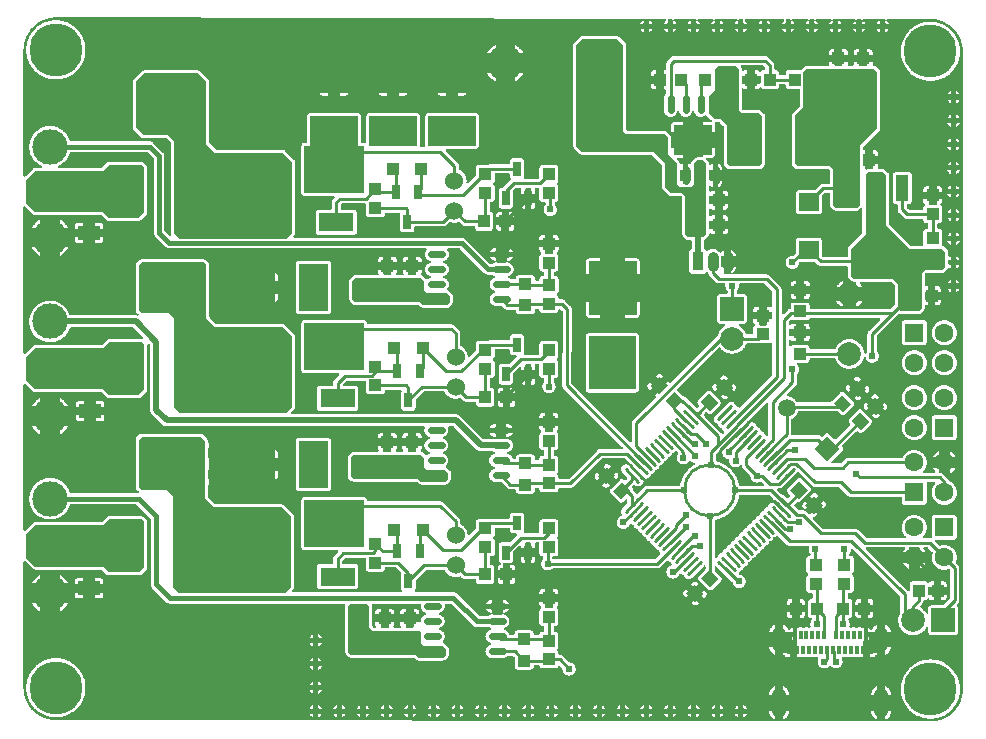
<source format=gtl>
G04 Layer: TopLayer*
G04 EasyEDA v6.3.39, 2020-04-30T23:39:46+05:30*
G04 1361d28c2fbe473eb46aea13557a18e3,781d2bfaae87481f995808756cab4c07,10*
G04 Gerber Generator version 0.2*
G04 Scale: 100 percent, Rotated: No, Reflected: No *
G04 Dimensions in inches *
G04 leading zeros omitted , absolute positions ,2 integer and 4 decimal *
%FSLAX24Y24*%
%MOIN*%
G90*
G70D02*

%ADD10C,0.010000*%
%ADD11C,0.015000*%
%ADD12C,0.020000*%
%ADD13C,0.017500*%
%ADD14C,0.023622*%
%ADD15C,0.011024*%
%ADD16C,0.024000*%
%ADD17R,0.074803X0.047244*%
%ADD18R,0.092520X0.137795*%
%ADD19R,0.055120X0.055120*%
%ADD20R,0.192913X0.133858*%
%ADD21R,0.039370X0.043307*%
%ADD22R,0.043307X0.039370*%
%ADD23R,0.011811X0.027559*%
%ADD24R,0.039370X0.027559*%
%ADD25R,0.137795X0.086614*%
%ADD26R,0.043307X0.086614*%
%ADD27R,0.047244X0.074803*%
%ADD28R,0.027559X0.049213*%
%ADD29R,0.066142X0.059843*%
%ADD30R,0.125984X0.098425*%
%ADD31R,0.039370X0.039370*%
%ADD32R,0.118100X0.063000*%
%ADD34C,0.177165*%
%ADD35C,0.118110*%
%ADD37R,0.062992X0.062992*%
%ADD38C,0.062992*%
%ADD39R,0.078740X0.078740*%
%ADD40C,0.078740*%
%ADD41R,0.035433X0.062992*%
%ADD42C,0.060000*%
%ADD44C,0.059055*%
%ADD45C,0.035433*%
%ADD46C,0.047244*%

%LPD*%
G36*
G01X24799Y14698D02*
G01X23971Y14698D01*
G01X23965Y14696D01*
G01X23955Y14692D01*
G01X23950Y14688D01*
G01X23946Y14684D01*
G01X23943Y14680D01*
G01X23940Y14675D01*
G01X23938Y14669D01*
G01X23937Y14664D01*
G01X23936Y14658D01*
G01X23937Y14651D01*
G01X23940Y14632D01*
G01X23940Y14598D01*
G01X23939Y14585D01*
G01X23937Y14571D01*
G01X23934Y14558D01*
G01X23930Y14544D01*
G01X23925Y14531D01*
G01X23920Y14519D01*
G01X23913Y14506D01*
G01X23906Y14494D01*
G01X23899Y14483D01*
G01X23890Y14472D01*
G01X23881Y14462D01*
G01X23875Y14452D01*
G01X23872Y14446D01*
G01X23871Y14440D01*
G01X23871Y14382D01*
G01X23872Y14376D01*
G01X23874Y14371D01*
G01X23880Y14361D01*
G01X23884Y14357D01*
G01X23894Y14351D01*
G01X23899Y14349D01*
G01X23911Y14347D01*
G01X24123Y14347D01*
G01X24141Y14343D01*
G01X24150Y14340D01*
G01X24158Y14337D01*
G01X24174Y14327D01*
G01X24181Y14321D01*
G01X24188Y14314D01*
G01X24194Y14307D01*
G01X24204Y14291D01*
G01X24207Y14283D01*
G01X24213Y14265D01*
G01X24214Y14256D01*
G01X24214Y13449D01*
G01X24213Y13440D01*
G01X24207Y13422D01*
G01X24204Y13414D01*
G01X24194Y13398D01*
G01X24188Y13391D01*
G01X24181Y13384D01*
G01X24174Y13378D01*
G01X24158Y13368D01*
G01X24150Y13365D01*
G01X24141Y13362D01*
G01X24123Y13358D01*
G01X23983Y13358D01*
G01X23977Y13357D01*
G01X23972Y13356D01*
G01X23966Y13354D01*
G01X23961Y13351D01*
G01X23957Y13348D01*
G01X23953Y13344D01*
G01X23949Y13339D01*
G01X23945Y13329D01*
G01X23943Y13323D01*
G01X23943Y13312D01*
G01X23947Y13300D01*
G01X23950Y13295D01*
G01X23954Y13290D01*
G01X23958Y13286D01*
G01X23963Y13283D01*
G01X23981Y13273D01*
G01X23997Y13262D01*
G01X24014Y13250D01*
G01X24030Y13238D01*
G01X24045Y13225D01*
G01X24060Y13211D01*
G01X24088Y13183D01*
G01X24114Y13151D01*
G01X24126Y13135D01*
G01X24137Y13118D01*
G01X24157Y13084D01*
G01X24166Y13066D01*
G01X24174Y13047D01*
G01X24182Y13029D01*
G01X24184Y13023D01*
G01X24188Y13018D01*
G01X24196Y13010D01*
G01X24202Y13007D01*
G01X24207Y13005D01*
G01X24213Y13003D01*
G01X24391Y13003D01*
G01X24397Y13005D01*
G01X24407Y13009D01*
G01X24412Y13013D01*
G01X24416Y13017D01*
G01X24419Y13021D01*
G01X24422Y13026D01*
G01X24424Y13032D01*
G01X24425Y13037D01*
G01X24425Y13195D01*
G01X24427Y13213D01*
G01X24429Y13222D01*
G01X24432Y13231D01*
G01X24440Y13247D01*
G01X24445Y13255D01*
G01X24451Y13262D01*
G01X24457Y13268D01*
G01X24464Y13274D01*
G01X24471Y13279D01*
G01X24476Y13283D01*
G01X24480Y13287D01*
G01X24483Y13292D01*
G01X24486Y13296D01*
G01X24488Y13302D01*
G01X24489Y13307D01*
G01X24489Y13319D01*
G01X24488Y13324D01*
G01X24486Y13330D01*
G01X24483Y13334D01*
G01X24480Y13339D01*
G01X24476Y13343D01*
G01X24471Y13346D01*
G01X24457Y13358D01*
G01X24451Y13364D01*
G01X24445Y13371D01*
G01X24440Y13379D01*
G01X24432Y13395D01*
G01X24429Y13404D01*
G01X24427Y13413D01*
G01X24425Y13431D01*
G01X24425Y13505D01*
G01X24610Y13505D01*
G01X24610Y13330D01*
G01X24611Y13325D01*
G01X24613Y13319D01*
G01X24616Y13314D01*
G01X24619Y13310D01*
G01X24623Y13306D01*
G01X24628Y13302D01*
G01X24638Y13298D01*
G01X24644Y13296D01*
G01X24842Y13296D01*
G01X24848Y13298D01*
G01X24858Y13302D01*
G01X24870Y13314D01*
G01X24873Y13319D01*
G01X24875Y13325D01*
G01X24876Y13330D01*
G01X24876Y13505D01*
G01X25032Y13505D01*
G01X25038Y13506D01*
G01X25043Y13508D01*
G01X25048Y13511D01*
G01X25052Y13514D01*
G01X25056Y13518D01*
G01X25060Y13523D01*
G01X25063Y13528D01*
G01X25065Y13533D01*
G01X25066Y13539D01*
G01X25066Y13717D01*
G01X25065Y13723D01*
G01X25063Y13728D01*
G01X25060Y13733D01*
G01X25056Y13738D01*
G01X25052Y13742D01*
G01X25048Y13745D01*
G01X25043Y13748D01*
G01X25038Y13750D01*
G01X25032Y13751D01*
G01X24876Y13751D01*
G01X24876Y13926D01*
G01X24960Y13926D01*
G01X24969Y13925D01*
G01X24979Y13924D01*
G01X24989Y13921D01*
G01X24998Y13918D01*
G01X25007Y13914D01*
G01X25013Y13911D01*
G01X25020Y13910D01*
G01X25026Y13909D01*
G01X25032Y13909D01*
G01X25038Y13911D01*
G01X25048Y13915D01*
G01X25060Y13927D01*
G01X25063Y13932D01*
G01X25065Y13938D01*
G01X25066Y13943D01*
G01X25066Y14431D01*
G01X25062Y14443D01*
G01X25059Y14449D01*
G01X25055Y14453D01*
G01X24821Y14686D01*
G01X24817Y14690D01*
G01X24811Y14694D01*
G01X24799Y14698D01*
G37*

%LPC*%
G36*
G01X24610Y13926D02*
G01X24526Y13926D01*
G01X24508Y13924D01*
G01X24499Y13922D01*
G01X24490Y13919D01*
G01X24481Y13915D01*
G01X24473Y13911D01*
G01X24466Y13905D01*
G01X24458Y13899D01*
G01X24452Y13893D01*
G01X24446Y13886D01*
G01X24436Y13870D01*
G01X24432Y13861D01*
G01X24429Y13852D01*
G01X24427Y13843D01*
G01X24425Y13825D01*
G01X24425Y13751D01*
G01X24610Y13751D01*
G01X24610Y13926D01*
G37*

%LPD*%
G36*
G01X28624Y13555D02*
G01X26331Y13555D01*
G01X26326Y13553D01*
G01X26320Y13551D01*
G01X26310Y13545D01*
G01X26306Y13540D01*
G01X26303Y13536D01*
G01X26292Y13514D01*
G01X26280Y13500D01*
G01X26274Y13494D01*
G01X26267Y13488D01*
G01X26259Y13483D01*
G01X26243Y13475D01*
G01X26234Y13472D01*
G01X26225Y13470D01*
G01X26207Y13468D01*
G01X25774Y13468D01*
G01X25754Y13470D01*
G01X25745Y13473D01*
G01X25735Y13476D01*
G01X25726Y13480D01*
G01X25718Y13485D01*
G01X25713Y13488D01*
G01X25707Y13491D01*
G01X25701Y13492D01*
G01X25689Y13492D01*
G01X25677Y13488D01*
G01X25672Y13485D01*
G01X25667Y13481D01*
G01X25628Y13441D01*
G01X25623Y13436D01*
G01X25620Y13431D01*
G01X25616Y13419D01*
G01X25616Y13342D01*
G01X25617Y13336D01*
G01X25619Y13331D01*
G01X25622Y13326D01*
G01X25626Y13321D01*
G01X25630Y13317D01*
G01X25634Y13314D01*
G01X25639Y13311D01*
G01X25645Y13309D01*
G01X25650Y13308D01*
G01X25662Y13308D01*
G01X25674Y13312D01*
G01X25679Y13315D01*
G01X25684Y13319D01*
G01X25688Y13324D01*
G01X25694Y13331D01*
G01X25700Y13337D01*
G01X25708Y13343D01*
G01X25715Y13349D01*
G01X25723Y13353D01*
G01X25732Y13357D01*
G01X25741Y13360D01*
G01X25750Y13362D01*
G01X25759Y13363D01*
G01X25769Y13364D01*
G01X25852Y13364D01*
G01X25852Y13189D01*
G01X25650Y13189D01*
G01X25645Y13188D01*
G01X25639Y13186D01*
G01X25634Y13183D01*
G01X25630Y13180D01*
G01X25626Y13176D01*
G01X25622Y13171D01*
G01X25619Y13166D01*
G01X25617Y13161D01*
G01X25616Y13155D01*
G01X25616Y12977D01*
G01X25617Y12971D01*
G01X25619Y12966D01*
G01X25622Y12961D01*
G01X25626Y12956D01*
G01X25630Y12952D01*
G01X25634Y12949D01*
G01X25639Y12946D01*
G01X25645Y12944D01*
G01X25650Y12943D01*
G01X25852Y12943D01*
G01X25852Y12768D01*
G01X25769Y12768D01*
G01X25759Y12769D01*
G01X25750Y12770D01*
G01X25741Y12772D01*
G01X25732Y12775D01*
G01X25723Y12779D01*
G01X25715Y12783D01*
G01X25708Y12789D01*
G01X25700Y12795D01*
G01X25694Y12801D01*
G01X25688Y12808D01*
G01X25684Y12813D01*
G01X25679Y12817D01*
G01X25674Y12820D01*
G01X25668Y12823D01*
G01X25662Y12824D01*
G01X25650Y12824D01*
G01X25645Y12823D01*
G01X25639Y12821D01*
G01X25634Y12818D01*
G01X25630Y12815D01*
G01X25626Y12811D01*
G01X25622Y12806D01*
G01X25619Y12801D01*
G01X25617Y12796D01*
G01X25616Y12790D01*
G01X25616Y12633D01*
G01X25617Y12628D01*
G01X25619Y12622D01*
G01X25622Y12617D01*
G01X25634Y12605D01*
G01X25639Y12603D01*
G01X25645Y12601D01*
G01X25650Y12599D01*
G01X25656Y12599D01*
G01X25668Y12601D01*
G01X25674Y12603D01*
G01X25679Y12606D01*
G01X25684Y12610D01*
G01X25688Y12615D01*
G01X25700Y12629D01*
G01X25708Y12635D01*
G01X25715Y12640D01*
G01X25723Y12645D01*
G01X25741Y12651D01*
G01X25759Y12655D01*
G01X26211Y12655D01*
G01X26229Y12651D01*
G01X26247Y12645D01*
G01X26255Y12640D01*
G01X26262Y12635D01*
G01X26270Y12629D01*
G01X26282Y12615D01*
G01X26292Y12599D01*
G01X26296Y12591D01*
G01X26299Y12582D01*
G01X26301Y12573D01*
G01X26302Y12564D01*
G01X26303Y12554D01*
G01X26303Y12541D01*
G01X26304Y12535D01*
G01X26306Y12530D01*
G01X26312Y12520D01*
G01X26316Y12516D01*
G01X26326Y12510D01*
G01X26331Y12508D01*
G01X26337Y12507D01*
G01X26342Y12506D01*
G01X27132Y12502D01*
G01X27133Y12502D01*
G01X27139Y12503D01*
G01X27144Y12504D01*
G01X27150Y12506D01*
G01X27155Y12509D01*
G01X27160Y12513D01*
G01X27164Y12518D01*
G01X27170Y12528D01*
G01X27186Y12566D01*
G01X27206Y12602D01*
G01X27216Y12619D01*
G01X27228Y12636D01*
G01X27240Y12652D01*
G01X27253Y12668D01*
G01X27267Y12684D01*
G01X27281Y12699D01*
G01X27296Y12713D01*
G01X27311Y12726D01*
G01X27343Y12752D01*
G01X27377Y12774D01*
G01X27395Y12784D01*
G01X27414Y12794D01*
G01X27432Y12802D01*
G01X27451Y12810D01*
G01X27470Y12817D01*
G01X27510Y12829D01*
G01X27529Y12834D01*
G01X27550Y12837D01*
G01X27570Y12840D01*
G01X27590Y12842D01*
G01X27611Y12844D01*
G01X27652Y12844D01*
G01X27692Y12840D01*
G01X27732Y12834D01*
G01X27772Y12824D01*
G01X27791Y12818D01*
G01X27810Y12811D01*
G01X27829Y12803D01*
G01X27865Y12785D01*
G01X27883Y12775D01*
G01X27917Y12753D01*
G01X27934Y12741D01*
G01X27949Y12728D01*
G01X27965Y12715D01*
G01X27994Y12686D01*
G01X28007Y12671D01*
G01X28020Y12655D01*
G01X28032Y12639D01*
G01X28044Y12622D01*
G01X28055Y12605D01*
G01X28065Y12588D01*
G01X28074Y12570D01*
G01X28083Y12551D01*
G01X28091Y12532D01*
G01X28098Y12513D01*
G01X28104Y12494D01*
G01X28110Y12474D01*
G01X28115Y12455D01*
G01X28119Y12435D01*
G01X28122Y12415D01*
G01X28124Y12394D01*
G01X28125Y12389D01*
G01X28127Y12383D01*
G01X28129Y12378D01*
G01X28133Y12373D01*
G01X28141Y12365D01*
G01X28147Y12362D01*
G01X28152Y12360D01*
G01X28164Y12358D01*
G01X28176Y12360D01*
G01X28182Y12362D01*
G01X28192Y12370D01*
G01X28196Y12374D01*
G01X28199Y12379D01*
G01X28207Y12393D01*
G01X28215Y12405D01*
G01X28225Y12418D01*
G01X28229Y12423D01*
G01X28232Y12430D01*
G01X28233Y12436D01*
G01X28234Y12443D01*
G01X28234Y13024D01*
G01X28236Y13036D01*
G01X28238Y13047D01*
G01X28241Y13059D01*
G01X28245Y13070D01*
G01X28250Y13080D01*
G01X28256Y13091D01*
G01X28263Y13101D01*
G01X28270Y13110D01*
G01X28278Y13119D01*
G01X28650Y13491D01*
G01X28656Y13503D01*
G01X28658Y13515D01*
G01X28657Y13521D01*
G01X28656Y13526D01*
G01X28654Y13532D01*
G01X28651Y13537D01*
G01X28648Y13541D01*
G01X28644Y13545D01*
G01X28639Y13549D01*
G01X28624Y13555D01*
G37*

%LPC*%
G36*
G01X26202Y13364D02*
G01X26118Y13364D01*
G01X26118Y13189D01*
G01X26303Y13189D01*
G01X26303Y13263D01*
G01X26301Y13281D01*
G01X26299Y13291D01*
G01X26296Y13299D01*
G01X26292Y13308D01*
G01X26282Y13324D01*
G01X26270Y13338D01*
G01X26262Y13343D01*
G01X26255Y13349D01*
G01X26247Y13353D01*
G01X26238Y13357D01*
G01X26229Y13360D01*
G01X26220Y13362D01*
G01X26202Y13364D01*
G37*
G36*
G01X26303Y12943D02*
G01X26118Y12943D01*
G01X26118Y12768D01*
G01X26202Y12768D01*
G01X26220Y12770D01*
G01X26229Y12772D01*
G01X26238Y12775D01*
G01X26247Y12779D01*
G01X26255Y12783D01*
G01X26262Y12789D01*
G01X26270Y12795D01*
G01X26276Y12801D01*
G01X26282Y12808D01*
G01X26292Y12824D01*
G01X26296Y12833D01*
G01X26299Y12842D01*
G01X26301Y12851D01*
G01X26303Y12869D01*
G01X26303Y12943D01*
G37*

%LPD*%
G36*
G01X25032Y12717D02*
G01X25026Y12717D01*
G01X25020Y12716D01*
G01X25013Y12715D01*
G01X25007Y12712D01*
G01X24998Y12708D01*
G01X24989Y12705D01*
G01X24979Y12702D01*
G01X24969Y12701D01*
G01X24960Y12700D01*
G01X24526Y12700D01*
G01X24516Y12701D01*
G01X24213Y12701D01*
G01X24201Y12697D01*
G01X24196Y12694D01*
G01X24191Y12690D01*
G01X24187Y12686D01*
G01X24184Y12681D01*
G01X24181Y12675D01*
G01X24174Y12656D01*
G01X24165Y12638D01*
G01X24156Y12619D01*
G01X24146Y12601D01*
G01X24135Y12584D01*
G01X24111Y12550D01*
G01X24098Y12534D01*
G01X24085Y12519D01*
G01X24071Y12504D01*
G01X24041Y12476D01*
G01X24025Y12463D01*
G01X23991Y12439D01*
G01X23974Y12428D01*
G01X23956Y12418D01*
G01X23938Y12409D01*
G01X23919Y12400D01*
G01X23900Y12392D01*
G01X23881Y12385D01*
G01X23861Y12379D01*
G01X23842Y12373D01*
G01X23822Y12368D01*
G01X23801Y12365D01*
G01X23781Y12362D01*
G01X23761Y12360D01*
G01X23740Y12358D01*
G01X23699Y12358D01*
G01X23657Y12362D01*
G01X23637Y12365D01*
G01X23616Y12369D01*
G01X23596Y12373D01*
G01X23576Y12379D01*
G01X23556Y12386D01*
G01X23537Y12393D01*
G01X23518Y12401D01*
G01X23480Y12419D01*
G01X23463Y12430D01*
G01X23445Y12441D01*
G01X23411Y12465D01*
G01X23395Y12479D01*
G01X23365Y12507D01*
G01X23351Y12522D01*
G01X23337Y12538D01*
G01X23325Y12555D01*
G01X23321Y12559D01*
G01X23316Y12563D01*
G01X23310Y12566D01*
G01X23305Y12569D01*
G01X23293Y12571D01*
G01X23286Y12570D01*
G01X23280Y12569D01*
G01X23274Y12566D01*
G01X23269Y12563D01*
G01X23264Y12559D01*
G01X21897Y11191D01*
G01X21889Y11181D01*
G01X21885Y11169D01*
G01X21885Y11157D01*
G01X21887Y11150D01*
G01X21889Y11145D01*
G01X21893Y11139D01*
G01X22083Y10949D01*
G01X22088Y10946D01*
G01X22098Y10942D01*
G01X22110Y10939D01*
G01X22122Y10935D01*
G01X22133Y10930D01*
G01X22143Y10924D01*
G01X22154Y10917D01*
G01X22163Y10910D01*
G01X22172Y10901D01*
G01X22335Y10739D01*
G01X22342Y10733D01*
G01X22352Y10727D01*
G01X22361Y10720D01*
G01X22514Y10567D01*
G01X22519Y10563D01*
G01X22524Y10560D01*
G01X22530Y10557D01*
G01X22542Y10555D01*
G01X22549Y10556D01*
G01X22555Y10557D01*
G01X22561Y10560D01*
G01X22566Y10563D01*
G01X22571Y10567D01*
G01X22611Y10608D01*
G01X22615Y10612D01*
G01X22619Y10618D01*
G01X22621Y10623D01*
G01X22623Y10630D01*
G01X22623Y10642D01*
G01X22619Y10654D01*
G01X22611Y10664D01*
G01X22593Y10682D01*
G01X22587Y10689D01*
G01X22581Y10697D01*
G01X22571Y10715D01*
G01X22568Y10724D01*
G01X22564Y10744D01*
G01X22564Y10763D01*
G01X22568Y10783D01*
G01X22571Y10792D01*
G01X22581Y10810D01*
G01X22587Y10818D01*
G01X22593Y10825D01*
G01X22872Y11103D01*
G01X22879Y11110D01*
G01X22887Y11116D01*
G01X22895Y11121D01*
G01X22904Y11125D01*
G01X22914Y11129D01*
G01X22923Y11131D01*
G01X22943Y11133D01*
G01X22963Y11131D01*
G01X22972Y11129D01*
G01X22982Y11125D01*
G01X22991Y11121D01*
G01X22999Y11116D01*
G01X23007Y11110D01*
G01X23015Y11103D01*
G01X23321Y10797D01*
G01X23327Y10790D01*
G01X23333Y10782D01*
G01X23343Y10764D01*
G01X23346Y10755D01*
G01X23348Y10745D01*
G01X23350Y10736D01*
G01X23350Y10716D01*
G01X23346Y10696D01*
G01X23343Y10687D01*
G01X23338Y10678D01*
G01X23333Y10670D01*
G01X23321Y10654D01*
G01X23042Y10376D01*
G01X23035Y10369D01*
G01X23027Y10363D01*
G01X23019Y10358D01*
G01X23010Y10354D01*
G01X23000Y10351D01*
G01X22991Y10348D01*
G01X22971Y10346D01*
G01X22951Y10348D01*
G01X22942Y10351D01*
G01X22932Y10354D01*
G01X22923Y10358D01*
G01X22915Y10363D01*
G01X22907Y10369D01*
G01X22900Y10376D01*
G01X22881Y10394D01*
G01X22877Y10398D01*
G01X22871Y10401D01*
G01X22866Y10404D01*
G01X22859Y10405D01*
G01X22853Y10406D01*
G01X22841Y10404D01*
G01X22835Y10401D01*
G01X22830Y10398D01*
G01X22825Y10394D01*
G01X22780Y10349D01*
G01X22777Y10343D01*
G01X22773Y10331D01*
G01X22773Y10319D01*
G01X22777Y10307D01*
G01X22780Y10302D01*
G01X22784Y10297D01*
G01X22792Y10290D01*
G01X22799Y10281D01*
G01X22806Y10273D01*
G01X22813Y10263D01*
G01X22818Y10256D01*
G01X23352Y9725D01*
G01X23362Y9714D01*
G01X23371Y9702D01*
G01X23375Y9697D01*
G01X23385Y9689D01*
G01X23391Y9687D01*
G01X23398Y9685D01*
G01X23411Y9685D01*
G01X23417Y9687D01*
G01X23422Y9689D01*
G01X23428Y9692D01*
G01X23433Y9696D01*
G01X23451Y9715D01*
G01X23459Y9725D01*
G01X23461Y9731D01*
G01X23463Y9743D01*
G01X23462Y9750D01*
G01X23461Y9756D01*
G01X23459Y9761D01*
G01X23455Y9767D01*
G01X23451Y9771D01*
G01X23447Y9776D01*
G01X23438Y9783D01*
G01X23429Y9791D01*
G01X23421Y9799D01*
G01X23414Y9808D01*
G01X23407Y9818D01*
G01X23402Y9828D01*
G01X23392Y9850D01*
G01X23389Y9861D01*
G01X23387Y9866D01*
G01X23384Y9872D01*
G01X23381Y9876D01*
G01X23376Y9881D01*
G01X23366Y9887D01*
G01X23361Y9889D01*
G01X23349Y9892D01*
G01X23338Y9897D01*
G01X23328Y9902D01*
G01X23308Y9914D01*
G01X23290Y9930D01*
G01X23282Y9938D01*
G01X23275Y9947D01*
G01X23268Y9957D01*
G01X23262Y9967D01*
G01X23257Y9978D01*
G01X23253Y9989D01*
G01X23250Y10000D01*
G01X23248Y10006D01*
G01X23245Y10011D01*
G01X23241Y10016D01*
G01X23237Y10020D01*
G01X23232Y10024D01*
G01X23227Y10026D01*
G01X23221Y10028D01*
G01X23211Y10032D01*
G01X23200Y10036D01*
G01X23180Y10046D01*
G01X23170Y10053D01*
G01X23161Y10060D01*
G01X23153Y10067D01*
G01X23145Y10075D01*
G01X23131Y10093D01*
G01X23125Y10103D01*
G01X23120Y10113D01*
G01X23116Y10124D01*
G01X23112Y10134D01*
G01X23109Y10145D01*
G01X23107Y10157D01*
G01X23105Y10179D01*
G01X23106Y10192D01*
G01X23107Y10204D01*
G01X23113Y10228D01*
G01X23117Y10239D01*
G01X23122Y10250D01*
G01X23128Y10261D01*
G01X23135Y10271D01*
G01X23143Y10281D01*
G01X23151Y10290D01*
G01X23573Y10712D01*
G01X23582Y10720D01*
G01X23592Y10728D01*
G01X23602Y10734D01*
G01X23613Y10740D01*
G01X23635Y10750D01*
G01X23647Y10753D01*
G01X23671Y10757D01*
G01X23695Y10757D01*
G01X23706Y10756D01*
G01X23717Y10754D01*
G01X23728Y10751D01*
G01X23750Y10743D01*
G01X23760Y10737D01*
G01X23769Y10732D01*
G01X23779Y10725D01*
G01X23788Y10718D01*
G01X23796Y10710D01*
G01X23817Y10683D01*
G01X23827Y10663D01*
G01X23831Y10652D01*
G01X23834Y10641D01*
G01X23836Y10635D01*
G01X23839Y10630D01*
G01X23843Y10625D01*
G01X23847Y10621D01*
G01X23857Y10615D01*
G01X23875Y10609D01*
G01X23886Y10605D01*
G01X23908Y10593D01*
G01X23918Y10586D01*
G01X23927Y10578D01*
G01X23936Y10569D01*
G01X23946Y10561D01*
G01X23952Y10559D01*
G01X23959Y10557D01*
G01X23971Y10557D01*
G01X23978Y10558D01*
G01X23983Y10561D01*
G01X23989Y10564D01*
G01X23994Y10568D01*
G01X25055Y11629D01*
G01X25059Y11634D01*
G01X25062Y11639D01*
G01X25066Y11651D01*
G01X25066Y12683D01*
G01X25065Y12688D01*
G01X25063Y12694D01*
G01X25060Y12699D01*
G01X25048Y12711D01*
G01X25038Y12715D01*
G01X25032Y12717D01*
G37*

%LPC*%
G36*
G01X23277Y11248D02*
G01X23146Y11378D01*
G01X23094Y11326D01*
G01X23088Y11319D01*
G01X23082Y11311D01*
G01X23072Y11293D01*
G01X23069Y11284D01*
G01X23067Y11274D01*
G01X23065Y11265D01*
G01X23065Y11245D01*
G01X23069Y11225D01*
G01X23072Y11216D01*
G01X23077Y11207D01*
G01X23082Y11199D01*
G01X23094Y11183D01*
G01X23153Y11124D01*
G01X23277Y11248D01*
G37*
G36*
G01X23595Y10929D02*
G01X23465Y11059D01*
G01X23342Y10936D01*
G01X23408Y10870D01*
G01X23416Y10864D01*
G01X23424Y10859D01*
G01X23433Y10855D01*
G01X23443Y10852D01*
G01X23452Y10849D01*
G01X23472Y10847D01*
G01X23492Y10849D01*
G01X23501Y10852D01*
G01X23511Y10855D01*
G01X23520Y10859D01*
G01X23528Y10864D01*
G01X23536Y10870D01*
G01X23595Y10929D01*
G37*
G36*
G01X23454Y11634D02*
G01X23434Y11634D01*
G01X23424Y11632D01*
G01X23415Y11630D01*
G01X23397Y11622D01*
G01X23388Y11617D01*
G01X23380Y11611D01*
G01X23373Y11604D01*
G01X23321Y11553D01*
G01X23451Y11422D01*
G01X23574Y11546D01*
G01X23516Y11604D01*
G01X23508Y11611D01*
G01X23500Y11617D01*
G01X23492Y11622D01*
G01X23483Y11626D01*
G01X23473Y11630D01*
G01X23464Y11632D01*
G01X23454Y11634D01*
G37*
G36*
G01X23822Y11298D02*
G01X23763Y11357D01*
G01X23640Y11234D01*
G01X23770Y11103D01*
G01X23822Y11155D01*
G01X23834Y11171D01*
G01X23839Y11179D01*
G01X23844Y11188D01*
G01X23847Y11197D01*
G01X23851Y11217D01*
G01X23851Y11237D01*
G01X23849Y11246D01*
G01X23847Y11256D01*
G01X23844Y11265D01*
G01X23834Y11283D01*
G01X23828Y11291D01*
G01X23822Y11298D01*
G37*

%LPD*%
G36*
G01X24887Y10732D02*
G01X24875Y10732D01*
G01X24868Y10730D01*
G01X24863Y10728D01*
G01X24857Y10725D01*
G01X24853Y10721D01*
G01X24346Y10215D01*
G01X24240Y10109D01*
G01X24234Y10101D01*
G01X24227Y10091D01*
G01X24220Y10082D01*
G01X24041Y9903D01*
G01X24037Y9898D01*
G01X24034Y9894D01*
G01X24032Y9888D01*
G01X24031Y9886D01*
G01X24029Y9879D01*
G01X24028Y9871D01*
G01X24028Y9866D01*
G01X24030Y9860D01*
G01X24034Y9850D01*
G01X24038Y9845D01*
G01X24042Y9841D01*
G01X24046Y9838D01*
G01X24051Y9835D01*
G01X24057Y9833D01*
G01X24062Y9832D01*
G01X24068Y9831D01*
G01X24080Y9833D01*
G01X24092Y9839D01*
G01X24269Y10016D01*
G01X24279Y10025D01*
G01X24301Y10041D01*
G01X24313Y10047D01*
G01X24320Y10050D01*
G01X24381Y10111D01*
G01X24387Y10098D01*
G01X24391Y10085D01*
G01X24393Y10079D01*
G01X24399Y10069D01*
G01X24403Y10065D01*
G01X24408Y10061D01*
G01X24414Y10058D01*
G01X24419Y10056D01*
G01X24431Y10053D01*
G01X24441Y10048D01*
G01X24452Y10043D01*
G01X24462Y10038D01*
G01X24472Y10031D01*
G01X24481Y10024D01*
G01X24490Y10016D01*
G01X24498Y10007D01*
G01X24505Y9998D01*
G01X24512Y9988D01*
G01X24522Y9968D01*
G01X24527Y9957D01*
G01X24530Y9945D01*
G01X24532Y9940D01*
G01X24535Y9934D01*
G01X24539Y9930D01*
G01X24543Y9925D01*
G01X24553Y9919D01*
G01X24559Y9917D01*
G01X24570Y9914D01*
G01X24581Y9909D01*
G01X24591Y9904D01*
G01X24611Y9892D01*
G01X24629Y9876D01*
G01X24637Y9868D01*
G01X24644Y9859D01*
G01X24651Y9849D01*
G01X24657Y9839D01*
G01X24662Y9828D01*
G01X24666Y9817D01*
G01X24669Y9806D01*
G01X24671Y9800D01*
G01X24674Y9795D01*
G01X24678Y9790D01*
G01X24682Y9786D01*
G01X24687Y9782D01*
G01X24692Y9780D01*
G01X24698Y9778D01*
G01X24720Y9770D01*
G01X24730Y9765D01*
G01X24741Y9759D01*
G01X24759Y9745D01*
G01X24768Y9737D01*
G01X24776Y9729D01*
G01X24783Y9719D01*
G01X24790Y9710D01*
G01X24796Y9700D01*
G01X24801Y9689D01*
G01X24809Y9667D01*
G01X24810Y9661D01*
G01X24813Y9656D01*
G01X24817Y9651D01*
G01X24821Y9647D01*
G01X24826Y9643D01*
G01X24831Y9641D01*
G01X24837Y9639D01*
G01X24851Y9634D01*
G01X24864Y9629D01*
G01X24869Y9627D01*
G01X24875Y9625D01*
G01X24887Y9625D01*
G01X24902Y9631D01*
G01X24907Y9635D01*
G01X24911Y9639D01*
G01X24914Y9643D01*
G01X24917Y9648D01*
G01X24919Y9654D01*
G01X24920Y9659D01*
G01X24921Y9665D01*
G01X24921Y10692D01*
G01X24919Y10704D01*
G01X24917Y10709D01*
G01X24914Y10714D01*
G01X24911Y10718D01*
G01X24907Y10722D01*
G01X24902Y10726D01*
G01X24897Y10729D01*
G01X24892Y10731D01*
G01X24887Y10732D01*
G37*

%LPD*%
G36*
G01X4227Y19084D02*
G01X1676Y19084D01*
G01X1664Y19080D01*
G01X1654Y19072D01*
G01X1646Y19062D01*
G01X1644Y19056D01*
G01X1637Y19033D01*
G01X1619Y18987D01*
G01X1609Y18965D01*
G01X1598Y18943D01*
G01X1587Y18922D01*
G01X1561Y18880D01*
G01X1548Y18860D01*
G01X1518Y18822D01*
G01X1502Y18803D01*
G01X1486Y18785D01*
G01X1469Y18768D01*
G01X1451Y18751D01*
G01X1433Y18735D01*
G01X1414Y18719D01*
G01X1395Y18704D01*
G01X1375Y18690D01*
G01X1355Y18677D01*
G01X1334Y18664D01*
G01X1313Y18652D01*
G01X1291Y18641D01*
G01X1269Y18631D01*
G01X1264Y18628D01*
G01X1252Y18616D01*
G01X1250Y18611D01*
G01X1248Y18605D01*
G01X1246Y18600D01*
G01X1246Y18588D01*
G01X1252Y18573D01*
G01X1256Y18568D01*
G01X1260Y18564D01*
G01X1264Y18561D01*
G01X1269Y18558D01*
G01X1275Y18556D01*
G01X1280Y18555D01*
G01X1286Y18554D01*
G01X2697Y18554D01*
G01X2709Y18556D01*
G01X2715Y18559D01*
G01X2720Y18562D01*
G01X2725Y18566D01*
G01X2881Y18721D01*
G01X2888Y18728D01*
G01X2896Y18734D01*
G01X2904Y18739D01*
G01X2913Y18743D01*
G01X2923Y18747D01*
G01X2932Y18749D01*
G01X2942Y18751D01*
G01X4045Y18751D01*
G01X4054Y18749D01*
G01X4064Y18747D01*
G01X4082Y18739D01*
G01X4091Y18734D01*
G01X4099Y18728D01*
G01X4106Y18721D01*
G01X4205Y18623D01*
G01X4211Y18616D01*
G01X4217Y18608D01*
G01X4222Y18599D01*
G01X4230Y18581D01*
G01X4234Y18561D01*
G01X4234Y17065D01*
G01X4232Y17056D01*
G01X4230Y17046D01*
G01X4222Y17028D01*
G01X4217Y17019D01*
G01X4211Y17011D01*
G01X4205Y17004D01*
G01X4008Y16807D01*
G01X4000Y16800D01*
G01X3992Y16794D01*
G01X3984Y16789D01*
G01X3975Y16785D01*
G01X3966Y16782D01*
G01X3956Y16779D01*
G01X3936Y16777D01*
G01X2952Y16777D01*
G01X2932Y16779D01*
G01X2923Y16782D01*
G01X2913Y16785D01*
G01X2904Y16789D01*
G01X2896Y16794D01*
G01X2888Y16800D01*
G01X2881Y16807D01*
G01X2725Y16962D01*
G01X2720Y16967D01*
G01X2715Y16970D01*
G01X2703Y16974D01*
G01X491Y16974D01*
G01X481Y16975D01*
G01X472Y16976D01*
G01X462Y16979D01*
G01X453Y16982D01*
G01X444Y16986D01*
G01X435Y16991D01*
G01X427Y16997D01*
G01X169Y17255D01*
G01X164Y17259D01*
G01X159Y17262D01*
G01X153Y17265D01*
G01X141Y17267D01*
G01X129Y17265D01*
G01X124Y17263D01*
G01X114Y17257D01*
G01X110Y17253D01*
G01X104Y17243D01*
G01X102Y17238D01*
G01X101Y17232D01*
G01X101Y12391D01*
G01X102Y12385D01*
G01X104Y12380D01*
G01X110Y12370D01*
G01X114Y12366D01*
G01X124Y12360D01*
G01X129Y12358D01*
G01X141Y12356D01*
G01X153Y12358D01*
G01X159Y12361D01*
G01X164Y12364D01*
G01X169Y12368D01*
G01X427Y12626D01*
G01X435Y12632D01*
G01X444Y12637D01*
G01X453Y12641D01*
G01X462Y12644D01*
G01X472Y12647D01*
G01X481Y12648D01*
G01X491Y12649D01*
G01X2703Y12649D01*
G01X2715Y12653D01*
G01X2720Y12656D01*
G01X2725Y12660D01*
G01X2888Y12823D01*
G01X2896Y12829D01*
G01X2904Y12834D01*
G01X2913Y12838D01*
G01X2923Y12841D01*
G01X2932Y12844D01*
G01X2952Y12846D01*
G01X4035Y12846D01*
G01X4042Y12845D01*
G01X4045Y12845D01*
G01X4057Y12847D01*
G01X4067Y12851D01*
G01X4072Y12855D01*
G01X4076Y12859D01*
G01X4082Y12869D01*
G01X4084Y12874D01*
G01X4085Y12879D01*
G01X4085Y12891D01*
G01X4081Y12903D01*
G01X4078Y12909D01*
G01X3766Y13221D01*
G01X3756Y13229D01*
G01X3744Y13233D01*
G01X1668Y13233D01*
G01X1656Y13229D01*
G01X1651Y13226D01*
G01X1646Y13222D01*
G01X1642Y13217D01*
G01X1639Y13212D01*
G01X1637Y13206D01*
G01X1610Y13140D01*
G01X1588Y13098D01*
G01X1576Y13077D01*
G01X1564Y13057D01*
G01X1550Y13038D01*
G01X1537Y13018D01*
G01X1522Y13000D01*
G01X1507Y12981D01*
G01X1475Y12947D01*
G01X1458Y12930D01*
G01X1440Y12914D01*
G01X1422Y12899D01*
G01X1403Y12884D01*
G01X1365Y12856D01*
G01X1345Y12844D01*
G01X1303Y12820D01*
G01X1282Y12810D01*
G01X1260Y12800D01*
G01X1216Y12782D01*
G01X1194Y12775D01*
G01X1171Y12768D01*
G01X1148Y12762D01*
G01X1102Y12752D01*
G01X1078Y12748D01*
G01X1055Y12746D01*
G01X1007Y12742D01*
G01X960Y12742D01*
G01X936Y12744D01*
G01X913Y12746D01*
G01X889Y12748D01*
G01X843Y12756D01*
G01X774Y12774D01*
G01X730Y12790D01*
G01X708Y12799D01*
G01X686Y12809D01*
G01X665Y12819D01*
G01X645Y12831D01*
G01X624Y12843D01*
G01X604Y12855D01*
G01X585Y12868D01*
G01X566Y12882D01*
G01X547Y12897D01*
G01X529Y12912D01*
G01X511Y12928D01*
G01X494Y12944D01*
G01X478Y12961D01*
G01X462Y12979D01*
G01X447Y12997D01*
G01X432Y13016D01*
G01X419Y13035D01*
G01X405Y13054D01*
G01X393Y13074D01*
G01X381Y13095D01*
G01X369Y13115D01*
G01X359Y13136D01*
G01X349Y13158D01*
G01X340Y13180D01*
G01X324Y13224D01*
G01X306Y13293D01*
G01X298Y13339D01*
G01X296Y13363D01*
G01X294Y13386D01*
G01X292Y13410D01*
G01X292Y13457D01*
G01X294Y13481D01*
G01X296Y13504D01*
G01X298Y13528D01*
G01X306Y13574D01*
G01X324Y13643D01*
G01X340Y13687D01*
G01X349Y13709D01*
G01X359Y13730D01*
G01X369Y13752D01*
G01X381Y13772D01*
G01X393Y13793D01*
G01X405Y13813D01*
G01X419Y13832D01*
G01X432Y13851D01*
G01X447Y13870D01*
G01X462Y13888D01*
G01X494Y13922D01*
G01X511Y13939D01*
G01X529Y13955D01*
G01X547Y13970D01*
G01X604Y14012D01*
G01X624Y14024D01*
G01X645Y14036D01*
G01X665Y14047D01*
G01X686Y14058D01*
G01X708Y14068D01*
G01X730Y14077D01*
G01X774Y14093D01*
G01X843Y14111D01*
G01X889Y14119D01*
G01X913Y14121D01*
G01X936Y14123D01*
G01X960Y14125D01*
G01X1007Y14125D01*
G01X1031Y14123D01*
G01X1054Y14121D01*
G01X1078Y14119D01*
G01X1101Y14115D01*
G01X1125Y14110D01*
G01X1148Y14105D01*
G01X1171Y14099D01*
G01X1194Y14092D01*
G01X1216Y14085D01*
G01X1260Y14067D01*
G01X1282Y14057D01*
G01X1303Y14047D01*
G01X1324Y14036D01*
G01X1344Y14024D01*
G01X1364Y14011D01*
G01X1384Y13997D01*
G01X1403Y13983D01*
G01X1421Y13969D01*
G01X1457Y13937D01*
G01X1474Y13921D01*
G01X1490Y13904D01*
G01X1506Y13886D01*
G01X1521Y13868D01*
G01X1536Y13849D01*
G01X1550Y13830D01*
G01X1576Y13790D01*
G01X1588Y13770D01*
G01X1599Y13749D01*
G01X1609Y13728D01*
G01X1619Y13706D01*
G01X1628Y13684D01*
G01X1636Y13662D01*
G01X1639Y13656D01*
G01X1642Y13651D01*
G01X1646Y13646D01*
G01X1651Y13642D01*
G01X1656Y13639D01*
G01X1668Y13635D01*
G01X3838Y13635D01*
G01X3854Y13634D01*
G01X3870Y13632D01*
G01X3886Y13629D01*
G01X3896Y13628D01*
G01X3901Y13628D01*
G01X3907Y13630D01*
G01X3917Y13634D01*
G01X3922Y13638D01*
G01X3926Y13642D01*
G01X3929Y13646D01*
G01X3932Y13651D01*
G01X3934Y13657D01*
G01X3935Y13662D01*
G01X3936Y13668D01*
G01X3934Y13680D01*
G01X3931Y13686D01*
G01X3928Y13691D01*
G01X3924Y13696D01*
G01X3865Y13755D01*
G01X3858Y13763D01*
G01X3852Y13771D01*
G01X3847Y13779D01*
G01X3843Y13788D01*
G01X3840Y13797D01*
G01X3837Y13807D01*
G01X3835Y13827D01*
G01X3835Y15303D01*
G01X3837Y15323D01*
G01X3840Y15332D01*
G01X3843Y15342D01*
G01X3847Y15351D01*
G01X3852Y15359D01*
G01X3858Y15367D01*
G01X3865Y15375D01*
G01X3963Y15473D01*
G01X3971Y15480D01*
G01X3979Y15486D01*
G01X3987Y15491D01*
G01X3996Y15495D01*
G01X4005Y15498D01*
G01X4015Y15501D01*
G01X4035Y15503D01*
G01X6102Y15503D01*
G01X6112Y15502D01*
G01X6121Y15501D01*
G01X6131Y15498D01*
G01X6140Y15495D01*
G01X6149Y15491D01*
G01X6158Y15486D01*
G01X6166Y15480D01*
G01X6272Y15374D01*
G01X6278Y15367D01*
G01X6284Y15359D01*
G01X6289Y15351D01*
G01X6293Y15342D01*
G01X6297Y15332D01*
G01X6299Y15323D01*
G01X6301Y15313D01*
G01X6301Y15302D01*
G01X6302Y15296D01*
G01X6303Y15291D01*
G01X6305Y15285D01*
G01X6307Y15280D01*
G01X6319Y15268D01*
G01X6325Y15266D01*
G01X6335Y15262D01*
G01X6341Y15262D01*
G01X6348Y15263D01*
G01X6354Y15264D01*
G01X6360Y15267D01*
G01X6370Y15271D01*
G01X6379Y15275D01*
G01X6399Y15279D01*
G01X6409Y15280D01*
G01X6522Y15280D01*
G01X6522Y15066D01*
G01X6341Y15066D01*
G01X6335Y15065D01*
G01X6330Y15064D01*
G01X6325Y15062D01*
G01X6319Y15059D01*
G01X6315Y15056D01*
G01X6311Y15052D01*
G01X6307Y15047D01*
G01X6303Y15037D01*
G01X6302Y15031D01*
G01X6301Y15026D01*
G01X6301Y14780D01*
G01X6302Y14774D01*
G01X6303Y14769D01*
G01X6305Y14763D01*
G01X6307Y14758D01*
G01X6319Y14746D01*
G01X6325Y14744D01*
G01X6330Y14742D01*
G01X6335Y14741D01*
G01X6341Y14740D01*
G01X6522Y14740D01*
G01X6522Y14341D01*
G01X6335Y14341D01*
G01X6330Y14340D01*
G01X6325Y14338D01*
G01X6319Y14335D01*
G01X6315Y14332D01*
G01X6311Y14327D01*
G01X6307Y14323D01*
G01X6303Y14313D01*
G01X6301Y14301D01*
G01X6301Y14056D01*
G01X6303Y14044D01*
G01X6307Y14034D01*
G01X6311Y14030D01*
G01X6315Y14025D01*
G01X6319Y14022D01*
G01X6325Y14019D01*
G01X6330Y14017D01*
G01X6335Y14016D01*
G01X6522Y14016D01*
G01X6522Y13802D01*
G01X6399Y13802D01*
G01X6379Y13806D01*
G01X6370Y13810D01*
G01X6360Y13814D01*
G01X6354Y13817D01*
G01X6348Y13819D01*
G01X6335Y13819D01*
G01X6330Y13818D01*
G01X6325Y13816D01*
G01X6319Y13813D01*
G01X6315Y13810D01*
G01X6311Y13806D01*
G01X6307Y13801D01*
G01X6303Y13791D01*
G01X6301Y13779D01*
G01X6301Y13590D01*
G01X6303Y13578D01*
G01X6305Y13572D01*
G01X6313Y13562D01*
G01X6530Y13345D01*
G01X6536Y13342D01*
G01X6541Y13340D01*
G01X6548Y13338D01*
G01X8759Y13338D01*
G01X8779Y13336D01*
G01X8789Y13333D01*
G01X8798Y13330D01*
G01X8807Y13326D01*
G01X8815Y13321D01*
G01X8823Y13315D01*
G01X8831Y13308D01*
G01X9126Y13013D01*
G01X9133Y13005D01*
G01X9138Y12997D01*
G01X9144Y12989D01*
G01X9148Y12980D01*
G01X9151Y12971D01*
G01X9154Y12961D01*
G01X9155Y12951D01*
G01X9155Y10569D01*
G01X9154Y10559D01*
G01X9151Y10550D01*
G01X9148Y10540D01*
G01X9144Y10532D01*
G01X9138Y10523D01*
G01X9133Y10515D01*
G01X9019Y10401D01*
G01X9016Y10395D01*
G01X9012Y10383D01*
G01X9012Y10371D01*
G01X9013Y10366D01*
G01X9015Y10360D01*
G01X9018Y10355D01*
G01X9030Y10343D01*
G01X9040Y10339D01*
G01X9046Y10337D01*
G01X14531Y10337D01*
G01X14557Y10333D01*
G01X14570Y10330D01*
G01X14582Y10326D01*
G01X14595Y10322D01*
G01X14607Y10316D01*
G01X14618Y10310D01*
G01X14629Y10303D01*
G01X14640Y10295D01*
G01X14650Y10287D01*
G01X14660Y10278D01*
G01X15420Y9518D01*
G01X15430Y9510D01*
G01X15442Y9506D01*
G01X15743Y9506D01*
G01X15751Y9507D01*
G01X15758Y9509D01*
G01X15780Y9516D01*
G01X15786Y9518D01*
G01X15796Y9524D01*
G01X15800Y9528D01*
G01X15806Y9538D01*
G01X15808Y9543D01*
G01X15810Y9555D01*
G01X15809Y9560D01*
G01X15808Y9566D01*
G01X15806Y9572D01*
G01X15803Y9577D01*
G01X15800Y9581D01*
G01X15796Y9585D01*
G01X15791Y9589D01*
G01X15786Y9591D01*
G01X15780Y9593D01*
G01X15767Y9597D01*
G01X15743Y9607D01*
G01X15731Y9613D01*
G01X15720Y9620D01*
G01X15698Y9636D01*
G01X15688Y9645D01*
G01X15679Y9654D01*
G01X15670Y9664D01*
G01X15662Y9674D01*
G01X15654Y9685D01*
G01X15647Y9697D01*
G01X15635Y9721D01*
G01X15844Y9721D01*
G01X15844Y9558D01*
G01X15846Y9553D01*
G01X15848Y9547D01*
G01X15850Y9542D01*
G01X15862Y9530D01*
G01X15867Y9527D01*
G01X15873Y9525D01*
G01X15878Y9524D01*
G01X16159Y9524D01*
G01X16164Y9525D01*
G01X16170Y9527D01*
G01X16175Y9530D01*
G01X16187Y9542D01*
G01X16189Y9547D01*
G01X16191Y9553D01*
G01X16193Y9558D01*
G01X16193Y9721D01*
G01X16402Y9721D01*
G01X16390Y9697D01*
G01X16383Y9685D01*
G01X16375Y9674D01*
G01X16367Y9664D01*
G01X16358Y9654D01*
G01X16349Y9645D01*
G01X16339Y9636D01*
G01X16317Y9620D01*
G01X16306Y9613D01*
G01X16294Y9607D01*
G01X16270Y9597D01*
G01X16257Y9593D01*
G01X16251Y9591D01*
G01X16246Y9589D01*
G01X16242Y9585D01*
G01X16237Y9581D01*
G01X16234Y9577D01*
G01X16231Y9572D01*
G01X16229Y9566D01*
G01X16228Y9560D01*
G01X16227Y9555D01*
G01X16229Y9543D01*
G01X16231Y9538D01*
G01X16237Y9528D01*
G01X16242Y9524D01*
G01X16246Y9521D01*
G01X16251Y9518D01*
G01X16257Y9516D01*
G01X16270Y9512D01*
G01X16283Y9507D01*
G01X16295Y9502D01*
G01X16319Y9488D01*
G01X16330Y9481D01*
G01X16340Y9472D01*
G01X16351Y9463D01*
G01X16369Y9443D01*
G01X16385Y9421D01*
G01X16392Y9409D01*
G01X16398Y9397D01*
G01X16403Y9384D01*
G01X16408Y9372D01*
G01X16412Y9359D01*
G01X16415Y9345D01*
G01X16417Y9332D01*
G01X16418Y9318D01*
G01X16418Y9291D01*
G01X16417Y9278D01*
G01X16415Y9264D01*
G01X16412Y9251D01*
G01X16408Y9238D01*
G01X16398Y9212D01*
G01X16392Y9200D01*
G01X16385Y9188D01*
G01X16369Y9166D01*
G01X16351Y9146D01*
G01X16340Y9137D01*
G01X16330Y9129D01*
G01X16319Y9121D01*
G01X16307Y9114D01*
G01X16283Y9102D01*
G01X16270Y9097D01*
G01X16257Y9093D01*
G01X16251Y9091D01*
G01X16246Y9089D01*
G01X16242Y9085D01*
G01X16237Y9081D01*
G01X16234Y9077D01*
G01X16231Y9072D01*
G01X16229Y9066D01*
G01X16228Y9060D01*
G01X16227Y9055D01*
G01X16229Y9043D01*
G01X16231Y9038D01*
G01X16237Y9028D01*
G01X16242Y9024D01*
G01X16246Y9021D01*
G01X16251Y9018D01*
G01X16257Y9016D01*
G01X16270Y9012D01*
G01X16283Y9007D01*
G01X16296Y9001D01*
G01X16309Y8994D01*
G01X16321Y8987D01*
G01X16332Y8979D01*
G01X16343Y8970D01*
G01X16363Y8950D01*
G01X16372Y8939D01*
G01X16380Y8928D01*
G01X16388Y8916D01*
G01X16395Y8904D01*
G01X16401Y8891D01*
G01X16406Y8878D01*
G01X16408Y8872D01*
G01X16412Y8867D01*
G01X16420Y8859D01*
G01X16426Y8855D01*
G01X16431Y8853D01*
G01X16443Y8851D01*
G01X16472Y8851D01*
G01X16478Y8852D01*
G01X16483Y8853D01*
G01X16489Y8855D01*
G01X16494Y8858D01*
G01X16498Y8861D01*
G01X16502Y8865D01*
G01X16506Y8870D01*
G01X16510Y8880D01*
G01X16512Y8886D01*
G01X16512Y8906D01*
G01X16514Y8916D01*
G01X16516Y8925D01*
G01X16519Y8934D01*
G01X16527Y8950D01*
G01X16532Y8958D01*
G01X16538Y8965D01*
G01X16545Y8972D01*
G01X16552Y8978D01*
G01X16568Y8988D01*
G01X16576Y8991D01*
G01X16585Y8994D01*
G01X16594Y8996D01*
G01X16604Y8998D01*
G01X17055Y8998D01*
G01X17065Y8996D01*
G01X17074Y8994D01*
G01X17083Y8991D01*
G01X17091Y8988D01*
G01X17107Y8978D01*
G01X17114Y8972D01*
G01X17121Y8965D01*
G01X17127Y8958D01*
G01X17132Y8950D01*
G01X17140Y8934D01*
G01X17143Y8925D01*
G01X17145Y8916D01*
G01X17147Y8906D01*
G01X17147Y8846D01*
G01X17149Y8841D01*
G01X17151Y8835D01*
G01X17153Y8830D01*
G01X17165Y8818D01*
G01X17170Y8815D01*
G01X17176Y8814D01*
G01X17181Y8812D01*
G01X17265Y8812D01*
G01X17271Y8814D01*
G01X17276Y8815D01*
G01X17281Y8818D01*
G01X17286Y8822D01*
G01X17290Y8826D01*
G01X17293Y8830D01*
G01X17296Y8835D01*
G01X17298Y8841D01*
G01X17299Y8846D01*
G01X17299Y8858D01*
G01X17301Y8876D01*
G01X17303Y8885D01*
G01X17306Y8894D01*
G01X17310Y8903D01*
G01X17314Y8911D01*
G01X17320Y8919D01*
G01X17326Y8926D01*
G01X17332Y8932D01*
G01X17339Y8938D01*
G01X17347Y8944D01*
G01X17355Y8948D01*
G01X17364Y8952D01*
G01X17373Y8955D01*
G01X17382Y8957D01*
G01X17400Y8959D01*
G01X17432Y8959D01*
G01X17437Y8960D01*
G01X17443Y8962D01*
G01X17448Y8965D01*
G01X17460Y8977D01*
G01X17464Y8987D01*
G01X17466Y8993D01*
G01X17466Y9116D01*
G01X17464Y9122D01*
G01X17460Y9132D01*
G01X17456Y9137D01*
G01X17452Y9141D01*
G01X17448Y9144D01*
G01X17443Y9147D01*
G01X17437Y9149D01*
G01X17432Y9150D01*
G01X17400Y9150D01*
G01X17382Y9152D01*
G01X17373Y9154D01*
G01X17364Y9157D01*
G01X17355Y9161D01*
G01X17339Y9171D01*
G01X17332Y9177D01*
G01X17326Y9183D01*
G01X17320Y9191D01*
G01X17314Y9198D01*
G01X17310Y9206D01*
G01X17306Y9215D01*
G01X17303Y9224D01*
G01X17301Y9233D01*
G01X17299Y9251D01*
G01X17299Y9645D01*
G01X17301Y9663D01*
G01X17303Y9672D01*
G01X17306Y9681D01*
G01X17309Y9689D01*
G01X17319Y9705D01*
G01X17325Y9712D01*
G01X17331Y9718D01*
G01X17345Y9730D01*
G01X17350Y9733D01*
G01X17354Y9737D01*
G01X17360Y9747D01*
G01X17362Y9752D01*
G01X17363Y9758D01*
G01X17363Y9769D01*
G01X17362Y9774D01*
G01X17360Y9780D01*
G01X17357Y9785D01*
G01X17354Y9789D01*
G01X17350Y9793D01*
G01X17345Y9797D01*
G01X17338Y9802D01*
G01X17331Y9808D01*
G01X17319Y9822D01*
G01X17314Y9829D01*
G01X17310Y9837D01*
G01X17306Y9846D01*
G01X17303Y9854D01*
G01X17301Y9863D01*
G01X17299Y9881D01*
G01X17299Y9955D01*
G01X17484Y9955D01*
G01X17484Y9780D01*
G01X17485Y9775D01*
G01X17487Y9770D01*
G01X17493Y9760D01*
G01X17497Y9756D01*
G01X17507Y9750D01*
G01X17512Y9748D01*
G01X17524Y9746D01*
G01X17710Y9746D01*
G01X17716Y9747D01*
G01X17721Y9748D01*
G01X17727Y9750D01*
G01X17732Y9753D01*
G01X17736Y9756D01*
G01X17740Y9760D01*
G01X17744Y9765D01*
G01X17747Y9770D01*
G01X17749Y9775D01*
G01X17750Y9780D01*
G01X17750Y9955D01*
G01X17934Y9955D01*
G01X17934Y9872D01*
G01X17933Y9863D01*
G01X17931Y9854D01*
G01X17928Y9846D01*
G01X17924Y9837D01*
G01X17920Y9829D01*
G01X17915Y9822D01*
G01X17903Y9808D01*
G01X17896Y9802D01*
G01X17889Y9797D01*
G01X17884Y9793D01*
G01X17880Y9789D01*
G01X17877Y9785D01*
G01X17874Y9780D01*
G01X17872Y9774D01*
G01X17871Y9769D01*
G01X17870Y9763D01*
G01X17871Y9758D01*
G01X17872Y9752D01*
G01X17874Y9747D01*
G01X17880Y9737D01*
G01X17884Y9733D01*
G01X17889Y9730D01*
G01X17903Y9718D01*
G01X17909Y9712D01*
G01X17915Y9705D01*
G01X17920Y9697D01*
G01X17928Y9681D01*
G01X17931Y9672D01*
G01X17933Y9663D01*
G01X17934Y9654D01*
G01X17934Y9242D01*
G01X17933Y9233D01*
G01X17931Y9224D01*
G01X17928Y9215D01*
G01X17924Y9206D01*
G01X17919Y9198D01*
G01X17914Y9191D01*
G01X17908Y9183D01*
G01X17894Y9171D01*
G01X17887Y9166D01*
G01X17878Y9161D01*
G01X17870Y9157D01*
G01X17861Y9154D01*
G01X17852Y9152D01*
G01X17843Y9151D01*
G01X17833Y9150D01*
G01X17802Y9150D01*
G01X17797Y9149D01*
G01X17791Y9147D01*
G01X17786Y9144D01*
G01X17782Y9141D01*
G01X17778Y9137D01*
G01X17774Y9132D01*
G01X17770Y9122D01*
G01X17768Y9116D01*
G01X17768Y8993D01*
G01X17770Y8987D01*
G01X17774Y8977D01*
G01X17786Y8965D01*
G01X17791Y8962D01*
G01X17797Y8960D01*
G01X17802Y8959D01*
G01X17833Y8959D01*
G01X17843Y8958D01*
G01X17852Y8957D01*
G01X17861Y8955D01*
G01X17870Y8952D01*
G01X17878Y8948D01*
G01X17887Y8944D01*
G01X17908Y8926D01*
G01X17914Y8919D01*
G01X17924Y8903D01*
G01X17928Y8894D01*
G01X17931Y8885D01*
G01X17933Y8876D01*
G01X17934Y8867D01*
G01X17934Y8455D01*
G01X17933Y8446D01*
G01X17931Y8437D01*
G01X17928Y8428D01*
G01X17920Y8412D01*
G01X17915Y8404D01*
G01X17909Y8397D01*
G01X17903Y8391D01*
G01X17889Y8379D01*
G01X17884Y8376D01*
G01X17880Y8372D01*
G01X17874Y8362D01*
G01X17872Y8357D01*
G01X17871Y8352D01*
G01X17870Y8346D01*
G01X17871Y8340D01*
G01X17872Y8335D01*
G01X17874Y8329D01*
G01X17877Y8324D01*
G01X17880Y8320D01*
G01X17884Y8316D01*
G01X17889Y8312D01*
G01X17896Y8307D01*
G01X17903Y8301D01*
G01X17909Y8295D01*
G01X17915Y8288D01*
G01X17920Y8280D01*
G01X17928Y8264D01*
G01X17931Y8255D01*
G01X17933Y8246D01*
G01X17934Y8237D01*
G01X17934Y8222D01*
G01X17935Y8216D01*
G01X17936Y8211D01*
G01X17938Y8205D01*
G01X17941Y8200D01*
G01X17944Y8196D01*
G01X17948Y8192D01*
G01X17953Y8188D01*
G01X17963Y8184D01*
G01X17969Y8182D01*
G01X18246Y8182D01*
G01X18253Y8184D01*
G01X18258Y8186D01*
G01X18264Y8190D01*
G01X18268Y8194D01*
G01X19203Y9128D01*
G01X19221Y9144D01*
G01X19241Y9156D01*
G01X19252Y9161D01*
G01X19263Y9165D01*
G01X19275Y9168D01*
G01X19286Y9171D01*
G01X19310Y9173D01*
G01X20043Y9173D01*
G01X20048Y9174D01*
G01X20054Y9176D01*
G01X20059Y9179D01*
G01X20063Y9182D01*
G01X20067Y9186D01*
G01X20071Y9191D01*
G01X20075Y9201D01*
G01X20077Y9207D01*
G01X20077Y9219D01*
G01X20073Y9231D01*
G01X20065Y9241D01*
G01X18101Y11206D01*
G01X18093Y11214D01*
G01X18085Y11224D01*
G01X18079Y11233D01*
G01X18073Y11244D01*
G01X18068Y11255D01*
G01X18064Y11266D01*
G01X18061Y11277D01*
G01X18058Y11289D01*
G01X18057Y11300D01*
G01X18056Y11312D01*
G01X18056Y11314D01*
G01X18075Y13448D01*
G01X18075Y13459D01*
G01X18076Y13462D01*
G01X18076Y13766D01*
G01X18074Y13778D01*
G01X18071Y13784D01*
G01X18068Y13789D01*
G01X18064Y13794D01*
G01X18001Y13857D01*
G01X17995Y13860D01*
G01X17990Y13862D01*
G01X17983Y13864D01*
G01X17969Y13864D01*
G01X17963Y13863D01*
G01X17958Y13861D01*
G01X17953Y13858D01*
G01X17948Y13854D01*
G01X17944Y13850D01*
G01X17941Y13846D01*
G01X17938Y13841D01*
G01X17936Y13835D01*
G01X17935Y13830D01*
G01X17935Y13818D01*
G01X17933Y13800D01*
G01X17931Y13791D01*
G01X17928Y13782D01*
G01X17924Y13773D01*
G01X17919Y13765D01*
G01X17914Y13758D01*
G01X17908Y13750D01*
G01X17902Y13744D01*
G01X17894Y13738D01*
G01X17887Y13733D01*
G01X17879Y13728D01*
G01X17870Y13724D01*
G01X17861Y13721D01*
G01X17852Y13719D01*
G01X17834Y13717D01*
G01X17400Y13717D01*
G01X17382Y13719D01*
G01X17373Y13721D01*
G01X17364Y13724D01*
G01X17355Y13728D01*
G01X17347Y13733D01*
G01X17340Y13738D01*
G01X17332Y13744D01*
G01X17326Y13750D01*
G01X17320Y13758D01*
G01X17315Y13765D01*
G01X17310Y13773D01*
G01X17306Y13782D01*
G01X17303Y13791D01*
G01X17301Y13800D01*
G01X17299Y13818D01*
G01X17299Y13830D01*
G01X17298Y13836D01*
G01X17296Y13841D01*
G01X17293Y13846D01*
G01X17290Y13850D01*
G01X17286Y13854D01*
G01X17281Y13858D01*
G01X17276Y13861D01*
G01X17271Y13863D01*
G01X17265Y13864D01*
G01X17181Y13864D01*
G01X17176Y13863D01*
G01X17170Y13861D01*
G01X17165Y13858D01*
G01X17153Y13846D01*
G01X17149Y13836D01*
G01X17147Y13830D01*
G01X17147Y13770D01*
G01X17145Y13760D01*
G01X17143Y13751D01*
G01X17140Y13743D01*
G01X17136Y13734D01*
G01X17132Y13726D01*
G01X17127Y13718D01*
G01X17121Y13711D01*
G01X17114Y13704D01*
G01X17107Y13698D01*
G01X17099Y13693D01*
G01X17083Y13685D01*
G01X17074Y13682D01*
G01X17065Y13680D01*
G01X17055Y13678D01*
G01X16604Y13678D01*
G01X16594Y13680D01*
G01X16585Y13682D01*
G01X16576Y13685D01*
G01X16560Y13693D01*
G01X16552Y13698D01*
G01X16545Y13704D01*
G01X16538Y13711D01*
G01X16532Y13718D01*
G01X16527Y13726D01*
G01X16523Y13734D01*
G01X16519Y13743D01*
G01X16516Y13751D01*
G01X16514Y13760D01*
G01X16512Y13770D01*
G01X16512Y13791D01*
G01X16506Y13806D01*
G01X16502Y13811D01*
G01X16498Y13815D01*
G01X16494Y13818D01*
G01X16489Y13821D01*
G01X16483Y13823D01*
G01X16478Y13824D01*
G01X16472Y13825D01*
G01X16221Y13825D01*
G01X16209Y13827D01*
G01X16198Y13829D01*
G01X16186Y13832D01*
G01X16175Y13836D01*
G01X16164Y13841D01*
G01X16154Y13847D01*
G01X16144Y13854D01*
G01X16135Y13861D01*
G01X16126Y13869D01*
G01X16051Y13944D01*
G01X16039Y13950D01*
G01X16027Y13952D01*
G01X15844Y13952D01*
G01X15831Y13953D01*
G01X15818Y13955D01*
G01X15805Y13958D01*
G01X15792Y13962D01*
G01X15780Y13966D01*
G01X15767Y13971D01*
G01X15756Y13977D01*
G01X15744Y13983D01*
G01X15733Y13991D01*
G01X15722Y13998D01*
G01X15702Y14016D01*
G01X15693Y14026D01*
G01X15677Y14046D01*
G01X15670Y14057D01*
G01X15663Y14069D01*
G01X15658Y14081D01*
G01X15652Y14093D01*
G01X15648Y14106D01*
G01X15645Y14118D01*
G01X15642Y14131D01*
G01X15640Y14144D01*
G01X15639Y14158D01*
G01X15638Y14171D01*
G01X15639Y14184D01*
G01X15640Y14198D01*
G01X15642Y14211D01*
G01X15645Y14225D01*
G01X15653Y14251D01*
G01X15665Y14275D01*
G01X15672Y14287D01*
G01X15679Y14298D01*
G01X15687Y14309D01*
G01X15696Y14319D01*
G01X15706Y14329D01*
G01X15716Y14338D01*
G01X15727Y14347D01*
G01X15738Y14355D01*
G01X15750Y14362D01*
G01X15762Y14368D01*
G01X15774Y14373D01*
G01X15787Y14378D01*
G01X15800Y14382D01*
G01X15805Y14384D01*
G01X15815Y14390D01*
G01X15819Y14394D01*
G01X15823Y14399D01*
G01X15826Y14404D01*
G01X15828Y14409D01*
G01X15829Y14415D01*
G01X15829Y14427D01*
G01X15828Y14432D01*
G01X15826Y14438D01*
G01X15823Y14443D01*
G01X15815Y14451D01*
G01X15810Y14455D01*
G01X15805Y14458D01*
G01X15800Y14459D01*
G01X15787Y14463D01*
G01X15774Y14468D01*
G01X15750Y14480D01*
G01X15738Y14487D01*
G01X15716Y14503D01*
G01X15706Y14512D01*
G01X15696Y14522D01*
G01X15687Y14532D01*
G01X15679Y14543D01*
G01X15672Y14555D01*
G01X15665Y14566D01*
G01X15659Y14579D01*
G01X15653Y14591D01*
G01X15645Y14617D01*
G01X15642Y14630D01*
G01X15640Y14644D01*
G01X15639Y14657D01*
G01X15638Y14671D01*
G01X15639Y14684D01*
G01X15640Y14698D01*
G01X15642Y14711D01*
G01X15645Y14725D01*
G01X15653Y14751D01*
G01X15665Y14775D01*
G01X15672Y14787D01*
G01X15679Y14798D01*
G01X15687Y14809D01*
G01X15696Y14819D01*
G01X15706Y14829D01*
G01X15716Y14838D01*
G01X15727Y14847D01*
G01X15738Y14855D01*
G01X15750Y14862D01*
G01X15762Y14868D01*
G01X15774Y14873D01*
G01X15787Y14878D01*
G01X15800Y14882D01*
G01X15805Y14884D01*
G01X15815Y14890D01*
G01X15819Y14894D01*
G01X15823Y14899D01*
G01X15826Y14904D01*
G01X15828Y14909D01*
G01X15829Y14915D01*
G01X15829Y14927D01*
G01X15828Y14932D01*
G01X15826Y14938D01*
G01X15823Y14943D01*
G01X15815Y14951D01*
G01X15810Y14955D01*
G01X15805Y14958D01*
G01X15800Y14959D01*
G01X15786Y14964D01*
G01X15760Y14974D01*
G01X15736Y14988D01*
G01X15731Y14991D01*
G01X15726Y14993D01*
G01X15720Y14995D01*
G01X15572Y14995D01*
G01X15560Y14997D01*
G01X15547Y14999D01*
G01X15535Y15002D01*
G01X15523Y15006D01*
G01X15512Y15011D01*
G01X15490Y15023D01*
G01X15479Y15030D01*
G01X15470Y15038D01*
G01X15460Y15046D01*
G01X14646Y15860D01*
G01X14636Y15868D01*
G01X14624Y15872D01*
G01X14258Y15872D01*
G01X14253Y15870D01*
G01X14247Y15868D01*
G01X14242Y15866D01*
G01X14230Y15854D01*
G01X14228Y15849D01*
G01X14226Y15843D01*
G01X14224Y15838D01*
G01X14224Y15832D01*
G01X14225Y15825D01*
G01X14226Y15819D01*
G01X14229Y15813D01*
G01X14233Y15807D01*
G01X14241Y15796D01*
G01X14255Y15774D01*
G01X14261Y15762D01*
G01X14266Y15749D01*
G01X14270Y15737D01*
G01X14274Y15724D01*
G01X14277Y15711D01*
G01X14279Y15697D01*
G01X14280Y15684D01*
G01X14280Y15657D01*
G01X14279Y15644D01*
G01X14277Y15630D01*
G01X14274Y15617D01*
G01X14270Y15604D01*
G01X14260Y15578D01*
G01X14254Y15566D01*
G01X14247Y15555D01*
G01X14239Y15543D01*
G01X14231Y15532D01*
G01X14213Y15512D01*
G01X14203Y15503D01*
G01X14181Y15487D01*
G01X14169Y15480D01*
G01X14145Y15468D01*
G01X14132Y15463D01*
G01X14119Y15459D01*
G01X14113Y15457D01*
G01X14108Y15455D01*
G01X14104Y15451D01*
G01X14099Y15447D01*
G01X14096Y15443D01*
G01X14093Y15438D01*
G01X14091Y15432D01*
G01X14090Y15427D01*
G01X14089Y15421D01*
G01X14091Y15409D01*
G01X14093Y15404D01*
G01X14099Y15394D01*
G01X14104Y15390D01*
G01X14108Y15387D01*
G01X14113Y15384D01*
G01X14119Y15382D01*
G01X14132Y15378D01*
G01X14145Y15373D01*
G01X14157Y15368D01*
G01X14181Y15354D01*
G01X14192Y15347D01*
G01X14203Y15338D01*
G01X14213Y15329D01*
G01X14231Y15309D01*
G01X14247Y15287D01*
G01X14254Y15275D01*
G01X14260Y15263D01*
G01X14265Y15251D01*
G01X14270Y15238D01*
G01X14274Y15225D01*
G01X14277Y15211D01*
G01X14279Y15198D01*
G01X14280Y15184D01*
G01X14280Y15157D01*
G01X14279Y15144D01*
G01X14277Y15130D01*
G01X14274Y15117D01*
G01X14270Y15104D01*
G01X14260Y15078D01*
G01X14254Y15066D01*
G01X14247Y15055D01*
G01X14239Y15043D01*
G01X14231Y15032D01*
G01X14213Y15012D01*
G01X14203Y15003D01*
G01X14181Y14987D01*
G01X14169Y14980D01*
G01X14145Y14968D01*
G01X14132Y14963D01*
G01X14119Y14959D01*
G01X14113Y14957D01*
G01X14108Y14955D01*
G01X14104Y14951D01*
G01X14099Y14947D01*
G01X14096Y14943D01*
G01X14093Y14938D01*
G01X14091Y14932D01*
G01X14090Y14927D01*
G01X14089Y14921D01*
G01X14091Y14909D01*
G01X14093Y14904D01*
G01X14099Y14894D01*
G01X14104Y14890D01*
G01X14108Y14887D01*
G01X14113Y14884D01*
G01X14119Y14882D01*
G01X14132Y14878D01*
G01X14145Y14873D01*
G01X14157Y14868D01*
G01X14181Y14854D01*
G01X14192Y14847D01*
G01X14203Y14838D01*
G01X14213Y14829D01*
G01X14231Y14809D01*
G01X14247Y14787D01*
G01X14254Y14775D01*
G01X14260Y14763D01*
G01X14265Y14751D01*
G01X14270Y14738D01*
G01X14274Y14725D01*
G01X14277Y14711D01*
G01X14279Y14698D01*
G01X14280Y14684D01*
G01X14280Y14657D01*
G01X14279Y14644D01*
G01X14277Y14630D01*
G01X14274Y14617D01*
G01X14270Y14604D01*
G01X14265Y14591D01*
G01X14260Y14579D01*
G01X14254Y14567D01*
G01X14240Y14543D01*
G01X14231Y14533D01*
G01X14225Y14521D01*
G01X14223Y14514D01*
G01X14222Y14507D01*
G01X14223Y14501D01*
G01X14224Y14496D01*
G01X14226Y14490D01*
G01X14229Y14485D01*
G01X14233Y14480D01*
G01X14238Y14476D01*
G01X14248Y14470D01*
G01X14258Y14466D01*
G01X14267Y14461D01*
G01X14283Y14447D01*
G01X14388Y14342D01*
G01X14394Y14334D01*
G01X14399Y14325D01*
G01X14407Y14307D01*
G01X14409Y14297D01*
G01X14410Y14287D01*
G01X14411Y14278D01*
G01X14411Y14081D01*
G01X14409Y14061D01*
G01X14407Y14051D01*
G01X14399Y14033D01*
G01X14394Y14025D01*
G01X14388Y14017D01*
G01X14381Y14009D01*
G01X14276Y13904D01*
G01X14268Y13898D01*
G01X14259Y13893D01*
G01X14250Y13889D01*
G01X14241Y13886D01*
G01X14231Y13883D01*
G01X14221Y13882D01*
G01X14212Y13881D01*
G01X13424Y13881D01*
G01X13404Y13883D01*
G01X13395Y13886D01*
G01X13385Y13889D01*
G01X13377Y13893D01*
G01X13368Y13898D01*
G01X13360Y13904D01*
G01X13296Y13968D01*
G01X13291Y13972D01*
G01X13285Y13975D01*
G01X13280Y13978D01*
G01X13274Y13979D01*
G01X13267Y13980D01*
G01X11150Y13980D01*
G01X11141Y13982D01*
G01X11131Y13984D01*
G01X11122Y13987D01*
G01X11104Y13997D01*
G01X11096Y14003D01*
G01X11089Y14009D01*
G01X10990Y14108D01*
G01X10984Y14115D01*
G01X10978Y14123D01*
G01X10973Y14132D01*
G01X10969Y14140D01*
G01X10965Y14150D01*
G01X10963Y14159D01*
G01X10961Y14169D01*
G01X10961Y14780D01*
G01X10963Y14789D01*
G01X10965Y14799D01*
G01X10973Y14817D01*
G01X10978Y14826D01*
G01X10984Y14834D01*
G01X10990Y14841D01*
G01X11089Y14940D01*
G01X11096Y14946D01*
G01X11104Y14952D01*
G01X11113Y14957D01*
G01X11131Y14965D01*
G01X11141Y14967D01*
G01X11150Y14969D01*
G01X11901Y14969D01*
G01X11913Y14971D01*
G01X11923Y14975D01*
G01X11928Y14979D01*
G01X11932Y14983D01*
G01X11935Y14987D01*
G01X11938Y14992D01*
G01X11940Y14998D01*
G01X11941Y15003D01*
G01X11941Y15015D01*
G01X11940Y15021D01*
G01X11937Y15027D01*
G01X11934Y15032D01*
G01X11929Y15040D01*
G01X11925Y15050D01*
G01X11921Y15059D01*
G01X11918Y15069D01*
G01X11916Y15089D01*
G01X11916Y15163D01*
G01X12101Y15163D01*
G01X12101Y15003D01*
G01X12102Y14998D01*
G01X12104Y14992D01*
G01X12107Y14987D01*
G01X12110Y14983D01*
G01X12115Y14979D01*
G01X12119Y14975D01*
G01X12129Y14971D01*
G01X12141Y14969D01*
G01X12327Y14969D01*
G01X12339Y14971D01*
G01X12349Y14975D01*
G01X12361Y14987D01*
G01X12364Y14992D01*
G01X12366Y14998D01*
G01X12367Y15003D01*
G01X12367Y15163D01*
G01X12552Y15163D01*
G01X12552Y15089D01*
G01X12550Y15069D01*
G01X12547Y15059D01*
G01X12543Y15050D01*
G01X12539Y15040D01*
G01X12534Y15032D01*
G01X12531Y15027D01*
G01X12528Y15021D01*
G01X12527Y15015D01*
G01X12527Y15003D01*
G01X12528Y14998D01*
G01X12530Y14992D01*
G01X12533Y14987D01*
G01X12536Y14983D01*
G01X12540Y14979D01*
G01X12545Y14975D01*
G01X12555Y14971D01*
G01X12567Y14969D01*
G01X12734Y14969D01*
G01X12740Y14970D01*
G01X12745Y14972D01*
G01X12750Y14975D01*
G01X12755Y14979D01*
G01X12759Y14983D01*
G01X12762Y14987D01*
G01X12765Y14992D01*
G01X12767Y14997D01*
G01X12768Y15003D01*
G01X12768Y15015D01*
G01X12767Y15021D01*
G01X12764Y15026D01*
G01X12761Y15032D01*
G01X12756Y15040D01*
G01X12751Y15049D01*
G01X12745Y15069D01*
G01X12743Y15089D01*
G01X12743Y15163D01*
G01X12927Y15163D01*
G01X12927Y15008D01*
G01X12928Y15002D01*
G01X12929Y14997D01*
G01X12931Y14991D01*
G01X12934Y14986D01*
G01X12937Y14982D01*
G01X12941Y14978D01*
G01X12946Y14974D01*
G01X12951Y14971D01*
G01X12956Y14969D01*
G01X12962Y14968D01*
G01X12967Y14968D01*
G01X13154Y14967D01*
G01X13160Y14967D01*
G01X13165Y14969D01*
G01X13171Y14971D01*
G01X13176Y14973D01*
G01X13188Y14985D01*
G01X13190Y14990D01*
G01X13192Y14996D01*
G01X13194Y15001D01*
G01X13194Y15163D01*
G01X13378Y15163D01*
G01X13378Y15080D01*
G01X13377Y15070D01*
G01X13371Y15052D01*
G01X13367Y15043D01*
G01X13363Y15035D01*
G01X13357Y15027D01*
G01X13353Y15022D01*
G01X13351Y15016D01*
G01X13349Y15009D01*
G01X13349Y14997D01*
G01X13350Y14991D01*
G01X13353Y14985D01*
G01X13359Y14975D01*
G01X13364Y14971D01*
G01X13374Y14965D01*
G01X13380Y14964D01*
G01X13389Y14961D01*
G01X13397Y14958D01*
G01X13406Y14954D01*
G01X13414Y14949D01*
G01X13428Y14937D01*
G01X13520Y14845D01*
G01X13526Y14842D01*
G01X13538Y14838D01*
G01X13550Y14838D01*
G01X13557Y14840D01*
G01X13563Y14842D01*
G01X13568Y14846D01*
G01X13579Y14854D01*
G01X13591Y14861D01*
G01X13603Y14867D01*
G01X13616Y14873D01*
G01X13629Y14878D01*
G01X13642Y14882D01*
G01X13648Y14884D01*
G01X13658Y14890D01*
G01X13662Y14894D01*
G01X13668Y14904D01*
G01X13670Y14909D01*
G01X13672Y14921D01*
G01X13671Y14927D01*
G01X13670Y14932D01*
G01X13668Y14938D01*
G01X13665Y14943D01*
G01X13662Y14947D01*
G01X13658Y14951D01*
G01X13653Y14955D01*
G01X13648Y14957D01*
G01X13642Y14959D01*
G01X13629Y14963D01*
G01X13617Y14968D01*
G01X13604Y14974D01*
G01X13592Y14980D01*
G01X13580Y14987D01*
G01X13569Y14995D01*
G01X13559Y15003D01*
G01X13548Y15012D01*
G01X13530Y15032D01*
G01X13522Y15043D01*
G01X13514Y15055D01*
G01X13507Y15066D01*
G01X13501Y15078D01*
G01X13491Y15104D01*
G01X13487Y15117D01*
G01X13485Y15130D01*
G01X13482Y15144D01*
G01X13481Y15157D01*
G01X13481Y15184D01*
G01X13482Y15198D01*
G01X13485Y15211D01*
G01X13487Y15225D01*
G01X13491Y15238D01*
G01X13496Y15251D01*
G01X13501Y15263D01*
G01X13507Y15275D01*
G01X13514Y15287D01*
G01X13530Y15309D01*
G01X13548Y15329D01*
G01X13559Y15338D01*
G01X13569Y15347D01*
G01X13580Y15354D01*
G01X13604Y15368D01*
G01X13617Y15373D01*
G01X13629Y15378D01*
G01X13642Y15382D01*
G01X13648Y15384D01*
G01X13658Y15390D01*
G01X13662Y15394D01*
G01X13668Y15404D01*
G01X13670Y15409D01*
G01X13672Y15421D01*
G01X13671Y15427D01*
G01X13670Y15432D01*
G01X13668Y15438D01*
G01X13665Y15443D01*
G01X13662Y15447D01*
G01X13658Y15451D01*
G01X13653Y15455D01*
G01X13648Y15457D01*
G01X13642Y15459D01*
G01X13629Y15463D01*
G01X13617Y15468D01*
G01X13604Y15474D01*
G01X13592Y15480D01*
G01X13580Y15487D01*
G01X13569Y15495D01*
G01X13559Y15503D01*
G01X13548Y15512D01*
G01X13530Y15532D01*
G01X13522Y15543D01*
G01X13514Y15555D01*
G01X13507Y15566D01*
G01X13501Y15578D01*
G01X13491Y15604D01*
G01X13487Y15617D01*
G01X13485Y15630D01*
G01X13482Y15644D01*
G01X13481Y15657D01*
G01X13481Y15684D01*
G01X13482Y15697D01*
G01X13484Y15711D01*
G01X13487Y15724D01*
G01X13491Y15737D01*
G01X13495Y15749D01*
G01X13500Y15762D01*
G01X13506Y15774D01*
G01X13520Y15796D01*
G01X13528Y15807D01*
G01X13532Y15813D01*
G01X13535Y15819D01*
G01X13536Y15825D01*
G01X13537Y15832D01*
G01X13537Y15838D01*
G01X13535Y15843D01*
G01X13533Y15849D01*
G01X13531Y15854D01*
G01X13519Y15866D01*
G01X13514Y15868D01*
G01X13508Y15870D01*
G01X13503Y15872D01*
G01X4950Y15872D01*
G01X4938Y15874D01*
G01X4925Y15876D01*
G01X4913Y15879D01*
G01X4901Y15883D01*
G01X4890Y15888D01*
G01X4878Y15894D01*
G01X4868Y15900D01*
G01X4857Y15907D01*
G01X4848Y15915D01*
G01X4838Y15924D01*
G01X4500Y16262D01*
G01X4492Y16271D01*
G01X4484Y16281D01*
G01X4477Y16291D01*
G01X4470Y16302D01*
G01X4460Y16324D01*
G01X4456Y16336D01*
G01X4453Y16349D01*
G01X4449Y16373D01*
G01X4449Y18856D01*
G01X4447Y18868D01*
G01X4444Y18874D01*
G01X4441Y18879D01*
G01X4437Y18884D01*
G01X4249Y19072D01*
G01X4239Y19080D01*
G01X4227Y19084D01*
G37*

%LPC*%
G36*
G01X11445Y13486D02*
G01X9458Y13486D01*
G01X9449Y13485D01*
G01X9422Y13476D01*
G01X9406Y13466D01*
G01X9399Y13460D01*
G01X9387Y13446D01*
G01X9381Y13438D01*
G01X9373Y13422D01*
G01X9370Y13413D01*
G01X9368Y13404D01*
G01X9367Y13395D01*
G01X9366Y13385D01*
G01X9366Y11811D01*
G01X9367Y11801D01*
G01X9368Y11792D01*
G01X9370Y11783D01*
G01X9373Y11774D01*
G01X9377Y11765D01*
G01X9381Y11757D01*
G01X9387Y11750D01*
G01X9393Y11742D01*
G01X9399Y11736D01*
G01X9406Y11730D01*
G01X9422Y11720D01*
G01X9431Y11716D01*
G01X9440Y11713D01*
G01X9449Y11711D01*
G01X9458Y11710D01*
G01X10591Y11710D01*
G01X10603Y11708D01*
G01X10608Y11706D01*
G01X10618Y11700D01*
G01X10622Y11696D01*
G01X10628Y11686D01*
G01X10630Y11681D01*
G01X10631Y11675D01*
G01X10631Y11663D01*
G01X10627Y11651D01*
G01X10624Y11646D01*
G01X10620Y11641D01*
G01X10455Y11476D01*
G01X10447Y11466D01*
G01X10441Y11457D01*
G01X10435Y11446D01*
G01X10430Y11436D01*
G01X10426Y11425D01*
G01X10423Y11413D01*
G01X10420Y11402D01*
G01X10419Y11390D01*
G01X10419Y11378D01*
G01X10418Y11327D01*
G01X10418Y11321D01*
G01X10417Y11316D01*
G01X10415Y11310D01*
G01X10412Y11305D01*
G01X10409Y11301D01*
G01X10404Y11297D01*
G01X10400Y11293D01*
G01X10390Y11289D01*
G01X10378Y11287D01*
G01X9968Y11287D01*
G01X9958Y11285D01*
G01X9949Y11283D01*
G01X9940Y11280D01*
G01X9932Y11277D01*
G01X9916Y11267D01*
G01X9909Y11261D01*
G01X9902Y11254D01*
G01X9896Y11247D01*
G01X9891Y11239D01*
G01X9883Y11223D01*
G01X9880Y11214D01*
G01X9878Y11205D01*
G01X9876Y11195D01*
G01X9876Y10547D01*
G01X9878Y10538D01*
G01X9880Y10528D01*
G01X9883Y10520D01*
G01X9887Y10511D01*
G01X9891Y10503D01*
G01X9896Y10495D01*
G01X9902Y10488D01*
G01X9909Y10481D01*
G01X9916Y10476D01*
G01X9924Y10470D01*
G01X9940Y10462D01*
G01X9949Y10459D01*
G01X9958Y10457D01*
G01X9968Y10456D01*
G01X9977Y10455D01*
G01X11158Y10455D01*
G01X11167Y10456D01*
G01X11177Y10457D01*
G01X11186Y10459D01*
G01X11194Y10462D01*
G01X11203Y10466D01*
G01X11211Y10470D01*
G01X11219Y10476D01*
G01X11226Y10481D01*
G01X11233Y10488D01*
G01X11239Y10495D01*
G01X11244Y10503D01*
G01X11248Y10511D01*
G01X11252Y10520D01*
G01X11255Y10528D01*
G01X11257Y10538D01*
G01X11259Y10547D01*
G01X11259Y11195D01*
G01X11257Y11205D01*
G01X11255Y11214D01*
G01X11252Y11223D01*
G01X11244Y11239D01*
G01X11239Y11247D01*
G01X11233Y11254D01*
G01X11226Y11261D01*
G01X11219Y11267D01*
G01X11203Y11277D01*
G01X11194Y11280D01*
G01X11186Y11283D01*
G01X11177Y11285D01*
G01X11167Y11287D01*
G01X10789Y11287D01*
G01X10784Y11288D01*
G01X10778Y11289D01*
G01X10768Y11293D01*
G01X10763Y11297D01*
G01X10759Y11301D01*
G01X10753Y11311D01*
G01X10751Y11316D01*
G01X10750Y11321D01*
G01X10749Y11327D01*
G01X10751Y11339D01*
G01X10757Y11351D01*
G01X10761Y11355D01*
G01X10856Y11451D01*
G01X10861Y11455D01*
G01X10866Y11458D01*
G01X10872Y11461D01*
G01X10878Y11462D01*
G01X11478Y11462D01*
G01X11483Y11461D01*
G01X11489Y11459D01*
G01X11494Y11456D01*
G01X11498Y11453D01*
G01X11502Y11449D01*
G01X11506Y11444D01*
G01X11510Y11434D01*
G01X11512Y11428D01*
G01X11512Y11093D01*
G01X11514Y11083D01*
G01X11516Y11074D01*
G01X11519Y11065D01*
G01X11527Y11049D01*
G01X11532Y11041D01*
G01X11538Y11034D01*
G01X11545Y11027D01*
G01X11552Y11021D01*
G01X11568Y11011D01*
G01X11577Y11008D01*
G01X11585Y11005D01*
G01X11594Y11003D01*
G01X11604Y11001D01*
G01X12055Y11001D01*
G01X12065Y11003D01*
G01X12074Y11005D01*
G01X12083Y11008D01*
G01X12091Y11011D01*
G01X12107Y11021D01*
G01X12114Y11027D01*
G01X12121Y11034D01*
G01X12127Y11041D01*
G01X12132Y11049D01*
G01X12140Y11065D01*
G01X12143Y11074D01*
G01X12145Y11083D01*
G01X12147Y11093D01*
G01X12147Y11108D01*
G01X12148Y11113D01*
G01X12149Y11119D01*
G01X12153Y11129D01*
G01X12157Y11134D01*
G01X12161Y11138D01*
G01X12165Y11141D01*
G01X12170Y11144D01*
G01X12176Y11146D01*
G01X12181Y11147D01*
G01X12187Y11148D01*
G01X12664Y11148D01*
G01X12670Y11147D01*
G01X12675Y11146D01*
G01X12681Y11144D01*
G01X12686Y11141D01*
G01X12690Y11138D01*
G01X12694Y11134D01*
G01X12698Y11129D01*
G01X12701Y11124D01*
G01X12703Y11119D01*
G01X12704Y11113D01*
G01X12704Y11108D01*
G01X12703Y11100D01*
G01X12701Y11092D01*
G01X12698Y11083D01*
G01X12695Y11073D01*
G01X12693Y11053D01*
G01X12693Y10561D01*
G01X12694Y10551D01*
G01X12695Y10542D01*
G01X12697Y10533D01*
G01X12700Y10524D01*
G01X12704Y10516D01*
G01X12708Y10507D01*
G01X12713Y10500D01*
G01X12719Y10493D01*
G01X12726Y10486D01*
G01X12733Y10480D01*
G01X12749Y10470D01*
G01X12758Y10466D01*
G01X12766Y10463D01*
G01X12776Y10461D01*
G01X12785Y10460D01*
G01X13079Y10460D01*
G01X13088Y10461D01*
G01X13097Y10463D01*
G01X13106Y10466D01*
G01X13115Y10470D01*
G01X13131Y10480D01*
G01X13138Y10486D01*
G01X13156Y10507D01*
G01X13160Y10516D01*
G01X13164Y10524D01*
G01X13167Y10533D01*
G01X13169Y10542D01*
G01X13170Y10551D01*
G01X13171Y10561D01*
G01X13171Y10822D01*
G01X13173Y10828D01*
G01X13175Y10833D01*
G01X13178Y10839D01*
G01X13182Y10844D01*
G01X13435Y11096D01*
G01X13440Y11101D01*
G01X13445Y11104D01*
G01X13457Y11108D01*
G01X14116Y11108D01*
G01X14128Y11104D01*
G01X14138Y11096D01*
G01X14142Y11091D01*
G01X14145Y11086D01*
G01X14153Y11069D01*
G01X14162Y11054D01*
G01X14182Y11024D01*
G01X14193Y11009D01*
G01X14205Y10996D01*
G01X14217Y10982D01*
G01X14229Y10970D01*
G01X14243Y10957D01*
G01X14271Y10935D01*
G01X14301Y10915D01*
G01X14317Y10906D01*
G01X14333Y10898D01*
G01X14349Y10891D01*
G01X14366Y10884D01*
G01X14383Y10878D01*
G01X14417Y10868D01*
G01X14453Y10862D01*
G01X14471Y10860D01*
G01X14507Y10858D01*
G01X14545Y10860D01*
G01X14564Y10863D01*
G01X14584Y10866D01*
G01X14602Y10870D01*
G01X14621Y10875D01*
G01X14639Y10881D01*
G01X14646Y10883D01*
G01X14659Y10883D01*
G01X14671Y10879D01*
G01X14676Y10876D01*
G01X14754Y10798D01*
G01X14763Y10790D01*
G01X14772Y10783D01*
G01X14782Y10776D01*
G01X14792Y10770D01*
G01X14803Y10765D01*
G01X14814Y10761D01*
G01X14826Y10758D01*
G01X14837Y10756D01*
G01X14849Y10754D01*
G01X15159Y10754D01*
G01X15164Y10752D01*
G01X15170Y10750D01*
G01X15175Y10748D01*
G01X15187Y10736D01*
G01X15189Y10731D01*
G01X15191Y10725D01*
G01X15193Y10720D01*
G01X15193Y10679D01*
G01X15197Y10661D01*
G01X15200Y10652D01*
G01X15204Y10643D01*
G01X15208Y10635D01*
G01X15213Y10628D01*
G01X15219Y10620D01*
G01X15233Y10608D01*
G01X15249Y10598D01*
G01X15258Y10594D01*
G01X15266Y10591D01*
G01X15275Y10589D01*
G01X15285Y10588D01*
G01X15294Y10587D01*
G01X15688Y10587D01*
G01X15706Y10589D01*
G01X15715Y10591D01*
G01X15724Y10594D01*
G01X15733Y10598D01*
G01X15749Y10608D01*
G01X15756Y10614D01*
G01X15762Y10620D01*
G01X15768Y10628D01*
G01X15774Y10635D01*
G01X15778Y10643D01*
G01X15782Y10652D01*
G01X15785Y10661D01*
G01X15787Y10670D01*
G01X15789Y10688D01*
G01X15789Y11122D01*
G01X15787Y11140D01*
G01X15785Y11149D01*
G01X15782Y11158D01*
G01X15778Y11167D01*
G01X15774Y11175D01*
G01X15768Y11182D01*
G01X15762Y11190D01*
G01X15756Y11196D01*
G01X15749Y11202D01*
G01X15733Y11212D01*
G01X15724Y11216D01*
G01X15715Y11219D01*
G01X15706Y11221D01*
G01X15688Y11223D01*
G01X15676Y11223D01*
G01X15671Y11224D01*
G01X15665Y11226D01*
G01X15660Y11229D01*
G01X15656Y11232D01*
G01X15652Y11236D01*
G01X15648Y11241D01*
G01X15644Y11251D01*
G01X15642Y11257D01*
G01X15642Y11518D01*
G01X15644Y11523D01*
G01X15646Y11529D01*
G01X15648Y11534D01*
G01X15660Y11546D01*
G01X15665Y11548D01*
G01X15671Y11550D01*
G01X15676Y11552D01*
G01X15717Y11552D01*
G01X15735Y11556D01*
G01X15744Y11559D01*
G01X15752Y11563D01*
G01X15761Y11567D01*
G01X15768Y11572D01*
G01X15775Y11578D01*
G01X15782Y11585D01*
G01X15788Y11592D01*
G01X15798Y11608D01*
G01X15802Y11617D01*
G01X15805Y11625D01*
G01X15807Y11634D01*
G01X15808Y11644D01*
G01X15808Y12056D01*
G01X15807Y12065D01*
G01X15805Y12074D01*
G01X15802Y12082D01*
G01X15798Y12091D01*
G01X15794Y12099D01*
G01X15789Y12106D01*
G01X15777Y12120D01*
G01X15770Y12126D01*
G01X15763Y12131D01*
G01X15758Y12135D01*
G01X15754Y12139D01*
G01X15751Y12143D01*
G01X15748Y12148D01*
G01X15746Y12154D01*
G01X15745Y12159D01*
G01X15744Y12165D01*
G01X15745Y12170D01*
G01X15746Y12176D01*
G01X15748Y12181D01*
G01X15754Y12191D01*
G01X15758Y12195D01*
G01X15763Y12198D01*
G01X15777Y12210D01*
G01X15783Y12216D01*
G01X15789Y12223D01*
G01X15794Y12231D01*
G01X15802Y12247D01*
G01X15805Y12256D01*
G01X15807Y12265D01*
G01X15808Y12274D01*
G01X15808Y12466D01*
G01X15809Y12471D01*
G01X15810Y12477D01*
G01X15812Y12482D01*
G01X15818Y12492D01*
G01X15822Y12496D01*
G01X15832Y12502D01*
G01X15837Y12504D01*
G01X15843Y12505D01*
G01X15848Y12506D01*
G01X16275Y12506D01*
G01X16281Y12505D01*
G01X16286Y12504D01*
G01X16292Y12502D01*
G01X16297Y12499D01*
G01X16301Y12496D01*
G01X16305Y12492D01*
G01X16309Y12487D01*
G01X16312Y12482D01*
G01X16314Y12477D01*
G01X16315Y12471D01*
G01X16315Y12411D01*
G01X16316Y12401D01*
G01X16317Y12392D01*
G01X16319Y12383D01*
G01X16322Y12374D01*
G01X16330Y12358D01*
G01X16336Y12350D01*
G01X16341Y12343D01*
G01X16348Y12336D01*
G01X16355Y12330D01*
G01X16371Y12320D01*
G01X16380Y12317D01*
G01X16388Y12314D01*
G01X16398Y12311D01*
G01X16407Y12310D01*
G01X16507Y12310D01*
G01X16512Y12309D01*
G01X16518Y12308D01*
G01X16523Y12306D01*
G01X16533Y12300D01*
G01X16537Y12296D01*
G01X16543Y12286D01*
G01X16545Y12281D01*
G01X16546Y12275D01*
G01X16547Y12270D01*
G01X16546Y12264D01*
G01X16545Y12257D01*
G01X16542Y12252D01*
G01X16539Y12246D01*
G01X16535Y12241D01*
G01X16325Y12032D01*
G01X16315Y12024D01*
G01X16303Y12020D01*
G01X16042Y12020D01*
G01X16024Y12018D01*
G01X16014Y12016D01*
G01X16006Y12013D01*
G01X15997Y12009D01*
G01X15989Y12005D01*
G01X15981Y11999D01*
G01X15974Y11994D01*
G01X15967Y11987D01*
G01X15962Y11980D01*
G01X15956Y11972D01*
G01X15952Y11964D01*
G01X15948Y11955D01*
G01X15945Y11947D01*
G01X15943Y11937D01*
G01X15941Y11919D01*
G01X15941Y11427D01*
G01X15942Y11417D01*
G01X15943Y11408D01*
G01X15945Y11399D01*
G01X15948Y11390D01*
G01X15956Y11374D01*
G01X15962Y11366D01*
G01X15967Y11359D01*
G01X15974Y11352D01*
G01X15981Y11346D01*
G01X15997Y11336D01*
G01X16006Y11333D01*
G01X16014Y11330D01*
G01X16024Y11327D01*
G01X16033Y11326D01*
G01X16327Y11326D01*
G01X16336Y11327D01*
G01X16363Y11336D01*
G01X16379Y11346D01*
G01X16386Y11352D01*
G01X16398Y11366D01*
G01X16404Y11374D01*
G01X16412Y11390D01*
G01X16415Y11399D01*
G01X16417Y11408D01*
G01X16418Y11417D01*
G01X16419Y11427D01*
G01X16419Y11688D01*
G01X16423Y11700D01*
G01X16426Y11705D01*
G01X16430Y11710D01*
G01X16621Y11900D01*
G01X16631Y11908D01*
G01X16637Y11910D01*
G01X16649Y11912D01*
G01X16655Y11911D01*
G01X16660Y11910D01*
G01X16666Y11908D01*
G01X16671Y11906D01*
G01X16683Y11894D01*
G01X16686Y11889D01*
G01X16688Y11883D01*
G01X16689Y11878D01*
G01X16689Y11821D01*
G01X16834Y11821D01*
G01X16834Y11980D01*
G01X16840Y11995D01*
G01X16844Y12000D01*
G01X16848Y12004D01*
G01X16852Y12007D01*
G01X16857Y12010D01*
G01X16863Y12012D01*
G01X16868Y12013D01*
G01X16874Y12014D01*
G01X16982Y12014D01*
G01X16988Y12013D01*
G01X16993Y12012D01*
G01X16998Y12010D01*
G01X17008Y12004D01*
G01X17012Y12000D01*
G01X17018Y11990D01*
G01X17020Y11985D01*
G01X17021Y11980D01*
G01X17022Y11974D01*
G01X17022Y11821D01*
G01X17167Y11821D01*
G01X17167Y11919D01*
G01X17165Y11939D01*
G01X17162Y11949D01*
G01X17159Y11958D01*
G01X17156Y11966D01*
G01X17156Y11980D01*
G01X17157Y11985D01*
G01X17159Y11990D01*
G01X17165Y12000D01*
G01X17169Y12004D01*
G01X17179Y12010D01*
G01X17184Y12012D01*
G01X17196Y12014D01*
G01X17259Y12014D01*
G01X17271Y12012D01*
G01X17276Y12010D01*
G01X17286Y12004D01*
G01X17290Y12000D01*
G01X17296Y11990D01*
G01X17298Y11985D01*
G01X17299Y11980D01*
G01X17299Y11653D01*
G01X17300Y11644D01*
G01X17301Y11634D01*
G01X17303Y11625D01*
G01X17306Y11617D01*
G01X17310Y11608D01*
G01X17320Y11592D01*
G01X17332Y11578D01*
G01X17340Y11572D01*
G01X17347Y11567D01*
G01X17355Y11563D01*
G01X17364Y11559D01*
G01X17373Y11556D01*
G01X17391Y11552D01*
G01X17432Y11552D01*
G01X17437Y11550D01*
G01X17443Y11548D01*
G01X17448Y11546D01*
G01X17460Y11534D01*
G01X17462Y11529D01*
G01X17464Y11523D01*
G01X17465Y11518D01*
G01X17466Y11512D01*
G01X17466Y11437D01*
G01X17464Y11425D01*
G01X17462Y11420D01*
G01X17459Y11415D01*
G01X17455Y11410D01*
G01X17446Y11400D01*
G01X17438Y11389D01*
G01X17430Y11377D01*
G01X17423Y11365D01*
G01X17417Y11353D01*
G01X17411Y11340D01*
G01X17403Y11314D01*
G01X17400Y11300D01*
G01X17398Y11287D01*
G01X17396Y11273D01*
G01X17396Y11246D01*
G01X17398Y11233D01*
G01X17400Y11219D01*
G01X17402Y11206D01*
G01X17406Y11194D01*
G01X17410Y11181D01*
G01X17415Y11169D01*
G01X17421Y11157D01*
G01X17428Y11145D01*
G01X17435Y11134D01*
G01X17443Y11123D01*
G01X17461Y11103D01*
G01X17470Y11094D01*
G01X17481Y11085D01*
G01X17491Y11077D01*
G01X17503Y11070D01*
G01X17514Y11064D01*
G01X17526Y11058D01*
G01X17539Y11053D01*
G01X17551Y11048D01*
G01X17577Y11042D01*
G01X17590Y11040D01*
G01X17604Y11039D01*
G01X17617Y11038D01*
G01X17630Y11039D01*
G01X17644Y11040D01*
G01X17657Y11042D01*
G01X17683Y11048D01*
G01X17695Y11053D01*
G01X17708Y11058D01*
G01X17720Y11064D01*
G01X17731Y11070D01*
G01X17742Y11077D01*
G01X17753Y11085D01*
G01X17773Y11103D01*
G01X17791Y11123D01*
G01X17799Y11134D01*
G01X17806Y11145D01*
G01X17813Y11157D01*
G01X17818Y11169D01*
G01X17824Y11181D01*
G01X17828Y11194D01*
G01X17831Y11206D01*
G01X17834Y11219D01*
G01X17836Y11233D01*
G01X17838Y11246D01*
G01X17838Y11259D01*
G01X17836Y11287D01*
G01X17834Y11300D01*
G01X17831Y11314D01*
G01X17823Y11340D01*
G01X17817Y11353D01*
G01X17811Y11365D01*
G01X17804Y11377D01*
G01X17796Y11389D01*
G01X17788Y11400D01*
G01X17779Y11410D01*
G01X17775Y11415D01*
G01X17772Y11420D01*
G01X17770Y11425D01*
G01X17768Y11431D01*
G01X17768Y11518D01*
G01X17770Y11523D01*
G01X17772Y11529D01*
G01X17774Y11534D01*
G01X17786Y11546D01*
G01X17791Y11548D01*
G01X17797Y11550D01*
G01X17802Y11552D01*
G01X17843Y11552D01*
G01X17861Y11556D01*
G01X17870Y11559D01*
G01X17878Y11563D01*
G01X17887Y11567D01*
G01X17894Y11572D01*
G01X17902Y11578D01*
G01X17914Y11592D01*
G01X17924Y11608D01*
G01X17928Y11617D01*
G01X17931Y11625D01*
G01X17933Y11634D01*
G01X17934Y11644D01*
G01X17934Y12056D01*
G01X17933Y12065D01*
G01X17931Y12074D01*
G01X17928Y12082D01*
G01X17924Y12091D01*
G01X17920Y12099D01*
G01X17915Y12106D01*
G01X17909Y12114D01*
G01X17903Y12120D01*
G01X17896Y12126D01*
G01X17889Y12131D01*
G01X17884Y12135D01*
G01X17880Y12139D01*
G01X17877Y12143D01*
G01X17874Y12148D01*
G01X17872Y12154D01*
G01X17871Y12159D01*
G01X17870Y12165D01*
G01X17871Y12171D01*
G01X17872Y12176D01*
G01X17874Y12181D01*
G01X17880Y12191D01*
G01X17884Y12195D01*
G01X17889Y12198D01*
G01X17903Y12210D01*
G01X17909Y12216D01*
G01X17915Y12223D01*
G01X17920Y12231D01*
G01X17928Y12247D01*
G01X17931Y12256D01*
G01X17933Y12265D01*
G01X17934Y12274D01*
G01X17934Y12686D01*
G01X17933Y12695D01*
G01X17931Y12704D01*
G01X17928Y12713D01*
G01X17924Y12722D01*
G01X17914Y12738D01*
G01X17908Y12745D01*
G01X17887Y12763D01*
G01X17878Y12767D01*
G01X17870Y12771D01*
G01X17861Y12774D01*
G01X17852Y12776D01*
G01X17843Y12777D01*
G01X17833Y12778D01*
G01X17400Y12778D01*
G01X17382Y12776D01*
G01X17373Y12774D01*
G01X17364Y12771D01*
G01X17355Y12767D01*
G01X17347Y12763D01*
G01X17339Y12757D01*
G01X17332Y12751D01*
G01X17326Y12745D01*
G01X17320Y12738D01*
G01X17314Y12730D01*
G01X17310Y12722D01*
G01X17306Y12713D01*
G01X17303Y12704D01*
G01X17301Y12695D01*
G01X17299Y12677D01*
G01X17299Y12350D01*
G01X17298Y12345D01*
G01X17296Y12339D01*
G01X17293Y12334D01*
G01X17290Y12330D01*
G01X17286Y12326D01*
G01X17281Y12322D01*
G01X17276Y12319D01*
G01X17271Y12317D01*
G01X17265Y12316D01*
G01X16816Y12316D01*
G01X16810Y12317D01*
G01X16805Y12319D01*
G01X16800Y12322D01*
G01X16795Y12326D01*
G01X16791Y12330D01*
G01X16788Y12334D01*
G01X16785Y12339D01*
G01X16783Y12345D01*
G01X16782Y12350D01*
G01X16782Y12364D01*
G01X16785Y12371D01*
G01X16791Y12391D01*
G01X16793Y12411D01*
G01X16793Y12903D01*
G01X16791Y12921D01*
G01X16789Y12931D01*
G01X16786Y12939D01*
G01X16782Y12948D01*
G01X16778Y12956D01*
G01X16772Y12964D01*
G01X16760Y12978D01*
G01X16753Y12983D01*
G01X16745Y12989D01*
G01X16737Y12993D01*
G01X16728Y12997D01*
G01X16719Y13000D01*
G01X16710Y13002D01*
G01X16692Y13004D01*
G01X16416Y13004D01*
G01X16398Y13002D01*
G01X16388Y13000D01*
G01X16380Y12997D01*
G01X16371Y12993D01*
G01X16363Y12989D01*
G01X16355Y12983D01*
G01X16348Y12978D01*
G01X16341Y12971D01*
G01X16336Y12964D01*
G01X16330Y12956D01*
G01X16326Y12948D01*
G01X16322Y12939D01*
G01X16319Y12931D01*
G01X16317Y12921D01*
G01X16315Y12903D01*
G01X16315Y12842D01*
G01X16314Y12837D01*
G01X16312Y12831D01*
G01X16309Y12826D01*
G01X16297Y12814D01*
G01X16292Y12811D01*
G01X16286Y12809D01*
G01X16281Y12808D01*
G01X15668Y12808D01*
G01X15656Y12807D01*
G01X15643Y12806D01*
G01X15631Y12803D01*
G01X15620Y12800D01*
G01X15608Y12795D01*
G01X15597Y12790D01*
G01X15586Y12784D01*
G01X15581Y12781D01*
G01X15576Y12779D01*
G01X15571Y12778D01*
G01X15274Y12778D01*
G01X15256Y12776D01*
G01X15247Y12774D01*
G01X15238Y12771D01*
G01X15229Y12767D01*
G01X15221Y12762D01*
G01X15214Y12757D01*
G01X15206Y12751D01*
G01X15200Y12745D01*
G01X15194Y12737D01*
G01X15189Y12730D01*
G01X15184Y12722D01*
G01X15180Y12713D01*
G01X15177Y12704D01*
G01X15175Y12695D01*
G01X15173Y12677D01*
G01X15173Y12471D01*
G01X15169Y12459D01*
G01X15166Y12454D01*
G01X15162Y12449D01*
G01X14975Y12262D01*
G01X14970Y12258D01*
G01X14965Y12255D01*
G01X14953Y12251D01*
G01X14941Y12251D01*
G01X14935Y12252D01*
G01X14929Y12255D01*
G01X14919Y12261D01*
G01X14915Y12266D01*
G01X14909Y12276D01*
G01X14907Y12288D01*
G01X14905Y12306D01*
G01X14899Y12342D01*
G01X14895Y12360D01*
G01X14890Y12378D01*
G01X14884Y12395D01*
G01X14870Y12429D01*
G01X14862Y12446D01*
G01X14853Y12462D01*
G01X14833Y12492D01*
G01X14822Y12507D01*
G01X14798Y12535D01*
G01X14785Y12548D01*
G01X14772Y12560D01*
G01X14758Y12572D01*
G01X14728Y12594D01*
G01X14713Y12603D01*
G01X14697Y12613D01*
G01X14680Y12621D01*
G01X14675Y12624D01*
G01X14670Y12628D01*
G01X14665Y12633D01*
G01X14662Y12638D01*
G01X14660Y12644D01*
G01X14658Y12651D01*
G01X14658Y13031D01*
G01X14657Y13042D01*
G01X14656Y13054D01*
G01X14653Y13066D01*
G01X14650Y13077D01*
G01X14646Y13088D01*
G01X14641Y13099D01*
G01X14629Y13119D01*
G01X14622Y13128D01*
G01X14614Y13137D01*
G01X14457Y13295D01*
G01X14448Y13303D01*
G01X14439Y13310D01*
G01X14429Y13317D01*
G01X14418Y13323D01*
G01X14408Y13328D01*
G01X14396Y13332D01*
G01X14385Y13335D01*
G01X14373Y13338D01*
G01X14361Y13339D01*
G01X11577Y13339D01*
G01X11571Y13340D01*
G01X11566Y13341D01*
G01X11560Y13343D01*
G01X11555Y13346D01*
G01X11551Y13349D01*
G01X11547Y13353D01*
G01X11543Y13358D01*
G01X11540Y13363D01*
G01X11538Y13368D01*
G01X11537Y13374D01*
G01X11537Y13385D01*
G01X11536Y13395D01*
G01X11535Y13404D01*
G01X11533Y13413D01*
G01X11530Y13422D01*
G01X11522Y13438D01*
G01X11516Y13446D01*
G01X11504Y13460D01*
G01X11497Y13466D01*
G01X11481Y13476D01*
G01X11454Y13485D01*
G01X11445Y13486D01*
G37*
G36*
G01X10255Y15455D02*
G01X9270Y15455D01*
G01X9252Y15453D01*
G01X9243Y15451D01*
G01X9234Y15448D01*
G01X9225Y15444D01*
G01X9217Y15440D01*
G01X9210Y15434D01*
G01X9202Y15428D01*
G01X9196Y15422D01*
G01X9190Y15415D01*
G01X9180Y15399D01*
G01X9176Y15390D01*
G01X9173Y15381D01*
G01X9171Y15372D01*
G01X9169Y15354D01*
G01X9169Y13779D01*
G01X9170Y13770D01*
G01X9171Y13760D01*
G01X9173Y13751D01*
G01X9176Y13742D01*
G01X9180Y13734D01*
G01X9190Y13718D01*
G01X9202Y13704D01*
G01X9210Y13698D01*
G01X9217Y13693D01*
G01X9225Y13689D01*
G01X9234Y13685D01*
G01X9243Y13682D01*
G01X9261Y13678D01*
G01X10264Y13678D01*
G01X10282Y13682D01*
G01X10291Y13685D01*
G01X10300Y13689D01*
G01X10308Y13693D01*
G01X10316Y13698D01*
G01X10323Y13704D01*
G01X10335Y13718D01*
G01X10341Y13726D01*
G01X10349Y13742D01*
G01X10352Y13751D01*
G01X10354Y13760D01*
G01X10355Y13770D01*
G01X10356Y13779D01*
G01X10356Y15354D01*
G01X10354Y15372D01*
G01X10352Y15381D01*
G01X10349Y15390D01*
G01X10345Y15399D01*
G01X10341Y15407D01*
G01X10335Y15415D01*
G01X10329Y15422D01*
G01X10323Y15428D01*
G01X10316Y15434D01*
G01X10308Y15440D01*
G01X10300Y15444D01*
G01X10291Y15448D01*
G01X10282Y15451D01*
G01X10273Y15453D01*
G01X10255Y15455D01*
G37*
G36*
G01X6967Y14740D02*
G01X6848Y14740D01*
G01X6848Y14341D01*
G01X6967Y14341D01*
G01X6969Y14361D01*
G01X6971Y14382D01*
G01X6973Y14388D01*
G01X6975Y14393D01*
G01X6983Y14403D01*
G01X6988Y14407D01*
G01X6993Y14410D01*
G01X6999Y14413D01*
G01X7011Y14415D01*
G01X7183Y14415D01*
G01X7183Y14638D01*
G01X7011Y14638D01*
G01X6999Y14640D01*
G01X6993Y14643D01*
G01X6988Y14646D01*
G01X6983Y14650D01*
G01X6979Y14654D01*
G01X6975Y14660D01*
G01X6973Y14665D01*
G01X6971Y14671D01*
G01X6969Y14689D01*
G01X6967Y14706D01*
G01X6967Y14740D01*
G37*
G36*
G01X8104Y14354D02*
G01X7967Y14354D01*
G01X7969Y14325D01*
G01X7968Y14308D01*
G01X7967Y14290D01*
G01X7964Y14273D01*
G01X7963Y14267D01*
G01X7960Y14262D01*
G01X7957Y14256D01*
G01X7953Y14252D01*
G01X7943Y14244D01*
G01X7937Y14242D01*
G01X7925Y14240D01*
G01X7756Y14240D01*
G01X7758Y14234D01*
G01X7759Y14227D01*
G01X7759Y14055D01*
G01X7878Y14055D01*
G01X7872Y14068D01*
G01X7866Y14080D01*
G01X7858Y14091D01*
G01X7851Y14102D01*
G01X7842Y14113D01*
G01X7833Y14123D01*
G01X7829Y14128D01*
G01X7826Y14133D01*
G01X7824Y14139D01*
G01X7822Y14151D01*
G01X7822Y14157D01*
G01X7824Y14162D01*
G01X7826Y14168D01*
G01X7829Y14173D01*
G01X7832Y14177D01*
G01X7841Y14188D01*
G01X7845Y14193D01*
G01X7855Y14199D01*
G01X7861Y14202D01*
G01X7867Y14203D01*
G01X7879Y14203D01*
G01X7885Y14201D01*
G01X7890Y14199D01*
G01X7895Y14196D01*
G01X7900Y14192D01*
G01X7904Y14188D01*
G01X7908Y14183D01*
G01X7910Y14177D01*
G01X7912Y14172D01*
G01X7914Y14163D01*
G01X7917Y14154D01*
G01X7921Y14146D01*
G01X7931Y14130D01*
G01X7937Y14123D01*
G01X7951Y14111D01*
G01X7958Y14106D01*
G01X7966Y14102D01*
G01X7975Y14098D01*
G01X7983Y14095D01*
G01X7992Y14093D01*
G01X8001Y14092D01*
G01X8011Y14091D01*
G01X8104Y14091D01*
G01X8104Y14354D01*
G37*
G36*
G01X7872Y15044D02*
G01X7751Y15044D01*
G01X7751Y14990D01*
G01X7753Y14978D01*
G01X7753Y14806D01*
G01X7925Y14806D01*
G01X7937Y14804D01*
G01X7943Y14801D01*
G01X7948Y14798D01*
G01X7953Y14794D01*
G01X7957Y14789D01*
G01X7960Y14784D01*
G01X7963Y14778D01*
G01X8104Y14778D01*
G01X8104Y15041D01*
G01X8001Y15041D01*
G01X7991Y15039D01*
G01X7982Y15037D01*
G01X7972Y15034D01*
G01X7963Y15030D01*
G01X7955Y15025D01*
G01X7947Y15019D01*
G01X7940Y15012D01*
G01X7935Y15008D01*
G01X7930Y15005D01*
G01X7918Y15001D01*
G01X7906Y15001D01*
G01X7900Y15002D01*
G01X7895Y15004D01*
G01X7890Y15007D01*
G01X7885Y15011D01*
G01X7881Y15015D01*
G01X7878Y15019D01*
G01X7875Y15024D01*
G01X7873Y15029D01*
G01X7872Y15035D01*
G01X7872Y15044D01*
G37*
G36*
G01X7181Y15214D02*
G01X7181Y15333D01*
G01X7157Y15321D01*
G01X7135Y15307D01*
G01X7124Y15298D01*
G01X7114Y15289D01*
G01X7105Y15280D01*
G01X7096Y15270D01*
G01X7088Y15259D01*
G01X7084Y15254D01*
G01X7079Y15250D01*
G01X7073Y15247D01*
G01X7068Y15245D01*
G01X7062Y15243D01*
G01X7049Y15243D01*
G01X7044Y15245D01*
G01X7038Y15247D01*
G01X7028Y15253D01*
G01X7021Y15259D01*
G01X7014Y15264D01*
G01X7005Y15269D01*
G01X6997Y15273D01*
G01X6988Y15276D01*
G01X6979Y15278D01*
G01X6970Y15279D01*
G01X6960Y15280D01*
G01X6848Y15280D01*
G01X6848Y15066D01*
G01X6973Y15066D01*
G01X6971Y15071D01*
G01X6970Y15077D01*
G01X6967Y15094D01*
G01X6966Y15111D01*
G01X6965Y15129D01*
G01X6966Y15146D01*
G01X6967Y15164D01*
G01X6970Y15181D01*
G01X6971Y15187D01*
G01X6974Y15192D01*
G01X6977Y15198D01*
G01X6981Y15202D01*
G01X6991Y15210D01*
G01X6997Y15212D01*
G01X7009Y15214D01*
G01X7181Y15214D01*
G37*
G36*
G01X1325Y16830D02*
G01X1304Y16842D01*
G01X1304Y16549D01*
G01X1596Y16549D01*
G01X1585Y16571D01*
G01X1559Y16613D01*
G01X1544Y16633D01*
G01X1530Y16653D01*
G01X1498Y16691D01*
G01X1481Y16709D01*
G01X1464Y16726D01*
G01X1446Y16743D01*
G01X1408Y16775D01*
G01X1388Y16790D01*
G01X1368Y16804D01*
G01X1347Y16817D01*
G01X1325Y16830D01*
G37*
G36*
G01X663Y16549D02*
G01X663Y16842D01*
G01X642Y16830D01*
G01X620Y16817D01*
G01X599Y16804D01*
G01X579Y16790D01*
G01X559Y16775D01*
G01X521Y16743D01*
G01X503Y16726D01*
G01X486Y16709D01*
G01X469Y16691D01*
G01X437Y16653D01*
G01X422Y16633D01*
G01X408Y16613D01*
G01X382Y16571D01*
G01X371Y16549D01*
G01X663Y16549D01*
G37*
G36*
G01X663Y15908D02*
G01X371Y15908D01*
G01X382Y15887D01*
G01X395Y15865D01*
G01X408Y15845D01*
G01X422Y15824D01*
G01X437Y15805D01*
G01X453Y15785D01*
G01X469Y15767D01*
G01X503Y15731D01*
G01X521Y15714D01*
G01X540Y15698D01*
G01X559Y15683D01*
G01X579Y15668D01*
G01X599Y15654D01*
G01X620Y15640D01*
G01X642Y15628D01*
G01X663Y15616D01*
G01X663Y15908D01*
G37*
G36*
G01X1596Y15908D02*
G01X1304Y15908D01*
G01X1304Y15616D01*
G01X1325Y15628D01*
G01X1347Y15640D01*
G01X1368Y15654D01*
G01X1388Y15668D01*
G01X1408Y15683D01*
G01X1427Y15698D01*
G01X1446Y15714D01*
G01X1464Y15731D01*
G01X1498Y15767D01*
G01X1514Y15785D01*
G01X1530Y15805D01*
G01X1544Y15824D01*
G01X1559Y15845D01*
G01X1572Y15865D01*
G01X1585Y15887D01*
G01X1596Y15908D01*
G37*
G36*
G01X6970Y14016D02*
G01X6848Y14016D01*
G01X6848Y13802D01*
G01X6970Y13802D01*
G01X6979Y13804D01*
G01X6989Y13806D01*
G01X6998Y13809D01*
G01X7006Y13813D01*
G01X7015Y13818D01*
G01X7022Y13823D01*
G01X7030Y13829D01*
G01X7036Y13836D01*
G01X7040Y13840D01*
G01X7050Y13846D01*
G01X7055Y13848D01*
G01X7061Y13849D01*
G01X7066Y13850D01*
G01X7078Y13848D01*
G01X7083Y13846D01*
G01X7088Y13843D01*
G01X7093Y13839D01*
G01X7097Y13835D01*
G01X7115Y13815D01*
G01X7126Y13806D01*
G01X7136Y13798D01*
G01X7147Y13790D01*
G01X7159Y13783D01*
G01X7183Y13771D01*
G01X7183Y13890D01*
G01X7011Y13890D01*
G01X6999Y13892D01*
G01X6993Y13895D01*
G01X6988Y13898D01*
G01X6983Y13902D01*
G01X6979Y13906D01*
G01X6975Y13912D01*
G01X6973Y13917D01*
G01X6971Y13923D01*
G01X6969Y13941D01*
G01X6967Y13958D01*
G01X6967Y13975D01*
G01X6968Y13996D01*
G01X6970Y14016D01*
G37*
G36*
G01X7581Y15044D02*
G01X7351Y15044D01*
G01X7351Y14993D01*
G01X7352Y14987D01*
G01X7353Y14980D01*
G01X7353Y14808D01*
G01X7532Y14808D01*
G01X7539Y14806D01*
G01X7583Y14806D01*
G01X7583Y14860D01*
G01X7581Y14866D01*
G01X7581Y15044D01*
G37*
G36*
G01X7396Y14638D02*
G01X7353Y14638D01*
G01X7353Y14415D01*
G01X7525Y14415D01*
G01X7531Y14414D01*
G01X7538Y14413D01*
G01X7543Y14410D01*
G01X7583Y14410D01*
G01X7583Y14636D01*
G01X7403Y14636D01*
G01X7396Y14638D01*
G37*
G36*
G01X2071Y16723D02*
G01X1899Y16723D01*
G01X1890Y16722D01*
G01X1881Y16720D01*
G01X1872Y16717D01*
G01X1864Y16713D01*
G01X1848Y16703D01*
G01X1841Y16697D01*
G01X1834Y16690D01*
G01X1828Y16683D01*
G01X1823Y16676D01*
G01X1818Y16667D01*
G01X1815Y16659D01*
G01X1809Y16641D01*
G01X1808Y16632D01*
G01X1808Y16529D01*
G01X2071Y16529D01*
G01X2071Y16723D01*
G37*
G36*
G01X2071Y16243D02*
G01X1808Y16243D01*
G01X1808Y16141D01*
G01X1809Y16131D01*
G01X1812Y16122D01*
G01X1815Y16114D01*
G01X1818Y16105D01*
G01X1828Y16089D01*
G01X1834Y16082D01*
G01X1841Y16075D01*
G01X1848Y16069D01*
G01X1856Y16064D01*
G01X1872Y16056D01*
G01X1881Y16053D01*
G01X1899Y16049D01*
G01X2071Y16049D01*
G01X2071Y16243D01*
G37*
G36*
G01X8492Y15041D02*
G01X8390Y15041D01*
G01X8390Y14778D01*
G01X8584Y14778D01*
G01X8584Y14950D01*
G01X8580Y14968D01*
G01X8577Y14977D01*
G01X8573Y14985D01*
G01X8569Y14994D01*
G01X8564Y15001D01*
G01X8558Y15008D01*
G01X8551Y15015D01*
G01X8544Y15021D01*
G01X8528Y15031D01*
G01X8520Y15035D01*
G01X8511Y15038D01*
G01X8502Y15040D01*
G01X8492Y15041D01*
G37*
G36*
G01X8584Y14354D02*
G01X8390Y14354D01*
G01X8390Y14091D01*
G01X8483Y14091D01*
G01X8492Y14092D01*
G01X8502Y14093D01*
G01X8511Y14095D01*
G01X8520Y14098D01*
G01X8536Y14106D01*
G01X8544Y14112D01*
G01X8558Y14124D01*
G01X8564Y14131D01*
G01X8569Y14139D01*
G01X8573Y14147D01*
G01X8577Y14156D01*
G01X8580Y14165D01*
G01X8584Y14183D01*
G01X8584Y14354D01*
G37*
G36*
G01X2666Y16723D02*
G01X2495Y16723D01*
G01X2495Y16529D01*
G01X2758Y16529D01*
G01X2758Y16622D01*
G01X2757Y16632D01*
G01X2756Y16641D01*
G01X2754Y16650D01*
G01X2751Y16659D01*
G01X2747Y16667D01*
G01X2743Y16676D01*
G01X2725Y16697D01*
G01X2718Y16703D01*
G01X2702Y16713D01*
G01X2693Y16717D01*
G01X2684Y16720D01*
G01X2675Y16722D01*
G01X2666Y16723D01*
G37*
G36*
G01X2758Y16243D02*
G01X2495Y16243D01*
G01X2495Y16049D01*
G01X2666Y16049D01*
G01X2684Y16053D01*
G01X2693Y16056D01*
G01X2702Y16060D01*
G01X2710Y16064D01*
G01X2718Y16069D01*
G01X2725Y16075D01*
G01X2737Y16089D01*
G01X2743Y16097D01*
G01X2747Y16105D01*
G01X2751Y16114D01*
G01X2754Y16122D01*
G01X2756Y16131D01*
G01X2757Y16141D01*
G01X2758Y16150D01*
G01X2758Y16243D01*
G37*
G36*
G01X7392Y14245D02*
G01X7353Y14245D01*
G01X7353Y14060D01*
G01X7532Y14060D01*
G01X7538Y14058D01*
G01X7544Y14055D01*
G01X7585Y14055D01*
G01X7583Y14062D01*
G01X7583Y14240D01*
G01X7411Y14240D01*
G01X7404Y14241D01*
G01X7398Y14242D01*
G01X7392Y14245D01*
G37*
G36*
G01X16076Y10772D02*
G01X15902Y10772D01*
G01X15902Y10679D01*
G01X15903Y10670D01*
G01X15912Y10643D01*
G01X15917Y10635D01*
G01X15922Y10628D01*
G01X15928Y10620D01*
G01X15942Y10608D01*
G01X15958Y10598D01*
G01X15966Y10594D01*
G01X15975Y10591D01*
G01X15984Y10589D01*
G01X15993Y10588D01*
G01X16003Y10587D01*
G01X16076Y10587D01*
G01X16076Y10772D01*
G37*
G36*
G01X16396Y11223D02*
G01X16323Y11223D01*
G01X16323Y11038D01*
G01X16497Y11038D01*
G01X16497Y11131D01*
G01X16496Y11140D01*
G01X16494Y11149D01*
G01X16491Y11158D01*
G01X16487Y11167D01*
G01X16482Y11175D01*
G01X16477Y11182D01*
G01X16471Y11190D01*
G01X16457Y11202D01*
G01X16450Y11207D01*
G01X16441Y11212D01*
G01X16433Y11216D01*
G01X16424Y11219D01*
G01X16415Y11221D01*
G01X16406Y11222D01*
G01X16396Y11223D01*
G37*
G36*
G01X16497Y10772D02*
G01X16323Y10772D01*
G01X16323Y10587D01*
G01X16396Y10587D01*
G01X16406Y10588D01*
G01X16415Y10589D01*
G01X16424Y10591D01*
G01X16433Y10594D01*
G01X16441Y10598D01*
G01X16450Y10603D01*
G01X16457Y10608D01*
G01X16471Y10620D01*
G01X16477Y10628D01*
G01X16482Y10635D01*
G01X16487Y10643D01*
G01X16491Y10652D01*
G01X16494Y10661D01*
G01X16496Y10670D01*
G01X16497Y10679D01*
G01X16497Y10772D01*
G37*
G36*
G01X16076Y11223D02*
G01X16003Y11223D01*
G01X15993Y11222D01*
G01X15984Y11221D01*
G01X15975Y11219D01*
G01X15966Y11216D01*
G01X15958Y11212D01*
G01X15942Y11202D01*
G01X15928Y11190D01*
G01X15922Y11182D01*
G01X15917Y11175D01*
G01X15912Y11167D01*
G01X15903Y11140D01*
G01X15902Y11131D01*
G01X15902Y11038D01*
G01X16076Y11038D01*
G01X16076Y11223D01*
G37*
G36*
G01X12101Y15584D02*
G01X12017Y15584D01*
G01X11999Y15582D01*
G01X11990Y15580D01*
G01X11981Y15577D01*
G01X11972Y15573D01*
G01X11964Y15569D01*
G01X11957Y15563D01*
G01X11949Y15557D01*
G01X11943Y15551D01*
G01X11937Y15544D01*
G01X11927Y15528D01*
G01X11923Y15519D01*
G01X11920Y15510D01*
G01X11918Y15501D01*
G01X11916Y15483D01*
G01X11916Y15409D01*
G01X12101Y15409D01*
G01X12101Y15584D01*
G37*
G36*
G01X12451Y15584D02*
G01X12367Y15584D01*
G01X12367Y15409D01*
G01X12552Y15409D01*
G01X12552Y15483D01*
G01X12550Y15501D01*
G01X12548Y15510D01*
G01X12545Y15519D01*
G01X12541Y15528D01*
G01X12531Y15544D01*
G01X12525Y15551D01*
G01X12519Y15557D01*
G01X12511Y15563D01*
G01X12504Y15569D01*
G01X12496Y15573D01*
G01X12487Y15577D01*
G01X12478Y15580D01*
G01X12469Y15582D01*
G01X12451Y15584D01*
G37*
G36*
G01X13277Y15584D02*
G01X13194Y15584D01*
G01X13194Y15409D01*
G01X13378Y15409D01*
G01X13378Y15492D01*
G01X13377Y15501D01*
G01X13368Y15528D01*
G01X13358Y15544D01*
G01X13352Y15551D01*
G01X13338Y15563D01*
G01X13330Y15569D01*
G01X13314Y15577D01*
G01X13305Y15580D01*
G01X13296Y15582D01*
G01X13287Y15583D01*
G01X13277Y15584D01*
G37*
G36*
G01X12927Y15584D02*
G01X12844Y15584D01*
G01X12826Y15582D01*
G01X12817Y15580D01*
G01X12808Y15577D01*
G01X12799Y15573D01*
G01X12791Y15569D01*
G01X12783Y15563D01*
G01X12776Y15557D01*
G01X12770Y15551D01*
G01X12764Y15544D01*
G01X12758Y15536D01*
G01X12754Y15528D01*
G01X12750Y15519D01*
G01X12747Y15510D01*
G01X12745Y15501D01*
G01X12743Y15483D01*
G01X12743Y15409D01*
G01X12927Y15409D01*
G01X12927Y15584D01*
G37*
G36*
G01X17843Y10376D02*
G01X17750Y10376D01*
G01X17750Y10202D01*
G01X17934Y10202D01*
G01X17934Y10284D01*
G01X17933Y10294D01*
G01X17931Y10303D01*
G01X17928Y10312D01*
G01X17924Y10320D01*
G01X17914Y10336D01*
G01X17902Y10350D01*
G01X17894Y10356D01*
G01X17887Y10361D01*
G01X17878Y10365D01*
G01X17870Y10369D01*
G01X17861Y10372D01*
G01X17843Y10376D01*
G37*
G36*
G01X17484Y10376D02*
G01X17391Y10376D01*
G01X17373Y10372D01*
G01X17364Y10369D01*
G01X17355Y10365D01*
G01X17347Y10361D01*
G01X17340Y10356D01*
G01X17332Y10350D01*
G01X17320Y10336D01*
G01X17310Y10320D01*
G01X17306Y10312D01*
G01X17303Y10303D01*
G01X17301Y10294D01*
G01X17300Y10284D01*
G01X17299Y10275D01*
G01X17299Y10202D01*
G01X17484Y10202D01*
G01X17484Y10376D01*
G37*
G36*
G01X7397Y13890D02*
G01X7353Y13890D01*
G01X7353Y13771D01*
G01X7377Y13783D01*
G01X7388Y13790D01*
G01X7410Y13806D01*
G01X7420Y13815D01*
G01X7429Y13824D01*
G01X7438Y13834D01*
G01X7442Y13838D01*
G01X7447Y13842D01*
G01X7452Y13845D01*
G01X7457Y13847D01*
G01X7463Y13848D01*
G01X7475Y13848D01*
G01X7481Y13847D01*
G01X7496Y13838D01*
G01X7500Y13833D01*
G01X7509Y13823D01*
G01X7519Y13812D01*
G01X7529Y13803D01*
G01X7540Y13794D01*
G01X7551Y13786D01*
G01X7563Y13779D01*
G01X7576Y13772D01*
G01X7589Y13766D01*
G01X7589Y13885D01*
G01X7416Y13885D01*
G01X7410Y13886D01*
G01X7403Y13888D01*
G01X7397Y13890D01*
G37*
G36*
G01X17167Y11525D02*
G01X17022Y11525D01*
G01X17022Y11326D01*
G01X17075Y11326D01*
G01X17084Y11327D01*
G01X17111Y11336D01*
G01X17127Y11346D01*
G01X17134Y11352D01*
G01X17146Y11366D01*
G01X17152Y11374D01*
G01X17160Y11390D01*
G01X17163Y11399D01*
G01X17165Y11408D01*
G01X17166Y11417D01*
G01X17167Y11427D01*
G01X17167Y11525D01*
G37*
G36*
G01X16834Y11525D02*
G01X16689Y11525D01*
G01X16689Y11427D01*
G01X16690Y11417D01*
G01X16691Y11408D01*
G01X16693Y11399D01*
G01X16696Y11390D01*
G01X16704Y11374D01*
G01X16710Y11366D01*
G01X16715Y11359D01*
G01X16722Y11352D01*
G01X16729Y11346D01*
G01X16745Y11336D01*
G01X16754Y11333D01*
G01X16762Y11330D01*
G01X16772Y11327D01*
G01X16781Y11326D01*
G01X16834Y11326D01*
G01X16834Y11525D01*
G37*
G36*
G01X15844Y10024D02*
G01X15838Y10024D01*
G01X15824Y10023D01*
G01X15811Y10022D01*
G01X15797Y10020D01*
G01X15784Y10017D01*
G01X15758Y10009D01*
G01X15746Y10004D01*
G01X15734Y9997D01*
G01X15722Y9991D01*
G01X15700Y9975D01*
G01X15690Y9966D01*
G01X15680Y9956D01*
G01X15662Y9936D01*
G01X15654Y9925D01*
G01X15647Y9913D01*
G01X15635Y9889D01*
G01X15844Y9889D01*
G01X15844Y10024D01*
G37*
G36*
G01X16199Y10024D02*
G01X16193Y10024D01*
G01X16193Y9889D01*
G01X16402Y9889D01*
G01X16390Y9913D01*
G01X16383Y9925D01*
G01X16375Y9936D01*
G01X16357Y9956D01*
G01X16347Y9966D01*
G01X16337Y9975D01*
G01X16315Y9991D01*
G01X16303Y9997D01*
G01X16291Y10004D01*
G01X16279Y10009D01*
G01X16253Y10017D01*
G01X16240Y10020D01*
G01X16226Y10022D01*
G01X16213Y10023D01*
G01X16199Y10024D01*
G37*
G36*
G01X7365Y15327D02*
G01X7351Y15333D01*
G01X7351Y15214D01*
G01X7581Y15214D01*
G01X7581Y15333D01*
G01X7567Y15327D01*
G01X7554Y15320D01*
G01X7541Y15312D01*
G01X7529Y15303D01*
G01X7518Y15293D01*
G01X7507Y15282D01*
G01X7497Y15271D01*
G01X7493Y15267D01*
G01X7488Y15263D01*
G01X7483Y15260D01*
G01X7477Y15258D01*
G01X7472Y15257D01*
G01X7460Y15257D01*
G01X7454Y15258D01*
G01X7449Y15260D01*
G01X7444Y15263D01*
G01X7439Y15267D01*
G01X7435Y15271D01*
G01X7425Y15282D01*
G01X7414Y15293D01*
G01X7403Y15302D01*
G01X7391Y15311D01*
G01X7365Y15327D01*
G37*
G36*
G01X7830Y14636D02*
G01X7753Y14636D01*
G01X7753Y14410D01*
G01X7830Y14410D01*
G01X7830Y14476D01*
G01X7812Y14493D01*
G01X7808Y14497D01*
G01X7805Y14501D01*
G01X7802Y14506D01*
G01X7800Y14512D01*
G01X7799Y14517D01*
G01X7798Y14523D01*
G01X7799Y14529D01*
G01X7800Y14534D01*
G01X7802Y14540D01*
G01X7805Y14545D01*
G01X7808Y14549D01*
G01X7812Y14553D01*
G01X7830Y14570D01*
G01X7830Y14636D01*
G37*
G36*
G01X7878Y13885D02*
G01X7759Y13885D01*
G01X7759Y13766D01*
G01X7772Y13772D01*
G01X7784Y13779D01*
G01X7808Y13795D01*
G01X7819Y13804D01*
G01X7830Y13814D01*
G01X7840Y13824D01*
G01X7849Y13836D01*
G01X7857Y13847D01*
G01X7865Y13859D01*
G01X7872Y13872D01*
G01X7878Y13885D01*
G37*
G36*
G01X7764Y15327D02*
G01X7751Y15333D01*
G01X7751Y15214D01*
G01X7870Y15214D01*
G01X7864Y15227D01*
G01X7857Y15240D01*
G01X7850Y15252D01*
G01X7841Y15264D01*
G01X7832Y15275D01*
G01X7812Y15295D01*
G01X7801Y15304D01*
G01X7789Y15313D01*
G01X7777Y15320D01*
G01X7764Y15327D01*
G37*
G36*
G01X7181Y15044D02*
G01X7137Y15044D01*
G01X7141Y15032D01*
G01X7141Y14935D01*
G01X7143Y14925D01*
G01X7141Y14916D01*
G01X7141Y14808D01*
G01X7183Y14808D01*
G01X7183Y14860D01*
G01X7181Y14866D01*
G01X7181Y15044D01*
G37*
G36*
G01X7183Y14245D02*
G01X7141Y14245D01*
G01X7141Y14060D01*
G01X7183Y14060D01*
G01X7183Y14245D01*
G37*

%LPD*%
G36*
G01X7472Y15001D02*
G01X7460Y15001D01*
G01X7455Y15000D01*
G01X7449Y14998D01*
G01X7444Y14995D01*
G01X7440Y14991D01*
G01X7435Y14987D01*
G01X7426Y14977D01*
G01X7416Y14967D01*
G01X7406Y14958D01*
G01X7402Y14954D01*
G01X7398Y14949D01*
G01X7395Y14944D01*
G01X7393Y14938D01*
G01X7392Y14933D01*
G01X7391Y14927D01*
G01X7393Y14915D01*
G01X7395Y14910D01*
G01X7398Y14904D01*
G01X7406Y14896D01*
G01X7418Y14886D01*
G01X7438Y14864D01*
G01X7442Y14860D01*
G01X7447Y14856D01*
G01X7452Y14853D01*
G01X7457Y14851D01*
G01X7463Y14850D01*
G01X7475Y14850D01*
G01X7480Y14851D01*
G01X7486Y14853D01*
G01X7491Y14856D01*
G01X7495Y14860D01*
G01X7500Y14864D01*
G01X7509Y14874D01*
G01X7519Y14884D01*
G01X7530Y14893D01*
G01X7534Y14897D01*
G01X7538Y14902D01*
G01X7541Y14907D01*
G01X7543Y14912D01*
G01X7544Y14918D01*
G01X7544Y14930D01*
G01X7543Y14936D01*
G01X7540Y14942D01*
G01X7537Y14947D01*
G01X7534Y14951D01*
G01X7529Y14956D01*
G01X7518Y14965D01*
G01X7507Y14976D01*
G01X7497Y14987D01*
G01X7493Y14991D01*
G01X7488Y14995D01*
G01X7483Y14998D01*
G01X7478Y15000D01*
G01X7472Y15001D01*
G37*

%LPD*%
G36*
G01X7878Y15009D02*
G01X7873Y15010D01*
G01X7861Y15008D01*
G01X7855Y15006D01*
G01X7850Y15003D01*
G01X7845Y14999D01*
G01X7841Y14994D01*
G01X7830Y14981D01*
G01X7818Y14968D01*
G01X7804Y14957D01*
G01X7800Y14953D01*
G01X7796Y14948D01*
G01X7793Y14943D01*
G01X7791Y14937D01*
G01X7790Y14932D01*
G01X7789Y14926D01*
G01X7791Y14914D01*
G01X7793Y14908D01*
G01X7796Y14903D01*
G01X7800Y14898D01*
G01X7805Y14894D01*
G01X7817Y14884D01*
G01X7828Y14873D01*
G01X7839Y14861D01*
G01X7847Y14853D01*
G01X7853Y14850D01*
G01X7858Y14848D01*
G01X7870Y14846D01*
G01X7875Y14847D01*
G01X7881Y14848D01*
G01X7886Y14850D01*
G01X7896Y14856D01*
G01X7900Y14860D01*
G01X7906Y14870D01*
G01X7908Y14875D01*
G01X7909Y14881D01*
G01X7910Y14886D01*
G01X7910Y14951D01*
G01X7912Y14961D01*
G01X7913Y14970D01*
G01X7912Y14976D01*
G01X7911Y14981D01*
G01X7909Y14986D01*
G01X7903Y14996D01*
G01X7899Y15000D01*
G01X7889Y15006D01*
G01X7884Y15008D01*
G01X7878Y15009D01*
G37*

%LPD*%
G36*
G01X7083Y14586D02*
G01X7070Y14586D01*
G01X7063Y14584D01*
G01X7057Y14582D01*
G01X7052Y14579D01*
G01X7047Y14574D01*
G01X7043Y14569D01*
G01X7040Y14565D01*
G01X7037Y14560D01*
G01X7034Y14554D01*
G01X7032Y14547D01*
G01X7032Y14534D01*
G01X7034Y14528D01*
G01X7040Y14516D01*
G01X7046Y14508D01*
G01X7051Y14499D01*
G01X7054Y14494D01*
G01X7058Y14489D01*
G01X7063Y14485D01*
G01X7068Y14482D01*
G01X7074Y14479D01*
G01X7086Y14477D01*
G01X7093Y14478D01*
G01X7099Y14479D01*
G01X7104Y14481D01*
G01X7110Y14485D01*
G01X7114Y14489D01*
G01X7123Y14496D01*
G01X7127Y14500D01*
G01X7133Y14510D01*
G01X7135Y14515D01*
G01X7136Y14521D01*
G01X7137Y14526D01*
G01X7135Y14538D01*
G01X7133Y14543D01*
G01X7127Y14553D01*
G01X7123Y14557D01*
G01X7105Y14574D01*
G01X7101Y14578D01*
G01X7095Y14582D01*
G01X7083Y14586D01*
G37*

%LPD*%
G36*
G01X7473Y14594D02*
G01X7461Y14594D01*
G01X7455Y14593D01*
G01X7450Y14591D01*
G01X7445Y14588D01*
G01X7440Y14584D01*
G01X7436Y14580D01*
G01X7425Y14568D01*
G01X7413Y14557D01*
G01X7409Y14553D01*
G01X7403Y14543D01*
G01X7401Y14538D01*
G01X7399Y14526D01*
G01X7400Y14521D01*
G01X7401Y14515D01*
G01X7403Y14510D01*
G01X7409Y14500D01*
G01X7413Y14496D01*
G01X7427Y14484D01*
G01X7439Y14470D01*
G01X7443Y14465D01*
G01X7453Y14459D01*
G01X7458Y14457D01*
G01X7464Y14455D01*
G01X7476Y14455D01*
G01X7481Y14457D01*
G01X7487Y14459D01*
G01X7492Y14461D01*
G01X7500Y14469D01*
G01X7511Y14481D01*
G01X7524Y14493D01*
G01X7528Y14497D01*
G01X7531Y14501D01*
G01X7534Y14506D01*
G01X7536Y14512D01*
G01X7537Y14517D01*
G01X7538Y14523D01*
G01X7537Y14529D01*
G01X7536Y14534D01*
G01X7534Y14540D01*
G01X7531Y14545D01*
G01X7528Y14549D01*
G01X7524Y14553D01*
G01X7510Y14566D01*
G01X7498Y14580D01*
G01X7494Y14584D01*
G01X7489Y14588D01*
G01X7484Y14590D01*
G01X7478Y14593D01*
G01X7473Y14594D01*
G37*

%LPD*%
G36*
G01X7478Y14198D02*
G01X7466Y14200D01*
G01X7460Y14199D01*
G01X7455Y14198D01*
G01X7449Y14196D01*
G01X7444Y14193D01*
G01X7440Y14190D01*
G01X7430Y14180D01*
G01X7424Y14170D01*
G01X7421Y14164D01*
G01X7420Y14158D01*
G01X7420Y14147D01*
G01X7421Y14141D01*
G01X7424Y14135D01*
G01X7430Y14125D01*
G01X7441Y14112D01*
G01X7445Y14108D01*
G01X7450Y14104D01*
G01X7455Y14101D01*
G01X7467Y14097D01*
G01X7479Y14097D01*
G01X7484Y14099D01*
G01X7490Y14101D01*
G01X7495Y14104D01*
G01X7499Y14107D01*
G01X7504Y14111D01*
G01X7509Y14118D01*
G01X7513Y14123D01*
G01X7516Y14128D01*
G01X7518Y14133D01*
G01X7519Y14139D01*
G01X7519Y14151D01*
G01X7518Y14157D01*
G01X7515Y14162D01*
G01X7512Y14168D01*
G01X7508Y14172D01*
G01X7497Y14185D01*
G01X7493Y14189D01*
G01X7488Y14193D01*
G01X7483Y14196D01*
G01X7478Y14198D01*
G37*

%LPD*%
G36*
G01X23356Y9170D02*
G01X23351Y9171D01*
G01X23344Y9170D01*
G01X23338Y9169D01*
G01X23332Y9166D01*
G01X23327Y9163D01*
G01X23322Y9159D01*
G01X23241Y9077D01*
G01X23237Y9074D01*
G01X23185Y9022D01*
G01X23181Y9017D01*
G01X23178Y9012D01*
G01X23175Y9006D01*
G01X23173Y8994D01*
G01X23173Y8835D01*
G01X23174Y8830D01*
G01X23175Y8824D01*
G01X23177Y8818D01*
G01X23180Y8813D01*
G01X23184Y8808D01*
G01X23196Y8795D01*
G01X23206Y8780D01*
G01X23210Y8775D01*
G01X23214Y8771D01*
G01X23224Y8765D01*
G01X23229Y8764D01*
G01X23257Y8756D01*
G01X23311Y8738D01*
G01X23338Y8728D01*
G01X23364Y8717D01*
G01X23416Y8693D01*
G01X23441Y8680D01*
G01X23466Y8666D01*
G01X23491Y8651D01*
G01X23515Y8636D01*
G01X23539Y8620D01*
G01X23585Y8586D01*
G01X23629Y8550D01*
G01X23650Y8531D01*
G01X23671Y8511D01*
G01X23691Y8490D01*
G01X23710Y8470D01*
G01X23729Y8448D01*
G01X23765Y8404D01*
G01X23782Y8381D01*
G01X23814Y8333D01*
G01X23829Y8309D01*
G01X23843Y8284D01*
G01X23856Y8259D01*
G01X23869Y8233D01*
G01X23881Y8207D01*
G01X23892Y8181D01*
G01X23903Y8154D01*
G01X23913Y8128D01*
G01X23922Y8100D01*
G01X23930Y8073D01*
G01X23937Y8045D01*
G01X23944Y8018D01*
G01X23950Y7990D01*
G01X23951Y7983D01*
G01X23954Y7977D01*
G01X23958Y7972D01*
G01X23967Y7963D01*
G01X23972Y7959D01*
G01X23977Y7956D01*
G01X23983Y7954D01*
G01X23995Y7952D01*
G01X24743Y7952D01*
G01X24749Y7953D01*
G01X24754Y7954D01*
G01X24760Y7956D01*
G01X24765Y7959D01*
G01X24769Y7962D01*
G01X24773Y7966D01*
G01X24777Y7971D01*
G01X24781Y7981D01*
G01X24783Y7987D01*
G01X24783Y7992D01*
G01X24782Y7998D01*
G01X24781Y8005D01*
G01X24779Y8010D01*
G01X24775Y8016D01*
G01X24771Y8020D01*
G01X24709Y8083D01*
G01X24704Y8087D01*
G01X24699Y8090D01*
G01X24693Y8093D01*
G01X24681Y8095D01*
G01X24667Y8093D01*
G01X24649Y8084D01*
G01X24636Y8078D01*
G01X24610Y8070D01*
G01X24597Y8067D01*
G01X24569Y8063D01*
G01X24542Y8063D01*
G01X24528Y8064D01*
G01X24515Y8067D01*
G01X24502Y8069D01*
G01X24489Y8073D01*
G01X24463Y8083D01*
G01X24451Y8089D01*
G01X24439Y8096D01*
G01X24428Y8103D01*
G01X24417Y8111D01*
G01X24397Y8129D01*
G01X24388Y8139D01*
G01X24379Y8150D01*
G01X24372Y8161D01*
G01X24364Y8173D01*
G01X24358Y8184D01*
G01X24352Y8197D01*
G01X24347Y8209D01*
G01X24343Y8222D01*
G01X24340Y8235D01*
G01X24337Y8249D01*
G01X24335Y8262D01*
G01X24334Y8276D01*
G01X24334Y8282D01*
G01X24332Y8287D01*
G01X24330Y8293D01*
G01X24327Y8298D01*
G01X24092Y8533D01*
G01X24084Y8542D01*
G01X24076Y8552D01*
G01X24069Y8563D01*
G01X24063Y8574D01*
G01X24058Y8585D01*
G01X24054Y8597D01*
G01X24051Y8610D01*
G01X24049Y8615D01*
G01X24047Y8621D01*
G01X24043Y8626D01*
G01X24035Y8634D01*
G01X24029Y8637D01*
G01X24024Y8640D01*
G01X24018Y8641D01*
G01X24006Y8641D01*
G01X24000Y8640D01*
G01X23995Y8638D01*
G01X23990Y8635D01*
G01X23985Y8631D01*
G01X23975Y8622D01*
G01X23964Y8614D01*
G01X23953Y8607D01*
G01X23941Y8600D01*
G01X23929Y8594D01*
G01X23903Y8584D01*
G01X23877Y8578D01*
G01X23864Y8576D01*
G01X23850Y8575D01*
G01X23837Y8574D01*
G01X23824Y8575D01*
G01X23810Y8576D01*
G01X23797Y8578D01*
G01X23771Y8584D01*
G01X23759Y8589D01*
G01X23746Y8594D01*
G01X23734Y8600D01*
G01X23723Y8606D01*
G01X23711Y8613D01*
G01X23701Y8621D01*
G01X23690Y8630D01*
G01X23681Y8639D01*
G01X23663Y8659D01*
G01X23655Y8670D01*
G01X23648Y8681D01*
G01X23641Y8693D01*
G01X23635Y8705D01*
G01X23630Y8717D01*
G01X23626Y8729D01*
G01X23622Y8742D01*
G01X23620Y8755D01*
G01X23618Y8769D01*
G01X23616Y8782D01*
G01X23616Y8795D01*
G01X23617Y8813D01*
G01X23617Y8817D01*
G01X23616Y8822D01*
G01X23615Y8828D01*
G01X23613Y8833D01*
G01X23610Y8839D01*
G01X23607Y8843D01*
G01X23602Y8847D01*
G01X23598Y8851D01*
G01X23592Y8853D01*
G01X23587Y8855D01*
G01X23581Y8856D01*
G01X23568Y8858D01*
G01X23542Y8864D01*
G01X23529Y8869D01*
G01X23517Y8874D01*
G01X23493Y8886D01*
G01X23481Y8893D01*
G01X23471Y8901D01*
G01X23460Y8910D01*
G01X23450Y8919D01*
G01X23432Y8939D01*
G01X23424Y8950D01*
G01X23417Y8961D01*
G01X23410Y8973D01*
G01X23405Y8985D01*
G01X23399Y8997D01*
G01X23391Y9023D01*
G01X23388Y9036D01*
G01X23386Y9049D01*
G01X23385Y9062D01*
G01X23385Y9091D01*
G01X23387Y9107D01*
G01X23390Y9122D01*
G01X23391Y9131D01*
G01X23390Y9136D01*
G01X23389Y9142D01*
G01X23387Y9147D01*
G01X23381Y9157D01*
G01X23377Y9161D01*
G01X23367Y9167D01*
G01X23362Y9169D01*
G01X23356Y9170D01*
G37*

%LPD*%
G36*
G01X25475Y7156D02*
G01X25463Y7158D01*
G01X25458Y7157D01*
G01X25452Y7156D01*
G01X25447Y7154D01*
G01X25437Y7148D01*
G01X25433Y7144D01*
G01X25427Y7134D01*
G01X25425Y7129D01*
G01X25424Y7123D01*
G01X25423Y7118D01*
G01X25424Y7111D01*
G01X25425Y7105D01*
G01X25428Y7100D01*
G01X25431Y7094D01*
G01X25435Y7089D01*
G01X25603Y6921D01*
G01X25617Y6905D01*
G01X25621Y6901D01*
G01X25626Y6897D01*
G01X25631Y6894D01*
G01X25637Y6891D01*
G01X25649Y6889D01*
G01X25658Y6889D01*
G01X25663Y6890D01*
G01X25669Y6891D01*
G01X25674Y6893D01*
G01X25684Y6899D01*
G01X25688Y6903D01*
G01X25694Y6913D01*
G01X25696Y6918D01*
G01X25697Y6924D01*
G01X25698Y6929D01*
G01X25697Y6936D01*
G01X25696Y6942D01*
G01X25693Y6948D01*
G01X25690Y6953D01*
G01X25686Y6958D01*
G01X25681Y6962D01*
G01X25670Y6970D01*
G01X25495Y7145D01*
G01X25490Y7149D01*
G01X25484Y7153D01*
G01X25475Y7156D01*
G37*

%LPD*%
G36*
G01X24946Y7650D02*
G01X23989Y7650D01*
G01X23977Y7646D01*
G01X23972Y7643D01*
G01X23967Y7639D01*
G01X23958Y7630D01*
G01X23954Y7625D01*
G01X23951Y7619D01*
G01X23950Y7613D01*
G01X23944Y7585D01*
G01X23937Y7558D01*
G01X23930Y7530D01*
G01X23922Y7503D01*
G01X23913Y7476D01*
G01X23904Y7450D01*
G01X23893Y7423D01*
G01X23882Y7397D01*
G01X23870Y7372D01*
G01X23858Y7346D01*
G01X23844Y7321D01*
G01X23831Y7297D01*
G01X23801Y7249D01*
G01X23785Y7226D01*
G01X23751Y7180D01*
G01X23733Y7159D01*
G01X23714Y7137D01*
G01X23695Y7116D01*
G01X23655Y7076D01*
G01X23634Y7057D01*
G01X23613Y7039D01*
G01X23591Y7021D01*
G01X23568Y7004D01*
G01X23546Y6987D01*
G01X23522Y6971D01*
G01X23499Y6956D01*
G01X23474Y6941D01*
G01X23450Y6927D01*
G01X23425Y6914D01*
G01X23399Y6902D01*
G01X23374Y6890D01*
G01X23348Y6879D01*
G01X23321Y6868D01*
G01X23295Y6859D01*
G01X23268Y6850D01*
G01X23241Y6842D01*
G01X23213Y6835D01*
G01X23186Y6828D01*
G01X23180Y6827D01*
G01X23175Y6824D01*
G01X23171Y6821D01*
G01X23166Y6818D01*
G01X23163Y6813D01*
G01X23147Y6795D01*
G01X23144Y6791D01*
G01X23141Y6785D01*
G01X23139Y6780D01*
G01X23137Y6774D01*
G01X23137Y5595D01*
G01X23138Y5589D01*
G01X23140Y5584D01*
G01X23146Y5574D01*
G01X23151Y5570D01*
G01X23155Y5567D01*
G01X23160Y5564D01*
G01X23165Y5562D01*
G01X23177Y5560D01*
G01X23183Y5561D01*
G01X23188Y5562D01*
G01X23194Y5564D01*
G01X23207Y5570D01*
G01X23221Y5574D01*
G01X23227Y5576D01*
G01X23232Y5579D01*
G01X23237Y5583D01*
G01X23241Y5587D01*
G01X23245Y5592D01*
G01X23248Y5597D01*
G01X23250Y5603D01*
G01X23253Y5614D01*
G01X23257Y5625D01*
G01X23263Y5635D01*
G01X23268Y5645D01*
G01X23275Y5655D01*
G01X23282Y5664D01*
G01X23290Y5673D01*
G01X23299Y5681D01*
G01X23308Y5688D01*
G01X23318Y5695D01*
G01X23328Y5701D01*
G01X23338Y5706D01*
G01X23349Y5710D01*
G01X23360Y5713D01*
G01X23366Y5715D01*
G01X23371Y5718D01*
G01X23381Y5726D01*
G01X23387Y5736D01*
G01X23389Y5742D01*
G01X23392Y5753D01*
G01X23397Y5764D01*
G01X23402Y5774D01*
G01X23407Y5785D01*
G01X23421Y5803D01*
G01X23429Y5812D01*
G01X23438Y5820D01*
G01X23447Y5827D01*
G01X23457Y5834D01*
G01X23467Y5840D01*
G01X23478Y5845D01*
G01X23489Y5849D01*
G01X23500Y5852D01*
G01X23505Y5854D01*
G01X23511Y5857D01*
G01X23516Y5861D01*
G01X23520Y5865D01*
G01X23526Y5875D01*
G01X23528Y5881D01*
G01X23536Y5903D01*
G01X23541Y5914D01*
G01X23547Y5924D01*
G01X23553Y5933D01*
G01X23561Y5943D01*
G01X23577Y5959D01*
G01X23586Y5966D01*
G01X23596Y5973D01*
G01X23606Y5979D01*
G01X23617Y5984D01*
G01X23639Y5992D01*
G01X23645Y5994D01*
G01X23655Y6000D01*
G01X23659Y6004D01*
G01X23663Y6009D01*
G01X23665Y6014D01*
G01X23667Y6020D01*
G01X23675Y6042D01*
G01X23680Y6053D01*
G01X23686Y6063D01*
G01X23693Y6073D01*
G01X23700Y6082D01*
G01X23716Y6098D01*
G01X23726Y6106D01*
G01X23735Y6112D01*
G01X23746Y6118D01*
G01X23756Y6123D01*
G01X23778Y6131D01*
G01X23784Y6133D01*
G01X23794Y6139D01*
G01X23798Y6143D01*
G01X23802Y6148D01*
G01X23805Y6154D01*
G01X23807Y6159D01*
G01X23810Y6170D01*
G01X23814Y6181D01*
G01X23819Y6192D01*
G01X23825Y6202D01*
G01X23832Y6212D01*
G01X23839Y6221D01*
G01X23847Y6230D01*
G01X23856Y6238D01*
G01X23865Y6245D01*
G01X23885Y6257D01*
G01X23895Y6262D01*
G01X23906Y6267D01*
G01X23917Y6270D01*
G01X23923Y6272D01*
G01X23933Y6278D01*
G01X23941Y6288D01*
G01X23944Y6293D01*
G01X23946Y6298D01*
G01X23949Y6310D01*
G01X23953Y6321D01*
G01X23959Y6331D01*
G01X23964Y6341D01*
G01X23971Y6351D01*
G01X23978Y6360D01*
G01X23986Y6369D01*
G01X23995Y6377D01*
G01X24004Y6384D01*
G01X24014Y6391D01*
G01X24024Y6396D01*
G01X24034Y6402D01*
G01X24045Y6406D01*
G01X24056Y6409D01*
G01X24062Y6411D01*
G01X24067Y6414D01*
G01X24077Y6422D01*
G01X24083Y6432D01*
G01X24085Y6438D01*
G01X24088Y6449D01*
G01X24093Y6460D01*
G01X24098Y6470D01*
G01X24103Y6481D01*
G01X24117Y6499D01*
G01X24125Y6508D01*
G01X24134Y6516D01*
G01X24143Y6523D01*
G01X24153Y6530D01*
G01X24163Y6536D01*
G01X24174Y6541D01*
G01X24184Y6545D01*
G01X24196Y6549D01*
G01X24201Y6551D01*
G01X24207Y6553D01*
G01X24211Y6557D01*
G01X24216Y6561D01*
G01X24222Y6571D01*
G01X24224Y6577D01*
G01X24232Y6599D01*
G01X24237Y6610D01*
G01X24243Y6620D01*
G01X24249Y6629D01*
G01X24257Y6639D01*
G01X24273Y6655D01*
G01X24282Y6662D01*
G01X24292Y6669D01*
G01X24302Y6675D01*
G01X24313Y6680D01*
G01X24335Y6688D01*
G01X24341Y6690D01*
G01X24346Y6692D01*
G01X24351Y6696D01*
G01X24355Y6700D01*
G01X24361Y6710D01*
G01X24363Y6716D01*
G01X24371Y6738D01*
G01X24376Y6749D01*
G01X24388Y6769D01*
G01X24396Y6778D01*
G01X24412Y6794D01*
G01X24422Y6802D01*
G01X24431Y6808D01*
G01X24441Y6814D01*
G01X24452Y6819D01*
G01X24474Y6827D01*
G01X24480Y6829D01*
G01X24490Y6835D01*
G01X24494Y6839D01*
G01X24498Y6844D01*
G01X24501Y6850D01*
G01X24503Y6855D01*
G01X24506Y6866D01*
G01X24510Y6877D01*
G01X24515Y6888D01*
G01X24521Y6898D01*
G01X24528Y6908D01*
G01X24535Y6917D01*
G01X24543Y6926D01*
G01X24552Y6933D01*
G01X24561Y6941D01*
G01X24570Y6947D01*
G01X24581Y6953D01*
G01X24591Y6958D01*
G01X24602Y6963D01*
G01X24613Y6966D01*
G01X24619Y6968D01*
G01X24629Y6974D01*
G01X24633Y6979D01*
G01X24637Y6983D01*
G01X24640Y6989D01*
G01X24642Y6994D01*
G01X24645Y7006D01*
G01X24649Y7017D01*
G01X24654Y7027D01*
G01X24660Y7037D01*
G01X24667Y7047D01*
G01X24674Y7056D01*
G01X24682Y7065D01*
G01X24691Y7073D01*
G01X24700Y7080D01*
G01X24710Y7087D01*
G01X24720Y7093D01*
G01X24730Y7098D01*
G01X24741Y7102D01*
G01X24753Y7105D01*
G01X24758Y7107D01*
G01X24764Y7110D01*
G01X24768Y7114D01*
G01X24773Y7118D01*
G01X24779Y7128D01*
G01X24781Y7134D01*
G01X24784Y7145D01*
G01X24789Y7156D01*
G01X24794Y7166D01*
G01X24806Y7186D01*
G01X24813Y7195D01*
G01X24821Y7204D01*
G01X24830Y7212D01*
G01X24839Y7219D01*
G01X24849Y7226D01*
G01X24859Y7232D01*
G01X24870Y7237D01*
G01X24880Y7241D01*
G01X24892Y7244D01*
G01X24897Y7246D01*
G01X24903Y7249D01*
G01X24907Y7253D01*
G01X24912Y7257D01*
G01X24918Y7267D01*
G01X24920Y7273D01*
G01X24923Y7284D01*
G01X24928Y7295D01*
G01X24933Y7305D01*
G01X24939Y7316D01*
G01X24945Y7325D01*
G01X24961Y7343D01*
G01X24969Y7351D01*
G01X24978Y7358D01*
G01X24988Y7365D01*
G01X24998Y7371D01*
G01X25009Y7376D01*
G01X25031Y7384D01*
G01X25037Y7386D01*
G01X25042Y7388D01*
G01X25047Y7392D01*
G01X25051Y7396D01*
G01X25055Y7401D01*
G01X25057Y7406D01*
G01X25063Y7424D01*
G01X25068Y7436D01*
G01X25080Y7458D01*
G01X25088Y7469D01*
G01X25091Y7474D01*
G01X25094Y7480D01*
G01X25096Y7487D01*
G01X25096Y7500D01*
G01X25094Y7506D01*
G01X25092Y7511D01*
G01X25089Y7517D01*
G01X25085Y7522D01*
G01X24968Y7638D01*
G01X24963Y7643D01*
G01X24958Y7646D01*
G01X24946Y7650D01*
G37*

%LPD*%
G36*
G01X29454Y5905D02*
G01X28203Y5905D01*
G01X28188Y5899D01*
G01X28183Y5895D01*
G01X28175Y5887D01*
G01X28173Y5882D01*
G01X28171Y5876D01*
G01X28170Y5871D01*
G01X28169Y5865D01*
G01X28171Y5853D01*
G01X28173Y5847D01*
G01X28177Y5841D01*
G01X29574Y4444D01*
G01X29584Y4436D01*
G01X29590Y4434D01*
G01X29602Y4432D01*
G01X29608Y4433D01*
G01X29613Y4434D01*
G01X29619Y4436D01*
G01X29624Y4438D01*
G01X29636Y4450D01*
G01X29638Y4455D01*
G01X29640Y4461D01*
G01X29642Y4466D01*
G01X29642Y4681D01*
G01X29646Y4699D01*
G01X29649Y4708D01*
G01X29657Y4724D01*
G01X29662Y4732D01*
G01X29668Y4739D01*
G01X29675Y4746D01*
G01X29682Y4752D01*
G01X29698Y4762D01*
G01X29707Y4765D01*
G01X29715Y4768D01*
G01X29724Y4771D01*
G01X29734Y4772D01*
G01X30146Y4772D01*
G01X30155Y4771D01*
G01X30164Y4769D01*
G01X30172Y4766D01*
G01X30181Y4762D01*
G01X30189Y4758D01*
G01X30196Y4753D01*
G01X30210Y4741D01*
G01X30216Y4734D01*
G01X30221Y4726D01*
G01X30229Y4718D01*
G01X30233Y4715D01*
G01X30238Y4712D01*
G01X30244Y4710D01*
G01X30249Y4709D01*
G01X30255Y4708D01*
G01X30261Y4709D01*
G01X30266Y4710D01*
G01X30271Y4712D01*
G01X30281Y4718D01*
G01X30285Y4722D01*
G01X30294Y4734D01*
G01X30300Y4741D01*
G01X30306Y4747D01*
G01X30313Y4753D01*
G01X30321Y4758D01*
G01X30337Y4766D01*
G01X30346Y4769D01*
G01X30355Y4771D01*
G01X30364Y4772D01*
G01X30446Y4772D01*
G01X30446Y4588D01*
G01X30272Y4588D01*
G01X30266Y4586D01*
G01X30256Y4582D01*
G01X30244Y4570D01*
G01X30241Y4565D01*
G01X30239Y4559D01*
G01X30238Y4554D01*
G01X30238Y4356D01*
G01X30239Y4350D01*
G01X30241Y4345D01*
G01X30244Y4340D01*
G01X30248Y4335D01*
G01X30252Y4331D01*
G01X30256Y4328D01*
G01X30261Y4325D01*
G01X30266Y4323D01*
G01X30278Y4321D01*
G01X30446Y4321D01*
G01X30446Y4137D01*
G01X30373Y4137D01*
G01X30355Y4139D01*
G01X30346Y4141D01*
G01X30337Y4144D01*
G01X30329Y4147D01*
G01X30313Y4157D01*
G01X30306Y4162D01*
G01X30288Y4183D01*
G01X30285Y4187D01*
G01X30281Y4191D01*
G01X30276Y4195D01*
G01X30271Y4198D01*
G01X30266Y4200D01*
G01X30260Y4201D01*
G01X30249Y4201D01*
G01X30244Y4200D01*
G01X30238Y4198D01*
G01X30233Y4195D01*
G01X30221Y4183D01*
G01X30216Y4176D01*
G01X30210Y4169D01*
G01X30203Y4162D01*
G01X30189Y4152D01*
G01X30181Y4147D01*
G01X30172Y4144D01*
G01X30164Y4141D01*
G01X30155Y4139D01*
G01X30137Y4137D01*
G01X30123Y4137D01*
G01X30118Y4136D01*
G01X30112Y4133D01*
G01X30107Y4131D01*
G01X30099Y4123D01*
G01X30095Y4118D01*
G01X30092Y4113D01*
G01X30090Y4108D01*
G01X30089Y4102D01*
G01X30088Y4091D01*
G01X30085Y4080D01*
G01X30082Y4070D01*
G01X30078Y4060D01*
G01X30073Y4050D01*
G01X30067Y4040D01*
G01X30061Y4031D01*
G01X30054Y4022D01*
G01X30047Y4014D01*
G01X29990Y3957D01*
G01X29987Y3951D01*
G01X29983Y3939D01*
G01X29983Y3927D01*
G01X29984Y3921D01*
G01X29993Y3906D01*
G01X29998Y3902D01*
G01X30003Y3899D01*
G01X30037Y3877D01*
G01X30069Y3853D01*
G01X30084Y3839D01*
G01X30099Y3826D01*
G01X30127Y3796D01*
G01X30140Y3781D01*
G01X30164Y3749D01*
G01X30175Y3732D01*
G01X30185Y3714D01*
G01X30188Y3709D01*
G01X30192Y3705D01*
G01X30197Y3701D01*
G01X30202Y3698D01*
G01X30214Y3694D01*
G01X30226Y3694D01*
G01X30241Y3700D01*
G01X30246Y3704D01*
G01X30250Y3708D01*
G01X30253Y3712D01*
G01X30256Y3717D01*
G01X30258Y3723D01*
G01X30259Y3728D01*
G01X30260Y3734D01*
G01X30260Y3874D01*
G01X30264Y3892D01*
G01X30267Y3901D01*
G01X30270Y3909D01*
G01X30280Y3925D01*
G01X30286Y3932D01*
G01X30293Y3939D01*
G01X30300Y3945D01*
G01X30316Y3955D01*
G01X30324Y3958D01*
G01X30333Y3961D01*
G01X30342Y3963D01*
G01X30352Y3965D01*
G01X30737Y3965D01*
G01X30749Y3967D01*
G01X30761Y3973D01*
G01X30765Y3977D01*
G01X30977Y4188D01*
G01X30981Y4193D01*
G01X30984Y4198D01*
G01X30987Y4204D01*
G01X30988Y4210D01*
G01X30989Y4217D01*
G01X30989Y5139D01*
G01X30987Y5151D01*
G01X30985Y5156D01*
G01X30979Y5166D01*
G01X30975Y5170D01*
G01X30965Y5176D01*
G01X30960Y5178D01*
G01X30954Y5179D01*
G01X30942Y5179D01*
G01X30935Y5177D01*
G01X30916Y5171D01*
G01X30896Y5165D01*
G01X30856Y5157D01*
G01X30835Y5155D01*
G01X30815Y5153D01*
G01X30776Y5153D01*
G01X30757Y5154D01*
G01X30739Y5156D01*
G01X30720Y5159D01*
G01X30702Y5163D01*
G01X30666Y5173D01*
G01X30648Y5179D01*
G01X30631Y5186D01*
G01X30597Y5202D01*
G01X30581Y5211D01*
G01X30565Y5221D01*
G01X30535Y5243D01*
G01X30521Y5255D01*
G01X30507Y5268D01*
G01X30494Y5281D01*
G01X30481Y5295D01*
G01X30469Y5309D01*
G01X30447Y5339D01*
G01X30437Y5355D01*
G01X30428Y5371D01*
G01X30412Y5405D01*
G01X30405Y5422D01*
G01X30399Y5440D01*
G01X30389Y5476D01*
G01X30385Y5494D01*
G01X30382Y5513D01*
G01X30380Y5531D01*
G01X30379Y5550D01*
G01X30379Y5587D01*
G01X30380Y5605D01*
G01X30382Y5624D01*
G01X30385Y5642D01*
G01X30393Y5678D01*
G01X30398Y5695D01*
G01X30406Y5719D01*
G01X30407Y5726D01*
G01X30406Y5733D01*
G01X30405Y5739D01*
G01X30402Y5745D01*
G01X30399Y5750D01*
G01X30395Y5755D01*
G01X30257Y5893D01*
G01X30247Y5901D01*
G01X30235Y5905D01*
G01X30135Y5905D01*
G01X30130Y5903D01*
G01X30124Y5901D01*
G01X30119Y5899D01*
G01X30107Y5887D01*
G01X30105Y5882D01*
G01X30103Y5876D01*
G01X30101Y5871D01*
G01X30101Y5859D01*
G01X30103Y5854D01*
G01X30104Y5849D01*
G01X30107Y5844D01*
G01X30111Y5839D01*
G01X30124Y5823D01*
G01X30136Y5806D01*
G01X30148Y5788D01*
G01X30159Y5770D01*
G01X30168Y5751D01*
G01X29977Y5751D01*
G01X29977Y5871D01*
G01X29975Y5876D01*
G01X29973Y5882D01*
G01X29971Y5887D01*
G01X29959Y5899D01*
G01X29954Y5901D01*
G01X29948Y5903D01*
G01X29943Y5905D01*
G01X29646Y5905D01*
G01X29641Y5903D01*
G01X29635Y5901D01*
G01X29630Y5899D01*
G01X29618Y5887D01*
G01X29616Y5882D01*
G01X29614Y5876D01*
G01X29612Y5871D01*
G01X29612Y5751D01*
G01X29421Y5751D01*
G01X29430Y5770D01*
G01X29441Y5788D01*
G01X29453Y5806D01*
G01X29465Y5823D01*
G01X29479Y5839D01*
G01X29485Y5849D01*
G01X29487Y5854D01*
G01X29488Y5859D01*
G01X29488Y5871D01*
G01X29487Y5876D01*
G01X29485Y5882D01*
G01X29482Y5887D01*
G01X29470Y5899D01*
G01X29465Y5901D01*
G01X29459Y5903D01*
G01X29454Y5905D01*
G37*

%LPC*%
G36*
G01X29612Y5386D02*
G01X29421Y5386D01*
G01X29429Y5370D01*
G01X29438Y5354D01*
G01X29448Y5338D01*
G01X29459Y5323D01*
G01X29470Y5309D01*
G01X29482Y5294D01*
G01X29494Y5281D01*
G01X29507Y5268D01*
G01X29535Y5244D01*
G01X29549Y5233D01*
G01X29564Y5222D01*
G01X29580Y5212D01*
G01X29596Y5203D01*
G01X29612Y5195D01*
G01X29612Y5386D01*
G37*
G36*
G01X30168Y5386D02*
G01X29977Y5386D01*
G01X29977Y5195D01*
G01X29993Y5203D01*
G01X30009Y5212D01*
G01X30025Y5222D01*
G01X30040Y5233D01*
G01X30054Y5244D01*
G01X30069Y5256D01*
G01X30082Y5268D01*
G01X30095Y5281D01*
G01X30107Y5294D01*
G01X30119Y5309D01*
G01X30130Y5323D01*
G01X30141Y5338D01*
G01X30151Y5354D01*
G01X30160Y5370D01*
G01X30168Y5386D01*
G37*
G36*
G01X30776Y4772D02*
G01X30693Y4772D01*
G01X30693Y4588D01*
G01X30868Y4588D01*
G01X30868Y4671D01*
G01X30867Y4681D01*
G01X30866Y4690D01*
G01X30864Y4699D01*
G01X30861Y4708D01*
G01X30857Y4716D01*
G01X30847Y4732D01*
G01X30835Y4746D01*
G01X30827Y4752D01*
G01X30820Y4757D01*
G01X30812Y4762D01*
G01X30785Y4771D01*
G01X30776Y4772D01*
G37*
G36*
G01X30868Y4321D02*
G01X30693Y4321D01*
G01X30693Y4137D01*
G01X30767Y4137D01*
G01X30785Y4139D01*
G01X30794Y4141D01*
G01X30803Y4144D01*
G01X30812Y4148D01*
G01X30820Y4152D01*
G01X30827Y4158D01*
G01X30835Y4164D01*
G01X30841Y4170D01*
G01X30847Y4177D01*
G01X30857Y4193D01*
G01X30861Y4202D01*
G01X30864Y4211D01*
G01X30866Y4220D01*
G01X30868Y4238D01*
G01X30868Y4321D01*
G37*

%LPD*%
G36*
G01X13308Y4030D02*
G01X11766Y4030D01*
G01X11760Y4029D01*
G01X11755Y4028D01*
G01X11749Y4026D01*
G01X11744Y4023D01*
G01X11740Y4020D01*
G01X11736Y4016D01*
G01X11732Y4011D01*
G01X11729Y4006D01*
G01X11727Y4001D01*
G01X11726Y3995D01*
G01X11726Y3983D01*
G01X11728Y3976D01*
G01X11731Y3965D01*
G01X11733Y3954D01*
G01X11734Y3943D01*
G01X11734Y3286D01*
G01X11738Y3274D01*
G01X11741Y3269D01*
G01X11745Y3264D01*
G01X11781Y3229D01*
G01X11786Y3225D01*
G01X11791Y3222D01*
G01X11797Y3219D01*
G01X11809Y3217D01*
G01X11818Y3217D01*
G01X11830Y3219D01*
G01X11835Y3221D01*
G01X11845Y3227D01*
G01X11849Y3231D01*
G01X11855Y3241D01*
G01X11857Y3246D01*
G01X11858Y3251D01*
G01X11858Y3264D01*
G01X11856Y3271D01*
G01X11853Y3277D01*
G01X11849Y3282D01*
G01X11844Y3290D01*
G01X11834Y3308D01*
G01X11831Y3317D01*
G01X11829Y3326D01*
G01X11827Y3336D01*
G01X11827Y3419D01*
G01X12011Y3419D01*
G01X12011Y3257D01*
G01X12012Y3251D01*
G01X12013Y3246D01*
G01X12015Y3241D01*
G01X12021Y3231D01*
G01X12025Y3227D01*
G01X12035Y3221D01*
G01X12040Y3219D01*
G01X12045Y3218D01*
G01X12051Y3217D01*
G01X12238Y3217D01*
G01X12243Y3218D01*
G01X12249Y3219D01*
G01X12254Y3221D01*
G01X12264Y3227D01*
G01X12268Y3231D01*
G01X12274Y3241D01*
G01X12276Y3246D01*
G01X12277Y3251D01*
G01X12278Y3257D01*
G01X12278Y3419D01*
G01X12462Y3419D01*
G01X12462Y3346D01*
G01X12460Y3326D01*
G01X12458Y3317D01*
G01X12450Y3299D01*
G01X12445Y3290D01*
G01X12439Y3282D01*
G01X12436Y3277D01*
G01X12433Y3271D01*
G01X12431Y3264D01*
G01X12431Y3251D01*
G01X12432Y3246D01*
G01X12434Y3241D01*
G01X12440Y3231D01*
G01X12444Y3227D01*
G01X12454Y3221D01*
G01X12459Y3219D01*
G01X12471Y3217D01*
G01X12645Y3217D01*
G01X12651Y3218D01*
G01X12656Y3219D01*
G01X12662Y3221D01*
G01X12667Y3224D01*
G01X12671Y3227D01*
G01X12675Y3231D01*
G01X12679Y3236D01*
G01X12682Y3241D01*
G01X12684Y3246D01*
G01X12685Y3251D01*
G01X12685Y3264D01*
G01X12683Y3271D01*
G01X12680Y3277D01*
G01X12676Y3282D01*
G01X12670Y3290D01*
G01X12665Y3299D01*
G01X12661Y3308D01*
G01X12658Y3317D01*
G01X12656Y3326D01*
G01X12654Y3336D01*
G01X12654Y3419D01*
G01X12838Y3419D01*
G01X12838Y3251D01*
G01X12844Y3236D01*
G01X12848Y3231D01*
G01X12852Y3227D01*
G01X12856Y3224D01*
G01X12861Y3221D01*
G01X12867Y3219D01*
G01X12872Y3218D01*
G01X12878Y3217D01*
G01X13064Y3217D01*
G01X13076Y3219D01*
G01X13081Y3221D01*
G01X13091Y3227D01*
G01X13095Y3231D01*
G01X13101Y3241D01*
G01X13103Y3246D01*
G01X13104Y3251D01*
G01X13104Y3419D01*
G01X13304Y3419D01*
G01X13316Y3421D01*
G01X13321Y3423D01*
G01X13326Y3426D01*
G01X13331Y3430D01*
G01X13335Y3434D01*
G01X13338Y3439D01*
G01X13341Y3445D01*
G01X13343Y3450D01*
G01X13344Y3456D01*
G01X13345Y3470D01*
G01X13351Y3496D01*
G01X13355Y3509D01*
G01X13359Y3521D01*
G01X13365Y3534D01*
G01X13371Y3546D01*
G01X13385Y3568D01*
G01X13394Y3579D01*
G01X13403Y3589D01*
G01X13412Y3598D01*
G01X13422Y3607D01*
G01X13444Y3623D01*
G01X13455Y3630D01*
G01X13467Y3636D01*
G01X13479Y3641D01*
G01X13492Y3646D01*
G01X13505Y3650D01*
G01X13515Y3654D01*
G01X13520Y3658D01*
G01X13524Y3662D01*
G01X13530Y3672D01*
G01X13532Y3677D01*
G01X13534Y3683D01*
G01X13534Y3694D01*
G01X13532Y3700D01*
G01X13530Y3705D01*
G01X13524Y3715D01*
G01X13520Y3719D01*
G01X13510Y3725D01*
G01X13505Y3727D01*
G01X13492Y3731D01*
G01X13466Y3741D01*
G01X13454Y3748D01*
G01X13443Y3755D01*
G01X13431Y3763D01*
G01X13421Y3771D01*
G01X13411Y3780D01*
G01X13401Y3790D01*
G01X13392Y3800D01*
G01X13376Y3822D01*
G01X13370Y3834D01*
G01X13363Y3846D01*
G01X13358Y3859D01*
G01X13354Y3871D01*
G01X13350Y3885D01*
G01X13347Y3898D01*
G01X13345Y3911D01*
G01X13343Y3925D01*
G01X13343Y3938D01*
G01X13344Y3953D01*
G01X13345Y3967D01*
G01X13347Y3982D01*
G01X13348Y3990D01*
G01X13348Y3995D01*
G01X13346Y4001D01*
G01X13342Y4011D01*
G01X13338Y4016D01*
G01X13334Y4020D01*
G01X13330Y4023D01*
G01X13325Y4026D01*
G01X13319Y4028D01*
G01X13314Y4029D01*
G01X13308Y4030D01*
G37*

%LPC*%
G36*
G01X12011Y3841D02*
G01X11928Y3841D01*
G01X11919Y3840D01*
G01X11909Y3839D01*
G01X11900Y3837D01*
G01X11891Y3834D01*
G01X11875Y3826D01*
G01X11867Y3820D01*
G01X11853Y3808D01*
G01X11847Y3801D01*
G01X11837Y3785D01*
G01X11831Y3767D01*
G01X11827Y3749D01*
G01X11827Y3666D01*
G01X12011Y3666D01*
G01X12011Y3841D01*
G37*
G36*
G01X13188Y3841D02*
G01X13104Y3841D01*
G01X13104Y3666D01*
G01X13289Y3666D01*
G01X13289Y3740D01*
G01X13287Y3758D01*
G01X13285Y3767D01*
G01X13282Y3776D01*
G01X13278Y3785D01*
G01X13274Y3793D01*
G01X13268Y3801D01*
G01X13262Y3808D01*
G01X13256Y3814D01*
G01X13249Y3820D01*
G01X13241Y3826D01*
G01X13233Y3830D01*
G01X13224Y3834D01*
G01X13215Y3837D01*
G01X13206Y3839D01*
G01X13188Y3841D01*
G37*
G36*
G01X12361Y3841D02*
G01X12278Y3841D01*
G01X12278Y3666D01*
G01X12462Y3666D01*
G01X12462Y3749D01*
G01X12458Y3767D01*
G01X12455Y3776D01*
G01X12451Y3785D01*
G01X12447Y3793D01*
G01X12442Y3801D01*
G01X12436Y3808D01*
G01X12422Y3820D01*
G01X12414Y3826D01*
G01X12406Y3830D01*
G01X12397Y3834D01*
G01X12389Y3837D01*
G01X12380Y3839D01*
G01X12370Y3840D01*
G01X12361Y3841D01*
G37*
G36*
G01X12838Y3841D02*
G01X12755Y3841D01*
G01X12745Y3840D01*
G01X12736Y3839D01*
G01X12727Y3837D01*
G01X12718Y3834D01*
G01X12702Y3826D01*
G01X12694Y3820D01*
G01X12680Y3808D01*
G01X12674Y3801D01*
G01X12664Y3785D01*
G01X12655Y3758D01*
G01X12654Y3749D01*
G01X12654Y3666D01*
G01X12838Y3666D01*
G01X12838Y3841D01*
G37*

%LPD*%
G36*
G01X1190Y23569D02*
G01X1187Y23569D01*
G01X1181Y23568D01*
G01X1151Y23568D01*
G01X1121Y23567D01*
G01X1092Y23565D01*
G01X1062Y23562D01*
G01X1032Y23558D01*
G01X1003Y23554D01*
G01X945Y23542D01*
G01X887Y23528D01*
G01X859Y23519D01*
G01X830Y23510D01*
G01X802Y23500D01*
G01X775Y23489D01*
G01X747Y23478D01*
G01X720Y23465D01*
G01X694Y23452D01*
G01X667Y23439D01*
G01X641Y23424D01*
G01X616Y23409D01*
G01X566Y23377D01*
G01X518Y23341D01*
G01X495Y23323D01*
G01X472Y23304D01*
G01X450Y23284D01*
G01X428Y23263D01*
G01X407Y23242D01*
G01X387Y23221D01*
G01X367Y23199D01*
G01X329Y23153D01*
G01X311Y23129D01*
G01X277Y23081D01*
G01X261Y23055D01*
G01X246Y23030D01*
G01X218Y22978D01*
G01X192Y22924D01*
G01X181Y22897D01*
G01X170Y22869D01*
G01X150Y22813D01*
G01X142Y22784D01*
G01X134Y22756D01*
G01X127Y22727D01*
G01X121Y22698D01*
G01X116Y22669D01*
G01X111Y22639D01*
G01X107Y22610D01*
G01X104Y22580D01*
G01X102Y22551D01*
G01X101Y22521D01*
G01X101Y18296D01*
G01X102Y18290D01*
G01X104Y18285D01*
G01X107Y18280D01*
G01X110Y18276D01*
G01X114Y18272D01*
G01X119Y18268D01*
G01X124Y18265D01*
G01X129Y18263D01*
G01X135Y18262D01*
G01X147Y18262D01*
G01X159Y18266D01*
G01X164Y18269D01*
G01X169Y18273D01*
G01X420Y18525D01*
G01X427Y18531D01*
G01X435Y18537D01*
G01X444Y18542D01*
G01X462Y18550D01*
G01X472Y18552D01*
G01X481Y18554D01*
G01X681Y18554D01*
G01X687Y18555D01*
G01X692Y18556D01*
G01X698Y18558D01*
G01X703Y18561D01*
G01X707Y18564D01*
G01X711Y18568D01*
G01X715Y18573D01*
G01X721Y18588D01*
G01X721Y18600D01*
G01X719Y18605D01*
G01X717Y18611D01*
G01X715Y18616D01*
G01X703Y18628D01*
G01X698Y18631D01*
G01X676Y18641D01*
G01X655Y18652D01*
G01X613Y18676D01*
G01X593Y18689D01*
G01X574Y18703D01*
G01X536Y18733D01*
G01X518Y18749D01*
G01X501Y18765D01*
G01X484Y18782D01*
G01X467Y18800D01*
G01X452Y18818D01*
G01X422Y18856D01*
G01X383Y18916D01*
G01X372Y18938D01*
G01X361Y18959D01*
G01X351Y18981D01*
G01X333Y19025D01*
G01X325Y19048D01*
G01X318Y19071D01*
G01X312Y19094D01*
G01X307Y19117D01*
G01X302Y19141D01*
G01X299Y19165D01*
G01X296Y19188D01*
G01X292Y19236D01*
G01X292Y19284D01*
G01X294Y19307D01*
G01X296Y19331D01*
G01X298Y19354D01*
G01X302Y19378D01*
G01X306Y19401D01*
G01X318Y19447D01*
G01X324Y19469D01*
G01X332Y19492D01*
G01X340Y19514D01*
G01X349Y19536D01*
G01X369Y19578D01*
G01X393Y19620D01*
G01X405Y19640D01*
G01X419Y19659D01*
G01X432Y19678D01*
G01X447Y19697D01*
G01X462Y19715D01*
G01X494Y19749D01*
G01X511Y19766D01*
G01X529Y19781D01*
G01X547Y19797D01*
G01X604Y19839D01*
G01X624Y19851D01*
G01X645Y19863D01*
G01X665Y19874D01*
G01X686Y19885D01*
G01X708Y19895D01*
G01X730Y19904D01*
G01X752Y19912D01*
G01X774Y19919D01*
G01X797Y19926D01*
G01X820Y19932D01*
G01X866Y19942D01*
G01X889Y19945D01*
G01X913Y19948D01*
G01X936Y19950D01*
G01X960Y19951D01*
G01X983Y19952D01*
G01X1031Y19950D01*
G01X1055Y19948D01*
G01X1078Y19945D01*
G01X1102Y19942D01*
G01X1148Y19932D01*
G01X1171Y19926D01*
G01X1194Y19919D01*
G01X1216Y19911D01*
G01X1239Y19903D01*
G01X1261Y19894D01*
G01X1282Y19884D01*
G01X1324Y19862D01*
G01X1345Y19850D01*
G01X1365Y19837D01*
G01X1384Y19824D01*
G01X1404Y19810D01*
G01X1422Y19795D01*
G01X1458Y19763D01*
G01X1475Y19747D01*
G01X1491Y19730D01*
G01X1507Y19712D01*
G01X1522Y19694D01*
G01X1537Y19675D01*
G01X1551Y19656D01*
G01X1577Y19616D01*
G01X1589Y19595D01*
G01X1600Y19574D01*
G01X1610Y19553D01*
G01X1620Y19531D01*
G01X1629Y19509D01*
G01X1637Y19487D01*
G01X1644Y19464D01*
G01X1647Y19458D01*
G01X1650Y19453D01*
G01X1654Y19448D01*
G01X1664Y19440D01*
G01X1670Y19438D01*
G01X1682Y19436D01*
G01X4322Y19436D01*
G01X4335Y19434D01*
G01X4347Y19432D01*
G01X4359Y19429D01*
G01X4371Y19425D01*
G01X4383Y19420D01*
G01X4405Y19408D01*
G01X4415Y19401D01*
G01X4425Y19393D01*
G01X4758Y19060D01*
G01X4766Y19050D01*
G01X4773Y19040D01*
G01X4785Y19018D01*
G01X4790Y19007D01*
G01X4794Y18995D01*
G01X4797Y18982D01*
G01X4799Y18970D01*
G01X4800Y18958D01*
G01X4801Y18945D01*
G01X4801Y16469D01*
G01X4805Y16457D01*
G01X4808Y16452D01*
G01X4813Y16447D01*
G01X4961Y16298D01*
G01X4966Y16294D01*
G01X4971Y16291D01*
G01X4983Y16287D01*
G01X4995Y16287D01*
G01X5001Y16288D01*
G01X5006Y16290D01*
G01X5011Y16293D01*
G01X5016Y16297D01*
G01X5020Y16301D01*
G01X5023Y16305D01*
G01X5026Y16310D01*
G01X5028Y16315D01*
G01X5030Y16327D01*
G01X5029Y16333D01*
G01X5028Y16338D01*
G01X5026Y16344D01*
G01X5022Y16354D01*
G01X5019Y16364D01*
G01X5017Y16375D01*
G01X5016Y16386D01*
G01X5016Y19385D01*
G01X5012Y19397D01*
G01X5009Y19403D01*
G01X4886Y19526D01*
G01X4880Y19529D01*
G01X4875Y19531D01*
G01X4868Y19533D01*
G01X4133Y19533D01*
G01X4113Y19535D01*
G01X4104Y19538D01*
G01X4094Y19541D01*
G01X4086Y19545D01*
G01X4077Y19550D01*
G01X4069Y19556D01*
G01X4062Y19563D01*
G01X3766Y19858D01*
G01X3760Y19865D01*
G01X3754Y19873D01*
G01X3749Y19882D01*
G01X3741Y19900D01*
G01X3737Y19920D01*
G01X3737Y21416D01*
G01X3739Y21426D01*
G01X3741Y21435D01*
G01X3745Y21445D01*
G01X3749Y21454D01*
G01X3754Y21462D01*
G01X3760Y21470D01*
G01X3766Y21477D01*
G01X4062Y21773D01*
G01X4069Y21779D01*
G01X4077Y21785D01*
G01X4086Y21790D01*
G01X4094Y21794D01*
G01X4104Y21798D01*
G01X4113Y21800D01*
G01X4123Y21802D01*
G01X5915Y21802D01*
G01X5925Y21800D01*
G01X5934Y21798D01*
G01X5952Y21790D01*
G01X5961Y21785D01*
G01X5969Y21779D01*
G01X5976Y21773D01*
G01X6271Y21477D01*
G01X6279Y21469D01*
G01X6285Y21461D01*
G01X6290Y21452D01*
G01X6294Y21442D01*
G01X6300Y21432D01*
G01X6304Y21427D01*
G01X6314Y21421D01*
G01X6320Y21418D01*
G01X6326Y21417D01*
G01X6338Y21417D01*
G01X6344Y21418D01*
G01X6349Y21421D01*
G01X6355Y21424D01*
G01X6359Y21428D01*
G01X6367Y21434D01*
G01X6374Y21440D01*
G01X6401Y21452D01*
G01X6410Y21454D01*
G01X6420Y21455D01*
G01X6429Y21456D01*
G01X6542Y21456D01*
G01X6542Y21242D01*
G01X6335Y21242D01*
G01X6330Y21240D01*
G01X6324Y21238D01*
G01X6319Y21236D01*
G01X6307Y21224D01*
G01X6305Y21219D01*
G01X6303Y21213D01*
G01X6301Y21208D01*
G01X6301Y20951D01*
G01X6303Y20945D01*
G01X6307Y20935D01*
G01X6311Y20930D01*
G01X6315Y20926D01*
G01X6319Y20923D01*
G01X6324Y20920D01*
G01X6330Y20918D01*
G01X6335Y20917D01*
G01X6341Y20916D01*
G01X6542Y20916D01*
G01X6542Y20518D01*
G01X6341Y20518D01*
G01X6335Y20517D01*
G01X6330Y20516D01*
G01X6324Y20514D01*
G01X6319Y20511D01*
G01X6315Y20508D01*
G01X6311Y20504D01*
G01X6307Y20499D01*
G01X6303Y20489D01*
G01X6301Y20483D01*
G01X6301Y20226D01*
G01X6303Y20221D01*
G01X6305Y20215D01*
G01X6307Y20210D01*
G01X6319Y20198D01*
G01X6324Y20196D01*
G01X6330Y20194D01*
G01X6335Y20192D01*
G01X6542Y20192D01*
G01X6542Y19978D01*
G01X6429Y19978D01*
G01X6419Y19979D01*
G01X6410Y19980D01*
G01X6400Y19982D01*
G01X6382Y19990D01*
G01X6366Y20000D01*
G01X6360Y20004D01*
G01X6354Y20007D01*
G01X6348Y20008D01*
G01X6341Y20009D01*
G01X6335Y20009D01*
G01X6330Y20007D01*
G01X6324Y20005D01*
G01X6319Y20003D01*
G01X6307Y19991D01*
G01X6305Y19986D01*
G01X6303Y19980D01*
G01X6301Y19975D01*
G01X6301Y19397D01*
G01X6303Y19385D01*
G01X6305Y19379D01*
G01X6313Y19369D01*
G01X6525Y19156D01*
G01X6530Y19152D01*
G01X6536Y19149D01*
G01X6541Y19147D01*
G01X6548Y19145D01*
G01X8759Y19145D01*
G01X8779Y19143D01*
G01X8788Y19140D01*
G01X8798Y19137D01*
G01X8807Y19133D01*
G01X8815Y19128D01*
G01X8823Y19122D01*
G01X8831Y19115D01*
G01X9126Y18820D01*
G01X9132Y18813D01*
G01X9138Y18805D01*
G01X9148Y18787D01*
G01X9151Y18778D01*
G01X9155Y18758D01*
G01X9155Y16376D01*
G01X9153Y16367D01*
G01X9151Y16357D01*
G01X9148Y16348D01*
G01X9138Y16330D01*
G01X9132Y16322D01*
G01X9126Y16315D01*
G01X9099Y16288D01*
G01X9096Y16282D01*
G01X9092Y16270D01*
G01X9092Y16258D01*
G01X9093Y16253D01*
G01X9095Y16247D01*
G01X9098Y16242D01*
G01X9101Y16238D01*
G01X9105Y16234D01*
G01X9110Y16230D01*
G01X9120Y16226D01*
G01X9126Y16224D01*
G01X14719Y16224D01*
G01X14732Y16222D01*
G01X14744Y16220D01*
G01X14756Y16217D01*
G01X14768Y16213D01*
G01X14780Y16208D01*
G01X14791Y16203D01*
G01X14802Y16196D01*
G01X14812Y16189D01*
G01X14822Y16181D01*
G01X14831Y16173D01*
G01X15646Y15359D01*
G01X15656Y15351D01*
G01X15668Y15347D01*
G01X15720Y15347D01*
G01X15726Y15349D01*
G01X15731Y15351D01*
G01X15737Y15354D01*
G01X15748Y15361D01*
G01X15761Y15367D01*
G01X15773Y15373D01*
G01X15786Y15378D01*
G01X15800Y15382D01*
G01X15805Y15384D01*
G01X15815Y15390D01*
G01X15819Y15394D01*
G01X15823Y15399D01*
G01X15826Y15404D01*
G01X15828Y15409D01*
G01X15829Y15415D01*
G01X15829Y15427D01*
G01X15828Y15432D01*
G01X15826Y15438D01*
G01X15823Y15443D01*
G01X15815Y15451D01*
G01X15810Y15455D01*
G01X15805Y15458D01*
G01X15800Y15459D01*
G01X15787Y15463D01*
G01X15775Y15468D01*
G01X15762Y15473D01*
G01X15751Y15479D01*
G01X15739Y15486D01*
G01X15728Y15494D01*
G01X15718Y15502D01*
G01X15698Y15520D01*
G01X15689Y15530D01*
G01X15681Y15541D01*
G01X15667Y15563D01*
G01X15660Y15575D01*
G01X15655Y15587D01*
G01X15864Y15587D01*
G01X15864Y15424D01*
G01X15865Y15419D01*
G01X15867Y15413D01*
G01X15870Y15408D01*
G01X15873Y15404D01*
G01X15877Y15400D01*
G01X15882Y15396D01*
G01X15892Y15392D01*
G01X15898Y15390D01*
G01X16178Y15390D01*
G01X16184Y15392D01*
G01X16194Y15396D01*
G01X16199Y15400D01*
G01X16203Y15404D01*
G01X16206Y15408D01*
G01X16209Y15413D01*
G01X16211Y15419D01*
G01X16212Y15424D01*
G01X16212Y15587D01*
G01X16421Y15587D01*
G01X16416Y15575D01*
G01X16409Y15563D01*
G01X16395Y15541D01*
G01X16387Y15530D01*
G01X16378Y15520D01*
G01X16358Y15502D01*
G01X16348Y15494D01*
G01X16337Y15486D01*
G01X16325Y15479D01*
G01X16314Y15473D01*
G01X16302Y15468D01*
G01X16289Y15463D01*
G01X16276Y15459D01*
G01X16271Y15458D01*
G01X16266Y15455D01*
G01X16261Y15451D01*
G01X16253Y15443D01*
G01X16251Y15438D01*
G01X16248Y15432D01*
G01X16247Y15427D01*
G01X16247Y15415D01*
G01X16248Y15409D01*
G01X16251Y15404D01*
G01X16253Y15399D01*
G01X16257Y15394D01*
G01X16261Y15390D01*
G01X16271Y15384D01*
G01X16276Y15382D01*
G01X16289Y15378D01*
G01X16315Y15368D01*
G01X16327Y15362D01*
G01X16338Y15355D01*
G01X16349Y15347D01*
G01X16360Y15338D01*
G01X16370Y15329D01*
G01X16380Y15319D01*
G01X16389Y15309D01*
G01X16397Y15298D01*
G01X16404Y15287D01*
G01X16411Y15275D01*
G01X16423Y15251D01*
G01X16431Y15225D01*
G01X16434Y15211D01*
G01X16436Y15198D01*
G01X16437Y15184D01*
G01X16438Y15171D01*
G01X16437Y15157D01*
G01X16436Y15144D01*
G01X16434Y15130D01*
G01X16431Y15117D01*
G01X16423Y15091D01*
G01X16417Y15079D01*
G01X16411Y15066D01*
G01X16404Y15055D01*
G01X16397Y15043D01*
G01X16389Y15032D01*
G01X16380Y15022D01*
G01X16370Y15012D01*
G01X16360Y15003D01*
G01X16338Y14987D01*
G01X16327Y14980D01*
G01X16315Y14974D01*
G01X16302Y14968D01*
G01X16289Y14963D01*
G01X16276Y14959D01*
G01X16271Y14958D01*
G01X16266Y14955D01*
G01X16261Y14951D01*
G01X16253Y14943D01*
G01X16251Y14938D01*
G01X16248Y14932D01*
G01X16247Y14927D01*
G01X16247Y14915D01*
G01X16248Y14909D01*
G01X16251Y14904D01*
G01X16253Y14899D01*
G01X16257Y14894D01*
G01X16261Y14890D01*
G01X16271Y14884D01*
G01X16276Y14882D01*
G01X16290Y14878D01*
G01X16304Y14873D01*
G01X16317Y14867D01*
G01X16329Y14860D01*
G01X16359Y14840D01*
G01X16371Y14836D01*
G01X16378Y14835D01*
G01X16472Y14835D01*
G01X16478Y14836D01*
G01X16483Y14837D01*
G01X16489Y14839D01*
G01X16494Y14842D01*
G01X16498Y14845D01*
G01X16502Y14849D01*
G01X16506Y14854D01*
G01X16510Y14864D01*
G01X16512Y14870D01*
G01X16512Y14891D01*
G01X16516Y14909D01*
G01X16519Y14918D01*
G01X16523Y14926D01*
G01X16527Y14935D01*
G01X16532Y14942D01*
G01X16538Y14949D01*
G01X16545Y14956D01*
G01X16552Y14962D01*
G01X16568Y14972D01*
G01X16576Y14976D01*
G01X16585Y14978D01*
G01X16594Y14981D01*
G01X16604Y14982D01*
G01X17055Y14982D01*
G01X17065Y14981D01*
G01X17074Y14978D01*
G01X17083Y14976D01*
G01X17091Y14972D01*
G01X17107Y14962D01*
G01X17114Y14956D01*
G01X17121Y14949D01*
G01X17127Y14942D01*
G01X17132Y14935D01*
G01X17136Y14926D01*
G01X17140Y14918D01*
G01X17143Y14909D01*
G01X17147Y14891D01*
G01X17147Y14830D01*
G01X17153Y14815D01*
G01X17157Y14810D01*
G01X17165Y14802D01*
G01X17170Y14800D01*
G01X17176Y14798D01*
G01X17181Y14797D01*
G01X17187Y14796D01*
G01X17259Y14796D01*
G01X17271Y14798D01*
G01X17281Y14802D01*
G01X17286Y14806D01*
G01X17290Y14810D01*
G01X17296Y14820D01*
G01X17298Y14825D01*
G01X17299Y14830D01*
G01X17299Y14842D01*
G01X17300Y14851D01*
G01X17301Y14861D01*
G01X17303Y14870D01*
G01X17306Y14878D01*
G01X17310Y14887D01*
G01X17320Y14903D01*
G01X17332Y14917D01*
G01X17340Y14923D01*
G01X17347Y14928D01*
G01X17355Y14932D01*
G01X17364Y14936D01*
G01X17373Y14939D01*
G01X17391Y14943D01*
G01X17432Y14943D01*
G01X17437Y14945D01*
G01X17443Y14947D01*
G01X17448Y14949D01*
G01X17460Y14961D01*
G01X17462Y14966D01*
G01X17464Y14972D01*
G01X17466Y14977D01*
G01X17466Y15061D01*
G01X17464Y15067D01*
G01X17460Y15077D01*
G01X17456Y15082D01*
G01X17452Y15086D01*
G01X17448Y15089D01*
G01X17443Y15092D01*
G01X17437Y15094D01*
G01X17432Y15095D01*
G01X17400Y15095D01*
G01X17382Y15097D01*
G01X17373Y15099D01*
G01X17364Y15102D01*
G01X17355Y15106D01*
G01X17347Y15111D01*
G01X17340Y15116D01*
G01X17332Y15122D01*
G01X17326Y15128D01*
G01X17320Y15136D01*
G01X17315Y15143D01*
G01X17310Y15151D01*
G01X17306Y15160D01*
G01X17303Y15169D01*
G01X17301Y15178D01*
G01X17299Y15196D01*
G01X17299Y15590D01*
G01X17301Y15608D01*
G01X17303Y15617D01*
G01X17306Y15626D01*
G01X17309Y15634D01*
G01X17319Y15650D01*
G01X17325Y15657D01*
G01X17331Y15663D01*
G01X17345Y15675D01*
G01X17350Y15678D01*
G01X17354Y15682D01*
G01X17360Y15692D01*
G01X17362Y15697D01*
G01X17363Y15703D01*
G01X17363Y15714D01*
G01X17362Y15719D01*
G01X17360Y15725D01*
G01X17357Y15730D01*
G01X17354Y15734D01*
G01X17350Y15738D01*
G01X17345Y15742D01*
G01X17338Y15747D01*
G01X17331Y15753D01*
G01X17319Y15767D01*
G01X17314Y15774D01*
G01X17310Y15782D01*
G01X17306Y15791D01*
G01X17303Y15799D01*
G01X17301Y15808D01*
G01X17299Y15826D01*
G01X17299Y15900D01*
G01X17484Y15900D01*
G01X17484Y15725D01*
G01X17485Y15720D01*
G01X17487Y15714D01*
G01X17490Y15709D01*
G01X17493Y15705D01*
G01X17498Y15701D01*
G01X17502Y15697D01*
G01X17512Y15693D01*
G01X17524Y15691D01*
G01X17710Y15691D01*
G01X17722Y15693D01*
G01X17732Y15697D01*
G01X17744Y15709D01*
G01X17747Y15714D01*
G01X17749Y15720D01*
G01X17750Y15725D01*
G01X17750Y15900D01*
G01X17935Y15900D01*
G01X17935Y15826D01*
G01X17933Y15808D01*
G01X17931Y15799D01*
G01X17928Y15791D01*
G01X17924Y15782D01*
G01X17920Y15774D01*
G01X17915Y15767D01*
G01X17903Y15753D01*
G01X17896Y15747D01*
G01X17889Y15742D01*
G01X17884Y15738D01*
G01X17880Y15734D01*
G01X17877Y15730D01*
G01X17874Y15725D01*
G01X17872Y15719D01*
G01X17871Y15714D01*
G01X17871Y15703D01*
G01X17872Y15697D01*
G01X17874Y15692D01*
G01X17880Y15682D01*
G01X17884Y15678D01*
G01X17889Y15675D01*
G01X17903Y15663D01*
G01X17909Y15657D01*
G01X17915Y15650D01*
G01X17920Y15642D01*
G01X17928Y15626D01*
G01X17931Y15617D01*
G01X17933Y15608D01*
G01X17934Y15599D01*
G01X17934Y15187D01*
G01X17933Y15178D01*
G01X17931Y15169D01*
G01X17928Y15160D01*
G01X17924Y15151D01*
G01X17919Y15143D01*
G01X17914Y15136D01*
G01X17908Y15128D01*
G01X17902Y15122D01*
G01X17894Y15116D01*
G01X17887Y15111D01*
G01X17878Y15106D01*
G01X17870Y15102D01*
G01X17861Y15099D01*
G01X17852Y15097D01*
G01X17843Y15096D01*
G01X17833Y15095D01*
G01X17802Y15095D01*
G01X17797Y15094D01*
G01X17791Y15092D01*
G01X17786Y15089D01*
G01X17782Y15086D01*
G01X17778Y15082D01*
G01X17774Y15077D01*
G01X17770Y15067D01*
G01X17768Y15061D01*
G01X17768Y14977D01*
G01X17770Y14972D01*
G01X17772Y14966D01*
G01X17774Y14961D01*
G01X17786Y14949D01*
G01X17791Y14947D01*
G01X17797Y14945D01*
G01X17802Y14943D01*
G01X17843Y14943D01*
G01X17861Y14939D01*
G01X17870Y14936D01*
G01X17879Y14932D01*
G01X17887Y14928D01*
G01X17894Y14923D01*
G01X17902Y14917D01*
G01X17914Y14903D01*
G01X17924Y14887D01*
G01X17928Y14878D01*
G01X17931Y14870D01*
G01X17933Y14861D01*
G01X17934Y14851D01*
G01X17935Y14842D01*
G01X17935Y14448D01*
G01X17933Y14430D01*
G01X17931Y14421D01*
G01X17928Y14413D01*
G01X17924Y14404D01*
G01X17920Y14396D01*
G01X17915Y14389D01*
G01X17903Y14375D01*
G01X17896Y14369D01*
G01X17889Y14364D01*
G01X17884Y14360D01*
G01X17880Y14356D01*
G01X17877Y14352D01*
G01X17874Y14347D01*
G01X17872Y14341D01*
G01X17871Y14336D01*
G01X17871Y14325D01*
G01X17872Y14319D01*
G01X17874Y14314D01*
G01X17880Y14304D01*
G01X17884Y14300D01*
G01X17889Y14297D01*
G01X17903Y14285D01*
G01X17909Y14279D01*
G01X17915Y14272D01*
G01X17920Y14264D01*
G01X17928Y14248D01*
G01X17931Y14239D01*
G01X17933Y14230D01*
G01X17935Y14212D01*
G01X17935Y14201D01*
G01X17936Y14195D01*
G01X17938Y14190D01*
G01X17944Y14180D01*
G01X17948Y14176D01*
G01X17958Y14170D01*
G01X17963Y14168D01*
G01X17975Y14166D01*
G01X18068Y14166D01*
G01X18092Y14162D01*
G01X18103Y14159D01*
G01X18114Y14155D01*
G01X18125Y14150D01*
G01X18135Y14144D01*
G01X18145Y14137D01*
G01X18154Y14130D01*
G01X18163Y14122D01*
G01X18333Y13952D01*
G01X18349Y13934D01*
G01X18361Y13914D01*
G01X18366Y13903D01*
G01X18370Y13892D01*
G01X18373Y13880D01*
G01X18376Y13869D01*
G01X18378Y13845D01*
G01X18378Y13433D01*
G01X18377Y13419D01*
G01X18377Y13416D01*
G01X18359Y11391D01*
G01X18360Y11385D01*
G01X18361Y11378D01*
G01X18363Y11373D01*
G01X18367Y11367D01*
G01X18371Y11362D01*
G01X20311Y9422D01*
G01X20316Y9418D01*
G01X20321Y9415D01*
G01X20327Y9412D01*
G01X20333Y9411D01*
G01X20340Y9410D01*
G01X20345Y9411D01*
G01X20351Y9412D01*
G01X20356Y9414D01*
G01X20366Y9420D01*
G01X20370Y9424D01*
G01X20376Y9434D01*
G01X20378Y9439D01*
G01X20379Y9445D01*
G01X20380Y9450D01*
G01X20380Y10050D01*
G01X20381Y10062D01*
G01X20384Y10074D01*
G01X20387Y10085D01*
G01X20391Y10096D01*
G01X20396Y10107D01*
G01X20408Y10127D01*
G01X20416Y10137D01*
G01X20424Y10145D01*
G01X21177Y10899D01*
G01X21182Y10904D01*
G01X21185Y10909D01*
G01X21189Y10921D01*
G01X21189Y10934D01*
G01X21187Y10940D01*
G01X21185Y10945D01*
G01X21182Y10951D01*
G01X21149Y10984D01*
G01X21279Y11114D01*
G01X21308Y11086D01*
G01X21313Y11082D01*
G01X21318Y11079D01*
G01X21324Y11076D01*
G01X21336Y11074D01*
G01X21348Y11076D01*
G01X21360Y11082D01*
G01X21496Y11218D01*
G01X21504Y11228D01*
G01X21506Y11234D01*
G01X21508Y11246D01*
G01X21506Y11258D01*
G01X21504Y11264D01*
G01X21500Y11270D01*
G01X21496Y11274D01*
G01X21468Y11303D01*
G01X21598Y11433D01*
G01X21627Y11405D01*
G01X21631Y11401D01*
G01X21637Y11397D01*
G01X21642Y11395D01*
G01X21649Y11393D01*
G01X21661Y11393D01*
G01X21673Y11397D01*
G01X21683Y11405D01*
G01X23233Y12955D01*
G01X23236Y12962D01*
G01X23239Y12968D01*
G01X23244Y12988D01*
G01X23256Y13026D01*
G01X23272Y13064D01*
G01X23281Y13082D01*
G01X23291Y13100D01*
G01X23301Y13117D01*
G01X23313Y13134D01*
G01X23337Y13166D01*
G01X23350Y13182D01*
G01X23364Y13197D01*
G01X23378Y13211D01*
G01X23393Y13224D01*
G01X23425Y13250D01*
G01X23441Y13262D01*
G01X23458Y13273D01*
G01X23476Y13283D01*
G01X23481Y13286D01*
G01X23485Y13290D01*
G01X23489Y13295D01*
G01X23492Y13300D01*
G01X23496Y13312D01*
G01X23496Y13323D01*
G01X23494Y13329D01*
G01X23490Y13339D01*
G01X23486Y13344D01*
G01X23482Y13348D01*
G01X23478Y13351D01*
G01X23473Y13354D01*
G01X23467Y13356D01*
G01X23462Y13357D01*
G01X23456Y13358D01*
G01X23317Y13358D01*
G01X23307Y13360D01*
G01X23298Y13362D01*
G01X23289Y13365D01*
G01X23281Y13368D01*
G01X23265Y13378D01*
G01X23258Y13384D01*
G01X23251Y13391D01*
G01X23245Y13398D01*
G01X23235Y13414D01*
G01X23232Y13422D01*
G01X23229Y13431D01*
G01X23225Y13449D01*
G01X23225Y14256D01*
G01X23229Y14274D01*
G01X23232Y14283D01*
G01X23235Y14291D01*
G01X23245Y14307D01*
G01X23251Y14314D01*
G01X23258Y14321D01*
G01X23265Y14327D01*
G01X23281Y14337D01*
G01X23289Y14340D01*
G01X23298Y14343D01*
G01X23307Y14345D01*
G01X23317Y14347D01*
G01X23529Y14347D01*
G01X23534Y14348D01*
G01X23540Y14349D01*
G01X23545Y14351D01*
G01X23555Y14357D01*
G01X23559Y14361D01*
G01X23565Y14371D01*
G01X23567Y14376D01*
G01X23568Y14382D01*
G01X23569Y14387D01*
G01X23569Y14434D01*
G01X23567Y14446D01*
G01X23565Y14452D01*
G01X23562Y14457D01*
G01X23558Y14461D01*
G01X23540Y14483D01*
G01X23533Y14494D01*
G01X23526Y14506D01*
G01X23519Y14519D01*
G01X23514Y14531D01*
G01X23509Y14544D01*
G01X23505Y14557D01*
G01X23502Y14571D01*
G01X23500Y14585D01*
G01X23499Y14598D01*
G01X23498Y14612D01*
G01X23499Y14632D01*
G01X23502Y14651D01*
G01X23502Y14664D01*
G01X23501Y14669D01*
G01X23499Y14675D01*
G01X23496Y14680D01*
G01X23493Y14684D01*
G01X23489Y14688D01*
G01X23484Y14692D01*
G01X23474Y14696D01*
G01X23468Y14698D01*
G01X23287Y14698D01*
G01X23275Y14699D01*
G01X23264Y14700D01*
G01X23252Y14702D01*
G01X23241Y14705D01*
G01X23229Y14710D01*
G01X23219Y14715D01*
G01X23208Y14720D01*
G01X23198Y14727D01*
G01X23189Y14734D01*
G01X23180Y14742D01*
G01X22971Y14952D01*
G01X22963Y14960D01*
G01X22956Y14969D01*
G01X22944Y14989D01*
G01X22939Y14999D01*
G01X22931Y15021D01*
G01X22927Y15043D01*
G01X22926Y15050D01*
G01X22924Y15056D01*
G01X22921Y15061D01*
G01X22916Y15067D01*
G01X22911Y15071D01*
G01X22902Y15078D01*
G01X22897Y15082D01*
G01X22890Y15085D01*
G01X22884Y15086D01*
G01X22877Y15087D01*
G01X22871Y15087D01*
G01X22865Y15085D01*
G01X22860Y15083D01*
G01X22854Y15080D01*
G01X22846Y15072D01*
G01X22842Y15067D01*
G01X22837Y15059D01*
G01X22831Y15051D01*
G01X22825Y15044D01*
G01X22809Y15032D01*
G01X22801Y15027D01*
G01X22792Y15023D01*
G01X22783Y15020D01*
G01X22774Y15018D01*
G01X22764Y15017D01*
G01X22755Y15016D01*
G01X22391Y15016D01*
G01X22373Y15020D01*
G01X22364Y15023D01*
G01X22355Y15027D01*
G01X22347Y15031D01*
G01X22340Y15036D01*
G01X22332Y15042D01*
G01X22320Y15056D01*
G01X22310Y15072D01*
G01X22306Y15081D01*
G01X22303Y15089D01*
G01X22301Y15098D01*
G01X22300Y15108D01*
G01X22299Y15117D01*
G01X22299Y15747D01*
G01X22301Y15765D01*
G01X22303Y15774D01*
G01X22306Y15783D01*
G01X22310Y15792D01*
G01X22314Y15800D01*
G01X22320Y15808D01*
G01X22325Y15815D01*
G01X22339Y15827D01*
G01X22347Y15833D01*
G01X22355Y15837D01*
G01X22360Y15840D01*
G01X22365Y15844D01*
G01X22369Y15849D01*
G01X22372Y15855D01*
G01X22375Y15860D01*
G01X22376Y15867D01*
G01X22377Y15873D01*
G01X22377Y16099D01*
G01X22376Y16104D01*
G01X22375Y16110D01*
G01X22373Y16115D01*
G01X22367Y16125D01*
G01X22363Y16129D01*
G01X22353Y16135D01*
G01X22348Y16137D01*
G01X22343Y16138D01*
G01X22337Y16139D01*
G01X22253Y16139D01*
G01X22233Y16143D01*
G01X22224Y16146D01*
G01X22215Y16151D01*
G01X22207Y16156D01*
G01X22191Y16168D01*
G01X22093Y16267D01*
G01X22086Y16274D01*
G01X22080Y16282D01*
G01X22075Y16290D01*
G01X22071Y16299D01*
G01X22068Y16309D01*
G01X22065Y16318D01*
G01X22063Y16338D01*
G01X22063Y17565D01*
G01X22061Y17572D01*
G01X22059Y17577D01*
G01X22056Y17583D01*
G01X22051Y17587D01*
G01X22036Y17603D01*
G01X22026Y17611D01*
G01X22014Y17615D01*
G01X21662Y17615D01*
G01X21652Y17617D01*
G01X21643Y17619D01*
G01X21633Y17623D01*
G01X21624Y17627D01*
G01X21616Y17632D01*
G01X21608Y17638D01*
G01X21601Y17645D01*
G01X21404Y17841D01*
G01X21397Y17849D01*
G01X21391Y17857D01*
G01X21386Y17865D01*
G01X21382Y17874D01*
G01X21379Y17884D01*
G01X21376Y17893D01*
G01X21374Y17913D01*
G01X21374Y18648D01*
G01X21370Y18660D01*
G01X21367Y18665D01*
G01X21363Y18670D01*
G01X21051Y18981D01*
G01X21047Y18985D01*
G01X21041Y18989D01*
G01X21035Y18991D01*
G01X21023Y18993D01*
G01X18709Y18993D01*
G01X18700Y18995D01*
G01X18690Y18997D01*
G01X18672Y19005D01*
G01X18663Y19010D01*
G01X18655Y19016D01*
G01X18648Y19023D01*
G01X18451Y19219D01*
G01X18444Y19227D01*
G01X18438Y19235D01*
G01X18433Y19243D01*
G01X18429Y19252D01*
G01X18426Y19261D01*
G01X18423Y19271D01*
G01X18421Y19291D01*
G01X18421Y22637D01*
G01X18423Y22657D01*
G01X18426Y22667D01*
G01X18429Y22676D01*
G01X18433Y22685D01*
G01X18438Y22693D01*
G01X18444Y22701D01*
G01X18451Y22709D01*
G01X18648Y22906D01*
G01X18655Y22912D01*
G01X18663Y22918D01*
G01X18672Y22923D01*
G01X18690Y22931D01*
G01X18700Y22933D01*
G01X18709Y22935D01*
G01X19910Y22935D01*
G01X19930Y22931D01*
G01X19948Y22923D01*
G01X19957Y22918D01*
G01X19964Y22912D01*
G01X19972Y22906D01*
G01X20169Y22709D01*
G01X20181Y22693D01*
G01X20186Y22685D01*
G01X20191Y22676D01*
G01X20194Y22667D01*
G01X20198Y22647D01*
G01X20198Y19841D01*
G01X20200Y19829D01*
G01X20203Y19823D01*
G01X20206Y19818D01*
G01X20210Y19813D01*
G01X20226Y19797D01*
G01X20231Y19793D01*
G01X20236Y19790D01*
G01X20242Y19787D01*
G01X20254Y19785D01*
G01X21485Y19785D01*
G01X21495Y19784D01*
G01X21505Y19781D01*
G01X21514Y19778D01*
G01X21523Y19774D01*
G01X21531Y19768D01*
G01X21539Y19763D01*
G01X21547Y19756D01*
G01X21621Y19682D01*
G01X21645Y19657D01*
G01X21652Y19650D01*
G01X21658Y19642D01*
G01X21663Y19634D01*
G01X21667Y19625D01*
G01X21670Y19615D01*
G01X21673Y19606D01*
G01X21675Y19586D01*
G01X21675Y19251D01*
G01X21676Y19245D01*
G01X21678Y19240D01*
G01X21684Y19230D01*
G01X21688Y19226D01*
G01X21698Y19220D01*
G01X21703Y19218D01*
G01X21709Y19217D01*
G01X22080Y19217D01*
G01X22080Y18895D01*
G01X21914Y18895D01*
G01X21908Y18894D01*
G01X21903Y18893D01*
G01X21897Y18891D01*
G01X21892Y18888D01*
G01X21888Y18885D01*
G01X21884Y18881D01*
G01X21880Y18876D01*
G01X21876Y18866D01*
G01X21874Y18860D01*
G01X21874Y18855D01*
G01X21875Y18848D01*
G01X21876Y18842D01*
G01X21878Y18836D01*
G01X21886Y18826D01*
G01X21947Y18765D01*
G01X21957Y18749D01*
G01X21961Y18741D01*
G01X21965Y18732D01*
G01X21969Y18714D01*
G01X21970Y18705D01*
G01X21972Y18693D01*
G01X21975Y18687D01*
G01X21978Y18682D01*
G01X21982Y18678D01*
G01X21987Y18674D01*
G01X21992Y18671D01*
G01X21998Y18668D01*
G01X22010Y18666D01*
G01X22016Y18667D01*
G01X22023Y18669D01*
G01X22029Y18671D01*
G01X22035Y18675D01*
G01X22047Y18684D01*
G01X22059Y18692D01*
G01X22072Y18699D01*
G01X22086Y18705D01*
G01X22086Y18489D01*
G01X22010Y18489D01*
G01X22004Y18488D01*
G01X21999Y18487D01*
G01X21993Y18485D01*
G01X21988Y18482D01*
G01X21984Y18479D01*
G01X21980Y18475D01*
G01X21976Y18470D01*
G01X21972Y18460D01*
G01X21970Y18454D01*
G01X21970Y18159D01*
G01X21972Y18153D01*
G01X21976Y18143D01*
G01X21980Y18138D01*
G01X21984Y18134D01*
G01X21988Y18131D01*
G01X21993Y18128D01*
G01X21999Y18126D01*
G01X22004Y18125D01*
G01X22010Y18124D01*
G01X22086Y18124D01*
G01X22086Y18048D01*
G01X22088Y18043D01*
G01X22090Y18037D01*
G01X22092Y18032D01*
G01X22104Y18020D01*
G01X22109Y18017D01*
G01X22115Y18015D01*
G01X22120Y18014D01*
G01X22220Y18014D01*
G01X22225Y18015D01*
G01X22231Y18017D01*
G01X22236Y18020D01*
G01X22248Y18032D01*
G01X22251Y18037D01*
G01X22253Y18043D01*
G01X22254Y18048D01*
G01X22254Y18124D01*
G01X22318Y18124D01*
G01X22330Y18126D01*
G01X22335Y18128D01*
G01X22345Y18134D01*
G01X22349Y18138D01*
G01X22355Y18148D01*
G01X22357Y18153D01*
G01X22358Y18159D01*
G01X22358Y18454D01*
G01X22357Y18460D01*
G01X22355Y18465D01*
G01X22349Y18475D01*
G01X22345Y18479D01*
G01X22335Y18485D01*
G01X22330Y18487D01*
G01X22318Y18489D01*
G01X22254Y18489D01*
G01X22254Y18705D01*
G01X22269Y18699D01*
G01X22283Y18691D01*
G01X22296Y18682D01*
G01X22301Y18679D01*
G01X22313Y18675D01*
G01X22325Y18675D01*
G01X22331Y18677D01*
G01X22336Y18679D01*
G01X22346Y18685D01*
G01X22350Y18689D01*
G01X22356Y18699D01*
G01X22358Y18705D01*
G01X22359Y18711D01*
G01X22361Y18720D01*
G01X22363Y18730D01*
G01X22366Y18739D01*
G01X22371Y18748D01*
G01X22381Y18764D01*
G01X22388Y18772D01*
G01X22443Y18826D01*
G01X22485Y18869D01*
G01X22486Y18869D01*
G01X22497Y18879D01*
G01X22497Y18880D01*
G01X22505Y18885D01*
G01X22513Y18889D01*
G01X22522Y18893D01*
G01X22530Y18896D01*
G01X22539Y18898D01*
G01X22549Y18899D01*
G01X22558Y18900D01*
G01X22726Y18900D01*
G01X22731Y18901D01*
G01X22737Y18903D01*
G01X22742Y18906D01*
G01X22746Y18909D01*
G01X22750Y18913D01*
G01X22754Y18918D01*
G01X22758Y18928D01*
G01X22760Y18934D01*
G01X22760Y19217D01*
G01X23151Y19217D01*
G01X23151Y18986D01*
G01X23147Y18968D01*
G01X23144Y18959D01*
G01X23140Y18950D01*
G01X23136Y18942D01*
G01X23131Y18935D01*
G01X23125Y18927D01*
G01X23111Y18915D01*
G01X23095Y18905D01*
G01X23087Y18901D01*
G01X23078Y18898D01*
G01X23069Y18896D01*
G01X23059Y18895D01*
G01X22898Y18895D01*
G01X22893Y18894D01*
G01X22887Y18893D01*
G01X22882Y18891D01*
G01X22872Y18885D01*
G01X22868Y18881D01*
G01X22862Y18871D01*
G01X22860Y18866D01*
G01X22859Y18860D01*
G01X22858Y18855D01*
G01X22859Y18848D01*
G01X22860Y18842D01*
G01X22863Y18836D01*
G01X22866Y18831D01*
G01X22870Y18826D01*
G01X22925Y18772D01*
G01X22937Y18756D01*
G01X22942Y18748D01*
G01X22950Y18730D01*
G01X22954Y18710D01*
G01X22954Y18693D01*
G01X22955Y18687D01*
G01X22956Y18682D01*
G01X22958Y18677D01*
G01X22964Y18667D01*
G01X22968Y18663D01*
G01X22978Y18657D01*
G01X22983Y18655D01*
G01X22988Y18654D01*
G01X22994Y18653D01*
G01X23006Y18655D01*
G01X23011Y18657D01*
G01X23017Y18660D01*
G01X23021Y18664D01*
G01X23033Y18674D01*
G01X23045Y18683D01*
G01X23058Y18691D01*
G01X23072Y18699D01*
G01X23086Y18705D01*
G01X23086Y18489D01*
G01X22994Y18489D01*
G01X22988Y18488D01*
G01X22983Y18487D01*
G01X22978Y18485D01*
G01X22968Y18479D01*
G01X22964Y18475D01*
G01X22958Y18465D01*
G01X22956Y18460D01*
G01X22955Y18454D01*
G01X22954Y18449D01*
G01X22954Y18164D01*
G01X22955Y18159D01*
G01X22956Y18153D01*
G01X22958Y18148D01*
G01X22964Y18138D01*
G01X22968Y18134D01*
G01X22978Y18128D01*
G01X22983Y18126D01*
G01X22988Y18125D01*
G01X22994Y18124D01*
G01X23086Y18124D01*
G01X23086Y17908D01*
G01X23072Y17914D01*
G01X23058Y17922D01*
G01X23045Y17930D01*
G01X23033Y17939D01*
G01X23021Y17949D01*
G01X23017Y17953D01*
G01X23011Y17956D01*
G01X23006Y17958D01*
G01X22994Y17960D01*
G01X22988Y17959D01*
G01X22983Y17958D01*
G01X22978Y17956D01*
G01X22968Y17950D01*
G01X22964Y17946D01*
G01X22958Y17936D01*
G01X22956Y17931D01*
G01X22955Y17926D01*
G01X22954Y17920D01*
G01X22954Y17800D01*
G01X22955Y17795D01*
G01X22956Y17789D01*
G01X22958Y17784D01*
G01X22964Y17774D01*
G01X22968Y17770D01*
G01X22978Y17764D01*
G01X22983Y17762D01*
G01X22988Y17761D01*
G01X22994Y17760D01*
G01X23006Y17762D01*
G01X23011Y17764D01*
G01X23017Y17767D01*
G01X23021Y17771D01*
G01X23028Y17777D01*
G01X23044Y17787D01*
G01X23071Y17796D01*
G01X23080Y17797D01*
G01X23163Y17797D01*
G01X23163Y17613D01*
G01X22988Y17613D01*
G01X22973Y17607D01*
G01X22968Y17603D01*
G01X22964Y17599D01*
G01X22961Y17595D01*
G01X22958Y17590D01*
G01X22956Y17584D01*
G01X22955Y17579D01*
G01X22954Y17573D01*
G01X22954Y17386D01*
G01X22955Y17381D01*
G01X22956Y17375D01*
G01X22958Y17370D01*
G01X22964Y17360D01*
G01X22968Y17356D01*
G01X22978Y17350D01*
G01X22983Y17348D01*
G01X22988Y17347D01*
G01X22994Y17346D01*
G01X23163Y17346D01*
G01X23163Y17162D01*
G01X23089Y17162D01*
G01X23071Y17164D01*
G01X23062Y17166D01*
G01X23053Y17169D01*
G01X23044Y17173D01*
G01X23036Y17177D01*
G01X23028Y17183D01*
G01X23021Y17189D01*
G01X23017Y17192D01*
G01X23011Y17195D01*
G01X23006Y17197D01*
G01X23000Y17199D01*
G01X22988Y17199D01*
G01X22983Y17198D01*
G01X22978Y17196D01*
G01X22973Y17193D01*
G01X22968Y17189D01*
G01X22964Y17185D01*
G01X22961Y17181D01*
G01X22958Y17176D01*
G01X22956Y17170D01*
G01X22955Y17165D01*
G01X22954Y17159D01*
G01X22954Y16974D01*
G01X22956Y16962D01*
G01X22958Y16957D01*
G01X22964Y16947D01*
G01X22968Y16943D01*
G01X22978Y16937D01*
G01X22983Y16935D01*
G01X22988Y16934D01*
G01X23000Y16934D01*
G01X23006Y16935D01*
G01X23011Y16937D01*
G01X23017Y16940D01*
G01X23021Y16944D01*
G01X23028Y16950D01*
G01X23044Y16960D01*
G01X23053Y16964D01*
G01X23062Y16967D01*
G01X23071Y16969D01*
G01X23089Y16971D01*
G01X23163Y16971D01*
G01X23163Y16786D01*
G01X22988Y16786D01*
G01X22983Y16785D01*
G01X22978Y16783D01*
G01X22968Y16777D01*
G01X22964Y16772D01*
G01X22961Y16768D01*
G01X22958Y16763D01*
G01X22956Y16758D01*
G01X22954Y16746D01*
G01X22954Y16560D01*
G01X22956Y16548D01*
G01X22958Y16543D01*
G01X22961Y16538D01*
G01X22964Y16534D01*
G01X22968Y16530D01*
G01X22973Y16526D01*
G01X22978Y16523D01*
G01X22983Y16521D01*
G01X22988Y16520D01*
G01X23163Y16520D01*
G01X23163Y16335D01*
G01X23089Y16335D01*
G01X23071Y16337D01*
G01X23062Y16339D01*
G01X23053Y16342D01*
G01X23044Y16346D01*
G01X23028Y16356D01*
G01X23021Y16362D01*
G01X23016Y16366D01*
G01X23011Y16369D01*
G01X23006Y16371D01*
G01X22994Y16373D01*
G01X22982Y16371D01*
G01X22976Y16368D01*
G01X22971Y16365D01*
G01X22966Y16361D01*
G01X22962Y16357D01*
G01X22959Y16352D01*
G01X22956Y16346D01*
G01X22954Y16334D01*
G01X22953Y16325D01*
G01X22952Y16315D01*
G01X22949Y16306D01*
G01X22946Y16298D01*
G01X22942Y16289D01*
G01X22937Y16281D01*
G01X22925Y16267D01*
G01X22826Y16168D01*
G01X22818Y16161D01*
G01X22810Y16155D01*
G01X22801Y16150D01*
G01X22795Y16146D01*
G01X22791Y16142D01*
G01X22786Y16138D01*
G01X22783Y16132D01*
G01X22779Y16120D01*
G01X22779Y15866D01*
G01X22783Y15854D01*
G01X22786Y15849D01*
G01X22795Y15840D01*
G01X22801Y15837D01*
G01X22809Y15832D01*
G01X22817Y15826D01*
G01X22824Y15820D01*
G01X22831Y15813D01*
G01X22837Y15805D01*
G01X22842Y15797D01*
G01X22846Y15792D01*
G01X22850Y15788D01*
G01X22855Y15784D01*
G01X22860Y15781D01*
G01X22865Y15779D01*
G01X22871Y15777D01*
G01X22884Y15777D01*
G01X22891Y15779D01*
G01X22897Y15782D01*
G01X22902Y15786D01*
G01X22928Y15804D01*
G01X22942Y15812D01*
G01X22955Y15820D01*
G01X22985Y15832D01*
G01X23000Y15837D01*
G01X23015Y15841D01*
G01X23030Y15844D01*
G01X23046Y15846D01*
G01X23078Y15848D01*
G01X23093Y15847D01*
G01X23109Y15846D01*
G01X23124Y15844D01*
G01X23140Y15841D01*
G01X23155Y15837D01*
G01X23170Y15832D01*
G01X23185Y15826D01*
G01X23199Y15820D01*
G01X23213Y15813D01*
G01X23226Y15805D01*
G01X23239Y15796D01*
G01X23252Y15786D01*
G01X23264Y15776D01*
G01X23286Y15754D01*
G01X23296Y15742D01*
G01X23300Y15737D01*
G01X23310Y15731D01*
G01X23316Y15728D01*
G01X23322Y15727D01*
G01X23334Y15727D01*
G01X23339Y15728D01*
G01X23345Y15731D01*
G01X23355Y15737D01*
G01X23359Y15742D01*
G01X23389Y15775D01*
G01X23401Y15784D01*
G01X23412Y15794D01*
G01X23425Y15802D01*
G01X23437Y15810D01*
G01X23450Y15817D01*
G01X23464Y15824D01*
G01X23464Y15614D01*
G01X23390Y15614D01*
G01X23384Y15613D01*
G01X23379Y15611D01*
G01X23369Y15605D01*
G01X23365Y15601D01*
G01X23359Y15591D01*
G01X23357Y15586D01*
G01X23356Y15580D01*
G01X23356Y15284D01*
G01X23357Y15278D01*
G01X23359Y15273D01*
G01X23365Y15263D01*
G01X23369Y15259D01*
G01X23379Y15253D01*
G01X23384Y15251D01*
G01X23396Y15249D01*
G01X23464Y15249D01*
G01X23464Y15034D01*
G01X23466Y15029D01*
G01X23468Y15023D01*
G01X23470Y15018D01*
G01X23482Y15006D01*
G01X23487Y15004D01*
G01X23493Y15002D01*
G01X23498Y15001D01*
G01X23504Y15000D01*
G01X23651Y15000D01*
G01X23657Y15001D01*
G01X23662Y15002D01*
G01X23668Y15004D01*
G01X23673Y15006D01*
G01X23685Y15018D01*
G01X23688Y15023D01*
G01X23690Y15029D01*
G01X23691Y15034D01*
G01X23691Y15249D01*
G01X23852Y15249D01*
G01X23849Y15235D01*
G01X23846Y15220D01*
G01X23841Y15205D01*
G01X23836Y15191D01*
G01X23830Y15177D01*
G01X23823Y15164D01*
G01X23816Y15150D01*
G01X23807Y15138D01*
G01X23799Y15125D01*
G01X23789Y15114D01*
G01X23779Y15102D01*
G01X23768Y15092D01*
G01X23757Y15081D01*
G01X23745Y15072D01*
G01X23740Y15068D01*
G01X23736Y15063D01*
G01X23733Y15058D01*
G01X23731Y15052D01*
G01X23729Y15040D01*
G01X23730Y15034D01*
G01X23731Y15029D01*
G01X23733Y15023D01*
G01X23735Y15018D01*
G01X23747Y15006D01*
G01X23752Y15004D01*
G01X23758Y15002D01*
G01X23763Y15001D01*
G01X23769Y15000D01*
G01X24884Y15000D01*
G01X24896Y14998D01*
G01X24907Y14996D01*
G01X24919Y14993D01*
G01X24930Y14989D01*
G01X24941Y14984D01*
G01X24951Y14978D01*
G01X24961Y14971D01*
G01X24970Y14964D01*
G01X24979Y14956D01*
G01X25324Y14611D01*
G01X25332Y14602D01*
G01X25339Y14593D01*
G01X25346Y14583D01*
G01X25352Y14573D01*
G01X25357Y14562D01*
G01X25361Y14551D01*
G01X25364Y14539D01*
G01X25366Y14528D01*
G01X25368Y14516D01*
G01X25368Y13705D01*
G01X25369Y13699D01*
G01X25370Y13694D01*
G01X25372Y13689D01*
G01X25378Y13679D01*
G01X25382Y13675D01*
G01X25392Y13669D01*
G01X25397Y13667D01*
G01X25403Y13666D01*
G01X25408Y13665D01*
G01X25414Y13666D01*
G01X25421Y13667D01*
G01X25426Y13670D01*
G01X25432Y13673D01*
G01X25436Y13677D01*
G01X25573Y13813D01*
G01X25582Y13821D01*
G01X25591Y13828D01*
G01X25600Y13834D01*
G01X25610Y13840D01*
G01X25621Y13845D01*
G01X25632Y13849D01*
G01X25643Y13852D01*
G01X25648Y13854D01*
G01X25654Y13857D01*
G01X25658Y13860D01*
G01X25663Y13864D01*
G01X25669Y13874D01*
G01X25671Y13880D01*
G01X25673Y13885D01*
G01X25673Y13972D01*
G01X25675Y13982D01*
G01X25677Y13991D01*
G01X25680Y14000D01*
G01X25688Y14016D01*
G01X25693Y14024D01*
G01X25699Y14031D01*
G01X25706Y14038D01*
G01X25713Y14044D01*
G01X25729Y14054D01*
G01X25738Y14057D01*
G01X25746Y14060D01*
G01X25755Y14062D01*
G01X25765Y14064D01*
G01X26216Y14064D01*
G01X26226Y14062D01*
G01X26235Y14060D01*
G01X26244Y14057D01*
G01X26252Y14054D01*
G01X26268Y14044D01*
G01X26275Y14038D01*
G01X26282Y14031D01*
G01X26288Y14024D01*
G01X26293Y14016D01*
G01X26301Y14000D01*
G01X26304Y13991D01*
G01X26306Y13982D01*
G01X26308Y13972D01*
G01X26308Y13891D01*
G01X26310Y13886D01*
G01X26312Y13880D01*
G01X26314Y13875D01*
G01X26326Y13863D01*
G01X26331Y13861D01*
G01X26337Y13859D01*
G01X26342Y13857D01*
G01X27352Y13857D01*
G01X27357Y13859D01*
G01X27363Y13861D01*
G01X27368Y13863D01*
G01X27380Y13875D01*
G01X27383Y13880D01*
G01X27385Y13886D01*
G01X27386Y13891D01*
G01X27386Y13903D01*
G01X27385Y13908D01*
G01X27383Y13914D01*
G01X27380Y13919D01*
G01X27368Y13931D01*
G01X27350Y13942D01*
G01X27334Y13954D01*
G01X27317Y13967D01*
G01X27302Y13981D01*
G01X27286Y13995D01*
G01X27272Y14009D01*
G01X27258Y14025D01*
G01X27232Y14057D01*
G01X27220Y14074D01*
G01X27209Y14091D01*
G01X27199Y14109D01*
G01X27189Y14128D01*
G01X27409Y14128D01*
G01X27409Y13897D01*
G01X27410Y13891D01*
G01X27411Y13886D01*
G01X27413Y13880D01*
G01X27416Y13875D01*
G01X27419Y13871D01*
G01X27423Y13867D01*
G01X27428Y13863D01*
G01X27438Y13859D01*
G01X27444Y13857D01*
G01X27819Y13857D01*
G01X27824Y13859D01*
G01X27830Y13861D01*
G01X27835Y13863D01*
G01X27847Y13875D01*
G01X27849Y13880D01*
G01X27851Y13886D01*
G01X27853Y13891D01*
G01X27853Y14128D01*
G01X28073Y14128D01*
G01X28064Y14109D01*
G01X28053Y14091D01*
G01X28042Y14074D01*
G01X28030Y14057D01*
G01X28018Y14041D01*
G01X28004Y14025D01*
G01X27991Y14009D01*
G01X27961Y13981D01*
G01X27945Y13967D01*
G01X27929Y13954D01*
G01X27912Y13942D01*
G01X27895Y13931D01*
G01X27890Y13927D01*
G01X27886Y13923D01*
G01X27883Y13919D01*
G01X27880Y13914D01*
G01X27878Y13908D01*
G01X27877Y13903D01*
G01X27876Y13897D01*
G01X27877Y13891D01*
G01X27878Y13886D01*
G01X27880Y13880D01*
G01X27883Y13875D01*
G01X27886Y13871D01*
G01X27890Y13867D01*
G01X27895Y13863D01*
G01X27905Y13859D01*
G01X27911Y13857D01*
G01X29006Y13857D01*
G01X29018Y13861D01*
G01X29028Y13869D01*
G01X29138Y13979D01*
G01X29142Y13984D01*
G01X29145Y13989D01*
G01X29148Y13995D01*
G01X29150Y14007D01*
G01X29150Y14606D01*
G01X29149Y14613D01*
G01X29148Y14619D01*
G01X29145Y14625D01*
G01X29142Y14630D01*
G01X29138Y14635D01*
G01X29024Y14749D01*
G01X29019Y14753D01*
G01X29014Y14756D01*
G01X29008Y14759D01*
G01X28996Y14761D01*
G01X28016Y14761D01*
G01X28010Y14760D01*
G01X28005Y14759D01*
G01X27999Y14757D01*
G01X27994Y14754D01*
G01X27990Y14751D01*
G01X27986Y14747D01*
G01X27982Y14742D01*
G01X27978Y14732D01*
G01X27976Y14726D01*
G01X27976Y14721D01*
G01X27978Y14709D01*
G01X27980Y14703D01*
G01X27983Y14698D01*
G01X27987Y14693D01*
G01X28002Y14677D01*
G01X28016Y14661D01*
G01X28029Y14644D01*
G01X28041Y14627D01*
G01X28053Y14609D01*
G01X28073Y14571D01*
G01X27853Y14571D01*
G01X27853Y14726D01*
G01X27851Y14732D01*
G01X27847Y14742D01*
G01X27843Y14747D01*
G01X27839Y14751D01*
G01X27835Y14754D01*
G01X27830Y14757D01*
G01X27824Y14759D01*
G01X27819Y14760D01*
G01X27813Y14761D01*
G01X27765Y14761D01*
G01X27745Y14765D01*
G01X27736Y14768D01*
G01X27718Y14778D01*
G01X27710Y14784D01*
G01X27703Y14790D01*
G01X27605Y14889D01*
G01X27593Y14902D01*
G01X27583Y14920D01*
G01X27577Y14940D01*
G01X27575Y14960D01*
G01X27575Y15248D01*
G01X27573Y15253D01*
G01X27571Y15259D01*
G01X27569Y15264D01*
G01X27557Y15276D01*
G01X27552Y15278D01*
G01X27546Y15280D01*
G01X27541Y15282D01*
G01X26660Y15282D01*
G01X26636Y15286D01*
G01X26625Y15289D01*
G01X26614Y15293D01*
G01X26603Y15298D01*
G01X26593Y15304D01*
G01X26583Y15311D01*
G01X26574Y15318D01*
G01X26565Y15326D01*
G01X26477Y15414D01*
G01X26467Y15422D01*
G01X26461Y15424D01*
G01X26455Y15425D01*
G01X26448Y15426D01*
G01X25982Y15426D01*
G01X25970Y15422D01*
G01X25965Y15419D01*
G01X25960Y15415D01*
G01X25956Y15410D01*
G01X25950Y15400D01*
G01X25948Y15388D01*
G01X25947Y15375D01*
G01X25945Y15361D01*
G01X25939Y15335D01*
G01X25934Y15323D01*
G01X25929Y15310D01*
G01X25924Y15298D01*
G01X25917Y15286D01*
G01X25910Y15275D01*
G01X25902Y15264D01*
G01X25884Y15244D01*
G01X25864Y15226D01*
G01X25853Y15218D01*
G01X25842Y15211D01*
G01X25830Y15204D01*
G01X25818Y15198D01*
G01X25806Y15193D01*
G01X25780Y15185D01*
G01X25767Y15182D01*
G01X25754Y15180D01*
G01X25741Y15179D01*
G01X25714Y15179D01*
G01X25701Y15180D01*
G01X25687Y15182D01*
G01X25674Y15185D01*
G01X25661Y15189D01*
G01X25649Y15193D01*
G01X25637Y15198D01*
G01X25613Y15210D01*
G01X25591Y15226D01*
G01X25581Y15234D01*
G01X25571Y15243D01*
G01X25553Y15263D01*
G01X25545Y15274D01*
G01X25538Y15285D01*
G01X25526Y15309D01*
G01X25521Y15321D01*
G01X25516Y15334D01*
G01X25510Y15360D01*
G01X25508Y15373D01*
G01X25507Y15386D01*
G01X25506Y15400D01*
G01X25507Y15413D01*
G01X25508Y15427D01*
G01X25510Y15440D01*
G01X25513Y15453D01*
G01X25521Y15479D01*
G01X25526Y15492D01*
G01X25532Y15504D01*
G01X25539Y15516D01*
G01X25555Y15538D01*
G01X25573Y15558D01*
G01X25583Y15567D01*
G01X25594Y15576D01*
G01X25605Y15583D01*
G01X25616Y15591D01*
G01X25640Y15603D01*
G01X25653Y15608D01*
G01X25666Y15612D01*
G01X25692Y15618D01*
G01X25706Y15620D01*
G01X25719Y15620D01*
G01X25725Y15621D01*
G01X25737Y15625D01*
G01X25742Y15628D01*
G01X25835Y15721D01*
G01X25839Y15726D01*
G01X25842Y15731D01*
G01X25845Y15737D01*
G01X25847Y15749D01*
G01X25847Y16135D01*
G01X25848Y16144D01*
G01X25851Y16153D01*
G01X25853Y16162D01*
G01X25857Y16170D01*
G01X25862Y16179D01*
G01X25867Y16186D01*
G01X25873Y16193D01*
G01X25880Y16200D01*
G01X25887Y16206D01*
G01X25894Y16211D01*
G01X25903Y16216D01*
G01X25911Y16220D01*
G01X25920Y16223D01*
G01X25929Y16225D01*
G01X25938Y16226D01*
G01X26618Y16226D01*
G01X26628Y16225D01*
G01X26637Y16223D01*
G01X26646Y16220D01*
G01X26654Y16216D01*
G01X26670Y16206D01*
G01X26677Y16200D01*
G01X26684Y16193D01*
G01X26690Y16186D01*
G01X26695Y16179D01*
G01X26699Y16170D01*
G01X26703Y16162D01*
G01X26706Y16153D01*
G01X26710Y16135D01*
G01X26710Y15625D01*
G01X26711Y15618D01*
G01X26712Y15612D01*
G01X26714Y15606D01*
G01X26722Y15596D01*
G01X26727Y15592D01*
G01X26733Y15588D01*
G01X26738Y15586D01*
G01X26744Y15584D01*
G01X27541Y15584D01*
G01X27546Y15586D01*
G01X27552Y15588D01*
G01X27557Y15590D01*
G01X27569Y15602D01*
G01X27571Y15607D01*
G01X27573Y15613D01*
G01X27575Y15618D01*
G01X27575Y15856D01*
G01X27577Y15866D01*
G01X27579Y15875D01*
G01X27583Y15885D01*
G01X27587Y15894D01*
G01X27592Y15902D01*
G01X27598Y15910D01*
G01X27605Y15917D01*
G01X28055Y16368D01*
G01X28063Y16378D01*
G01X28067Y16390D01*
G01X28067Y17184D01*
G01X28066Y17190D01*
G01X28064Y17195D01*
G01X28061Y17200D01*
G01X28057Y17205D01*
G01X28053Y17209D01*
G01X28049Y17212D01*
G01X28044Y17215D01*
G01X28038Y17217D01*
G01X28033Y17218D01*
G01X28027Y17219D01*
G01X28015Y17217D01*
G01X28009Y17214D01*
G01X28004Y17211D01*
G01X27999Y17207D01*
G01X27944Y17152D01*
G01X27937Y17146D01*
G01X27929Y17140D01*
G01X27920Y17135D01*
G01X27902Y17127D01*
G01X27893Y17125D01*
G01X27883Y17123D01*
G01X27174Y17123D01*
G01X27164Y17125D01*
G01X27155Y17127D01*
G01X27145Y17131D01*
G01X27136Y17135D01*
G01X27128Y17140D01*
G01X27112Y17152D01*
G01X27014Y17251D01*
G01X27007Y17258D01*
G01X27001Y17266D01*
G01X26996Y17275D01*
G01X26992Y17284D01*
G01X26989Y17293D01*
G01X26986Y17303D01*
G01X26985Y17312D01*
G01X26984Y17322D01*
G01X26984Y17688D01*
G01X26983Y17693D01*
G01X26981Y17699D01*
G01X26978Y17704D01*
G01X26975Y17708D01*
G01X26971Y17712D01*
G01X26966Y17716D01*
G01X26956Y17720D01*
G01X26950Y17722D01*
G01X26823Y17722D01*
G01X26811Y17718D01*
G01X26801Y17710D01*
G01X26722Y17631D01*
G01X26714Y17621D01*
G01X26712Y17615D01*
G01X26710Y17603D01*
G01X26710Y17092D01*
G01X26706Y17074D01*
G01X26703Y17065D01*
G01X26695Y17049D01*
G01X26690Y17041D01*
G01X26684Y17034D01*
G01X26677Y17027D01*
G01X26670Y17021D01*
G01X26654Y17011D01*
G01X26646Y17008D01*
G01X26637Y17005D01*
G01X26628Y17003D01*
G01X26618Y17001D01*
G01X25938Y17001D01*
G01X25920Y17005D01*
G01X25911Y17008D01*
G01X25903Y17011D01*
G01X25894Y17016D01*
G01X25887Y17021D01*
G01X25880Y17027D01*
G01X25873Y17034D01*
G01X25867Y17041D01*
G01X25857Y17057D01*
G01X25853Y17065D01*
G01X25851Y17074D01*
G01X25848Y17083D01*
G01X25847Y17092D01*
G01X25847Y17710D01*
G01X25848Y17719D01*
G01X25851Y17728D01*
G01X25853Y17737D01*
G01X25857Y17745D01*
G01X25867Y17761D01*
G01X25873Y17768D01*
G01X25880Y17775D01*
G01X25887Y17781D01*
G01X25894Y17786D01*
G01X25903Y17791D01*
G01X25911Y17794D01*
G01X25929Y17800D01*
G01X25938Y17801D01*
G01X26448Y17801D01*
G01X26455Y17802D01*
G01X26461Y17803D01*
G01X26467Y17806D01*
G01X26472Y17809D01*
G01X26477Y17813D01*
G01X26652Y17988D01*
G01X26662Y17995D01*
G01X26671Y18002D01*
G01X26682Y18008D01*
G01X26693Y18013D01*
G01X26704Y18017D01*
G01X26715Y18020D01*
G01X26739Y18024D01*
G01X26950Y18024D01*
G01X26956Y18026D01*
G01X26966Y18030D01*
G01X26971Y18034D01*
G01X26975Y18038D01*
G01X26978Y18042D01*
G01X26981Y18047D01*
G01X26983Y18053D01*
G01X26984Y18058D01*
G01X26984Y18451D01*
G01X26980Y18463D01*
G01X26977Y18469D01*
G01X26957Y18489D01*
G01X26952Y18493D01*
G01X26947Y18496D01*
G01X26941Y18499D01*
G01X26929Y18501D01*
G01X25894Y18501D01*
G01X25885Y18503D01*
G01X25875Y18505D01*
G01X25857Y18513D01*
G01X25848Y18518D01*
G01X25840Y18524D01*
G01X25833Y18530D01*
G01X25735Y18629D01*
G01X25728Y18636D01*
G01X25722Y18644D01*
G01X25717Y18653D01*
G01X25709Y18671D01*
G01X25707Y18681D01*
G01X25705Y18690D01*
G01X25705Y20285D01*
G01X25707Y20295D01*
G01X25709Y20304D01*
G01X25713Y20314D01*
G01X25717Y20323D01*
G01X25722Y20331D01*
G01X25728Y20339D01*
G01X25735Y20346D01*
G01X25931Y20543D01*
G01X25993Y20605D01*
G01X25996Y20611D01*
G01X25998Y20616D01*
G01X26000Y20622D01*
G01X26000Y21144D01*
G01X25999Y21149D01*
G01X25997Y21155D01*
G01X25994Y21160D01*
G01X25982Y21172D01*
G01X25977Y21174D01*
G01X25971Y21176D01*
G01X25966Y21178D01*
G01X25600Y21178D01*
G01X25591Y21180D01*
G01X25581Y21182D01*
G01X25573Y21185D01*
G01X25564Y21189D01*
G01X25556Y21193D01*
G01X25548Y21198D01*
G01X25541Y21204D01*
G01X25534Y21211D01*
G01X25529Y21218D01*
G01X25523Y21226D01*
G01X25515Y21242D01*
G01X25512Y21251D01*
G01X25510Y21260D01*
G01X25509Y21270D01*
G01X25508Y21279D01*
G01X25508Y21310D01*
G01X25506Y21316D01*
G01X25505Y21321D01*
G01X25502Y21326D01*
G01X25498Y21331D01*
G01X25494Y21335D01*
G01X25490Y21338D01*
G01X25485Y21341D01*
G01X25479Y21343D01*
G01X25474Y21344D01*
G01X25468Y21345D01*
G01X25317Y21345D01*
G01X25311Y21344D01*
G01X25306Y21343D01*
G01X25300Y21341D01*
G01X25295Y21338D01*
G01X25291Y21335D01*
G01X25287Y21331D01*
G01X25283Y21326D01*
G01X25279Y21316D01*
G01X25277Y21310D01*
G01X25277Y21270D01*
G01X25275Y21260D01*
G01X25273Y21251D01*
G01X25270Y21242D01*
G01X25262Y21226D01*
G01X25257Y21218D01*
G01X25251Y21211D01*
G01X25244Y21204D01*
G01X25237Y21198D01*
G01X25229Y21193D01*
G01X25221Y21189D01*
G01X25212Y21185D01*
G01X25204Y21182D01*
G01X25195Y21180D01*
G01X25185Y21178D01*
G01X24773Y21178D01*
G01X24755Y21182D01*
G01X24747Y21184D01*
G01X24738Y21188D01*
G01X24730Y21192D01*
G01X24723Y21197D01*
G01X24709Y21209D01*
G01X24703Y21216D01*
G01X24698Y21224D01*
G01X24686Y21236D01*
G01X24681Y21238D01*
G01X24675Y21240D01*
G01X24670Y21242D01*
G01X24659Y21242D01*
G01X24653Y21240D01*
G01X24643Y21236D01*
G01X24638Y21232D01*
G01X24634Y21228D01*
G01X24625Y21216D01*
G01X24619Y21209D01*
G01X24613Y21203D01*
G01X24606Y21197D01*
G01X24598Y21192D01*
G01X24582Y21184D01*
G01X24555Y21178D01*
G01X24473Y21178D01*
G01X24473Y21362D01*
G01X24641Y21362D01*
G01X24653Y21364D01*
G01X24658Y21366D01*
G01X24663Y21369D01*
G01X24667Y21372D01*
G01X24672Y21376D01*
G01X24678Y21386D01*
G01X24680Y21391D01*
G01X24681Y21397D01*
G01X24681Y21594D01*
G01X24680Y21600D01*
G01X24678Y21605D01*
G01X24672Y21615D01*
G01X24667Y21619D01*
G01X24663Y21622D01*
G01X24658Y21625D01*
G01X24653Y21627D01*
G01X24641Y21629D01*
G01X24473Y21629D01*
G01X24473Y21813D01*
G01X24555Y21813D01*
G01X24582Y21807D01*
G01X24598Y21799D01*
G01X24606Y21794D01*
G01X24613Y21788D01*
G01X24619Y21782D01*
G01X24625Y21775D01*
G01X24634Y21763D01*
G01X24638Y21759D01*
G01X24643Y21755D01*
G01X24653Y21751D01*
G01X24659Y21749D01*
G01X24670Y21749D01*
G01X24675Y21751D01*
G01X24681Y21753D01*
G01X24686Y21755D01*
G01X24698Y21767D01*
G01X24703Y21775D01*
G01X24709Y21782D01*
G01X24723Y21794D01*
G01X24730Y21799D01*
G01X24738Y21803D01*
G01X24747Y21807D01*
G01X24755Y21809D01*
G01X24773Y21813D01*
G01X24794Y21813D01*
G01X24799Y21815D01*
G01X24805Y21817D01*
G01X24810Y21819D01*
G01X24822Y21831D01*
G01X24825Y21836D01*
G01X24827Y21842D01*
G01X24828Y21847D01*
G01X24828Y21895D01*
G01X24824Y21907D01*
G01X24821Y21912D01*
G01X24816Y21917D01*
G01X24771Y21963D01*
G01X24766Y21967D01*
G01X24761Y21970D01*
G01X24749Y21974D01*
G01X24043Y21974D01*
G01X24037Y21973D01*
G01X24032Y21971D01*
G01X24022Y21965D01*
G01X24018Y21961D01*
G01X24012Y21951D01*
G01X24010Y21946D01*
G01X24009Y21940D01*
G01X24009Y21928D01*
G01X24013Y21916D01*
G01X24017Y21910D01*
G01X24022Y21903D01*
G01X24026Y21895D01*
G01X24030Y21886D01*
G01X24033Y21877D01*
G01X24035Y21868D01*
G01X24037Y21850D01*
G01X24037Y21825D01*
G01X24038Y21820D01*
G01X24040Y21814D01*
G01X24043Y21809D01*
G01X24055Y21797D01*
G01X24060Y21795D01*
G01X24066Y21793D01*
G01X24071Y21792D01*
G01X24077Y21791D01*
G01X24082Y21791D01*
G01X24088Y21793D01*
G01X24098Y21797D01*
G01X24107Y21802D01*
G01X24115Y21806D01*
G01X24124Y21809D01*
G01X24133Y21811D01*
G01X24143Y21813D01*
G01X24226Y21813D01*
G01X24226Y21629D01*
G01X24077Y21629D01*
G01X24071Y21628D01*
G01X24066Y21627D01*
G01X24060Y21625D01*
G01X24055Y21622D01*
G01X24051Y21619D01*
G01X24047Y21615D01*
G01X24043Y21610D01*
G01X24040Y21605D01*
G01X24038Y21600D01*
G01X24037Y21594D01*
G01X24037Y21397D01*
G01X24038Y21391D01*
G01X24040Y21386D01*
G01X24043Y21381D01*
G01X24047Y21376D01*
G01X24051Y21372D01*
G01X24055Y21369D01*
G01X24060Y21366D01*
G01X24066Y21364D01*
G01X24071Y21363D01*
G01X24077Y21362D01*
G01X24226Y21362D01*
G01X24226Y21178D01*
G01X24143Y21178D01*
G01X24133Y21180D01*
G01X24124Y21182D01*
G01X24115Y21185D01*
G01X24107Y21189D01*
G01X24098Y21194D01*
G01X24088Y21198D01*
G01X24082Y21200D01*
G01X24071Y21200D01*
G01X24066Y21198D01*
G01X24060Y21196D01*
G01X24055Y21194D01*
G01X24043Y21182D01*
G01X24040Y21177D01*
G01X24038Y21171D01*
G01X24037Y21166D01*
G01X24037Y20524D01*
G01X24041Y20512D01*
G01X24044Y20507D01*
G01X24049Y20502D01*
G01X24064Y20486D01*
G01X24069Y20482D01*
G01X24075Y20479D01*
G01X24080Y20476D01*
G01X24086Y20475D01*
G01X24093Y20474D01*
G01X24635Y20474D01*
G01X24645Y20473D01*
G01X24663Y20467D01*
G01X24672Y20463D01*
G01X24681Y20457D01*
G01X24689Y20452D01*
G01X24795Y20346D01*
G01X24801Y20339D01*
G01X24807Y20331D01*
G01X24812Y20323D01*
G01X24817Y20314D01*
G01X24820Y20304D01*
G01X24822Y20295D01*
G01X24824Y20285D01*
G01X24824Y18690D01*
G01X24822Y18681D01*
G01X24820Y18671D01*
G01X24817Y18662D01*
G01X24807Y18644D01*
G01X24801Y18636D01*
G01X24795Y18629D01*
G01X24696Y18530D01*
G01X24689Y18524D01*
G01X24681Y18518D01*
G01X24672Y18513D01*
G01X24654Y18505D01*
G01X24645Y18503D01*
G01X24635Y18501D01*
G01X23631Y18501D01*
G01X23611Y18505D01*
G01X23593Y18513D01*
G01X23584Y18518D01*
G01X23577Y18524D01*
G01X23569Y18530D01*
G01X23471Y18629D01*
G01X23464Y18636D01*
G01X23458Y18644D01*
G01X23453Y18653D01*
G01X23445Y18671D01*
G01X23443Y18681D01*
G01X23442Y18690D01*
G01X23441Y18700D01*
G01X23441Y19928D01*
G01X23437Y19940D01*
G01X23434Y19945D01*
G01X23315Y20064D01*
G01X23310Y20068D01*
G01X23305Y20071D01*
G01X23299Y20074D01*
G01X23287Y20076D01*
G01X23180Y20076D01*
G01X23168Y20074D01*
G01X23163Y20072D01*
G01X23153Y20066D01*
G01X23149Y20062D01*
G01X23143Y20052D01*
G01X23141Y20047D01*
G01X23140Y20041D01*
G01X23140Y20028D01*
G01X23143Y20020D01*
G01X23149Y20000D01*
G01X23151Y19990D01*
G01X23151Y19759D01*
G01X22760Y19759D01*
G01X22760Y20081D01*
G01X23011Y20081D01*
G01X23016Y20082D01*
G01X23022Y20084D01*
G01X23027Y20087D01*
G01X23039Y20099D01*
G01X23041Y20104D01*
G01X23043Y20110D01*
G01X23044Y20115D01*
G01X23045Y20121D01*
G01X23043Y20133D01*
G01X23041Y20139D01*
G01X23033Y20149D01*
G01X22867Y20315D01*
G01X22862Y20318D01*
G01X22856Y20319D01*
G01X22851Y20321D01*
G01X22839Y20321D01*
G01X22833Y20319D01*
G01X22828Y20317D01*
G01X22818Y20311D01*
G01X22808Y20302D01*
G01X22786Y20286D01*
G01X22774Y20279D01*
G01X22762Y20273D01*
G01X22749Y20268D01*
G01X22737Y20264D01*
G01X22724Y20260D01*
G01X22710Y20257D01*
G01X22697Y20255D01*
G01X22684Y20254D01*
G01X22670Y20253D01*
G01X22657Y20254D01*
G01X22643Y20255D01*
G01X22630Y20257D01*
G01X22616Y20260D01*
G01X22590Y20268D01*
G01X22566Y20280D01*
G01X22554Y20287D01*
G01X22543Y20294D01*
G01X22532Y20302D01*
G01X22521Y20311D01*
G01X22503Y20331D01*
G01X22494Y20342D01*
G01X22486Y20353D01*
G01X22479Y20364D01*
G01X22473Y20376D01*
G01X22467Y20389D01*
G01X22459Y20415D01*
G01X22457Y20420D01*
G01X22451Y20430D01*
G01X22447Y20434D01*
G01X22442Y20438D01*
G01X22432Y20442D01*
G01X22426Y20444D01*
G01X22414Y20444D01*
G01X22409Y20442D01*
G01X22403Y20440D01*
G01X22398Y20438D01*
G01X22390Y20430D01*
G01X22386Y20425D01*
G01X22383Y20420D01*
G01X22382Y20415D01*
G01X22378Y20402D01*
G01X22373Y20389D01*
G01X22367Y20376D01*
G01X22361Y20364D01*
G01X22354Y20353D01*
G01X22338Y20331D01*
G01X22328Y20321D01*
G01X22319Y20311D01*
G01X22308Y20302D01*
G01X22298Y20294D01*
G01X22286Y20287D01*
G01X22275Y20280D01*
G01X22262Y20274D01*
G01X22250Y20268D01*
G01X22224Y20260D01*
G01X22211Y20257D01*
G01X22197Y20255D01*
G01X22184Y20254D01*
G01X22170Y20253D01*
G01X22157Y20254D01*
G01X22143Y20255D01*
G01X22130Y20257D01*
G01X22116Y20260D01*
G01X22090Y20268D01*
G01X22066Y20280D01*
G01X22054Y20287D01*
G01X22043Y20294D01*
G01X22032Y20302D01*
G01X22021Y20311D01*
G01X22003Y20331D01*
G01X21994Y20342D01*
G01X21986Y20353D01*
G01X21979Y20364D01*
G01X21973Y20376D01*
G01X21967Y20389D01*
G01X21959Y20415D01*
G01X21957Y20420D01*
G01X21951Y20430D01*
G01X21947Y20434D01*
G01X21942Y20438D01*
G01X21932Y20442D01*
G01X21926Y20444D01*
G01X21914Y20444D01*
G01X21909Y20442D01*
G01X21903Y20440D01*
G01X21898Y20438D01*
G01X21890Y20430D01*
G01X21886Y20425D01*
G01X21883Y20420D01*
G01X21882Y20415D01*
G01X21878Y20402D01*
G01X21873Y20389D01*
G01X21867Y20376D01*
G01X21861Y20364D01*
G01X21854Y20353D01*
G01X21838Y20331D01*
G01X21828Y20321D01*
G01X21819Y20311D01*
G01X21808Y20302D01*
G01X21798Y20294D01*
G01X21786Y20287D01*
G01X21775Y20280D01*
G01X21762Y20274D01*
G01X21750Y20268D01*
G01X21724Y20260D01*
G01X21711Y20257D01*
G01X21697Y20255D01*
G01X21684Y20254D01*
G01X21670Y20253D01*
G01X21644Y20255D01*
G01X21631Y20257D01*
G01X21605Y20263D01*
G01X21592Y20267D01*
G01X21580Y20272D01*
G01X21568Y20278D01*
G01X21546Y20292D01*
G01X21535Y20300D01*
G01X21525Y20308D01*
G01X21515Y20317D01*
G01X21506Y20327D01*
G01X21498Y20337D01*
G01X21490Y20348D01*
G01X21476Y20370D01*
G01X21470Y20382D01*
G01X21465Y20395D01*
G01X21461Y20407D01*
G01X21457Y20420D01*
G01X21451Y20459D01*
G01X21451Y20879D01*
G01X21453Y20892D01*
G01X21455Y20906D01*
G01X21461Y20932D01*
G01X21466Y20945D01*
G01X21471Y20957D01*
G01X21477Y20969D01*
G01X21484Y20981D01*
G01X21500Y21003D01*
G01X21509Y21013D01*
G01X21515Y21023D01*
G01X21517Y21029D01*
G01X21519Y21034D01*
G01X21519Y21144D01*
G01X21518Y21149D01*
G01X21516Y21155D01*
G01X21513Y21160D01*
G01X21501Y21172D01*
G01X21496Y21174D01*
G01X21490Y21176D01*
G01X21485Y21178D01*
G01X21441Y21178D01*
G01X21441Y21362D01*
G01X21479Y21362D01*
G01X21485Y21363D01*
G01X21490Y21364D01*
G01X21496Y21366D01*
G01X21501Y21369D01*
G01X21505Y21372D01*
G01X21509Y21376D01*
G01X21513Y21381D01*
G01X21516Y21386D01*
G01X21518Y21391D01*
G01X21519Y21397D01*
G01X21519Y21594D01*
G01X21518Y21600D01*
G01X21516Y21605D01*
G01X21513Y21610D01*
G01X21509Y21615D01*
G01X21505Y21619D01*
G01X21501Y21622D01*
G01X21496Y21625D01*
G01X21490Y21627D01*
G01X21485Y21628D01*
G01X21479Y21629D01*
G01X21441Y21629D01*
G01X21441Y21813D01*
G01X21485Y21813D01*
G01X21490Y21815D01*
G01X21496Y21817D01*
G01X21501Y21819D01*
G01X21513Y21831D01*
G01X21516Y21836D01*
G01X21518Y21842D01*
G01X21519Y21847D01*
G01X21519Y22005D01*
G01X21521Y22029D01*
G01X21523Y22041D01*
G01X21531Y22063D01*
G01X21536Y22074D01*
G01X21541Y22084D01*
G01X21555Y22104D01*
G01X21683Y22232D01*
G01X21701Y22248D01*
G01X21711Y22254D01*
G01X21722Y22260D01*
G01X21732Y22265D01*
G01X21744Y22269D01*
G01X21755Y22272D01*
G01X21767Y22275D01*
G01X21778Y22276D01*
G01X24834Y22276D01*
G01X24845Y22275D01*
G01X24857Y22272D01*
G01X24868Y22269D01*
G01X24879Y22265D01*
G01X24890Y22260D01*
G01X24901Y22254D01*
G01X24910Y22248D01*
G01X24920Y22240D01*
G01X24928Y22232D01*
G01X25086Y22075D01*
G01X25094Y22066D01*
G01X25101Y22057D01*
G01X25108Y22047D01*
G01X25114Y22037D01*
G01X25119Y22026D01*
G01X25123Y22015D01*
G01X25126Y22003D01*
G01X25128Y21992D01*
G01X25130Y21980D01*
G01X25130Y21853D01*
G01X25131Y21847D01*
G01X25132Y21842D01*
G01X25134Y21836D01*
G01X25137Y21831D01*
G01X25140Y21827D01*
G01X25144Y21823D01*
G01X25149Y21819D01*
G01X25164Y21813D01*
G01X25185Y21813D01*
G01X25195Y21811D01*
G01X25204Y21809D01*
G01X25212Y21806D01*
G01X25221Y21802D01*
G01X25229Y21798D01*
G01X25237Y21793D01*
G01X25244Y21787D01*
G01X25251Y21780D01*
G01X25257Y21773D01*
G01X25262Y21765D01*
G01X25270Y21749D01*
G01X25273Y21740D01*
G01X25275Y21731D01*
G01X25277Y21721D01*
G01X25277Y21681D01*
G01X25279Y21675D01*
G01X25283Y21665D01*
G01X25287Y21660D01*
G01X25291Y21656D01*
G01X25295Y21653D01*
G01X25300Y21650D01*
G01X25306Y21648D01*
G01X25311Y21647D01*
G01X25474Y21647D01*
G01X25479Y21648D01*
G01X25485Y21650D01*
G01X25490Y21653D01*
G01X25494Y21656D01*
G01X25498Y21660D01*
G01X25502Y21665D01*
G01X25505Y21670D01*
G01X25506Y21675D01*
G01X25508Y21681D01*
G01X25508Y21712D01*
G01X25509Y21721D01*
G01X25510Y21731D01*
G01X25512Y21740D01*
G01X25515Y21749D01*
G01X25523Y21765D01*
G01X25529Y21773D01*
G01X25534Y21780D01*
G01X25541Y21787D01*
G01X25548Y21793D01*
G01X25556Y21798D01*
G01X25564Y21802D01*
G01X25573Y21806D01*
G01X25581Y21809D01*
G01X25591Y21811D01*
G01X25600Y21813D01*
G01X26003Y21813D01*
G01X26010Y21814D01*
G01X26016Y21815D01*
G01X26022Y21817D01*
G01X26032Y21825D01*
G01X26128Y21921D01*
G01X26136Y21928D01*
G01X26144Y21934D01*
G01X26152Y21939D01*
G01X26170Y21947D01*
G01X26180Y21949D01*
G01X26200Y21951D01*
G01X26912Y21951D01*
G01X26917Y21952D01*
G01X26923Y21954D01*
G01X26928Y21957D01*
G01X26940Y21969D01*
G01X26942Y21974D01*
G01X26944Y21980D01*
G01X26946Y21985D01*
G01X26946Y21996D01*
G01X26945Y22007D01*
G01X26945Y22081D01*
G01X27129Y22081D01*
G01X27129Y21991D01*
G01X27130Y21985D01*
G01X27131Y21980D01*
G01X27133Y21974D01*
G01X27136Y21969D01*
G01X27139Y21965D01*
G01X27143Y21961D01*
G01X27148Y21957D01*
G01X27153Y21954D01*
G01X27158Y21952D01*
G01X27164Y21951D01*
G01X27362Y21951D01*
G01X27367Y21952D01*
G01X27372Y21954D01*
G01X27377Y21957D01*
G01X27382Y21961D01*
G01X27390Y21969D01*
G01X27392Y21974D01*
G01X27394Y21980D01*
G01X27395Y21985D01*
G01X27396Y21991D01*
G01X27396Y22081D01*
G01X27580Y22081D01*
G01X27580Y22007D01*
G01X27579Y21996D01*
G01X27579Y21991D01*
G01X27580Y21985D01*
G01X27581Y21980D01*
G01X27583Y21974D01*
G01X27586Y21969D01*
G01X27589Y21965D01*
G01X27593Y21961D01*
G01X27598Y21957D01*
G01X27603Y21954D01*
G01X27608Y21952D01*
G01X27613Y21951D01*
G01X27738Y21951D01*
G01X27744Y21952D01*
G01X27749Y21954D01*
G01X27754Y21957D01*
G01X27759Y21961D01*
G01X27763Y21965D01*
G01X27766Y21969D01*
G01X27769Y21974D01*
G01X27771Y21980D01*
G01X27772Y21985D01*
G01X27773Y21991D01*
G01X27773Y21996D01*
G01X27772Y22007D01*
G01X27772Y22081D01*
G01X27956Y22081D01*
G01X27956Y21985D01*
G01X27958Y21980D01*
G01X27960Y21974D01*
G01X27962Y21969D01*
G01X27974Y21957D01*
G01X27979Y21954D01*
G01X27985Y21952D01*
G01X27990Y21951D01*
G01X28188Y21951D01*
G01X28194Y21952D01*
G01X28199Y21954D01*
G01X28204Y21957D01*
G01X28209Y21961D01*
G01X28213Y21965D01*
G01X28216Y21969D01*
G01X28219Y21974D01*
G01X28221Y21980D01*
G01X28222Y21985D01*
G01X28223Y21991D01*
G01X28223Y22081D01*
G01X28407Y22081D01*
G01X28407Y22007D01*
G01X28406Y21996D01*
G01X28406Y21985D01*
G01X28408Y21980D01*
G01X28410Y21974D01*
G01X28412Y21969D01*
G01X28424Y21957D01*
G01X28429Y21954D01*
G01X28435Y21952D01*
G01X28440Y21951D01*
G01X28463Y21951D01*
G01X28483Y21949D01*
G01X28493Y21947D01*
G01X28511Y21939D01*
G01X28520Y21934D01*
G01X28527Y21928D01*
G01X28535Y21921D01*
G01X28633Y21823D01*
G01X28640Y21815D01*
G01X28646Y21808D01*
G01X28651Y21799D01*
G01X28655Y21790D01*
G01X28658Y21781D01*
G01X28661Y21771D01*
G01X28663Y21751D01*
G01X28663Y19881D01*
G01X28662Y19871D01*
G01X28661Y19862D01*
G01X28658Y19852D01*
G01X28655Y19843D01*
G01X28651Y19834D01*
G01X28646Y19825D01*
G01X28640Y19817D01*
G01X28084Y19261D01*
G01X28080Y19256D01*
G01X28077Y19251D01*
G01X28074Y19245D01*
G01X28073Y19239D01*
G01X28072Y19232D01*
G01X28072Y19176D01*
G01X28073Y19170D01*
G01X28074Y19165D01*
G01X28076Y19159D01*
G01X28079Y19154D01*
G01X28082Y19150D01*
G01X28086Y19146D01*
G01X28091Y19142D01*
G01X28101Y19138D01*
G01X28107Y19136D01*
G01X28163Y19136D01*
G01X28163Y18952D01*
G01X28112Y18952D01*
G01X28107Y18951D01*
G01X28101Y18950D01*
G01X28096Y18948D01*
G01X28086Y18942D01*
G01X28082Y18938D01*
G01X28076Y18928D01*
G01X28074Y18923D01*
G01X28073Y18917D01*
G01X28072Y18912D01*
G01X28072Y18725D01*
G01X28073Y18719D01*
G01X28074Y18714D01*
G01X28076Y18708D01*
G01X28079Y18703D01*
G01X28082Y18699D01*
G01X28086Y18695D01*
G01X28091Y18691D01*
G01X28101Y18687D01*
G01X28107Y18685D01*
G01X28163Y18685D01*
G01X28163Y18525D01*
G01X28164Y18519D01*
G01X28166Y18514D01*
G01X28169Y18509D01*
G01X28181Y18497D01*
G01X28186Y18494D01*
G01X28192Y18492D01*
G01X28197Y18491D01*
G01X28209Y18491D01*
G01X28221Y18495D01*
G01X28230Y18499D01*
G01X28239Y18502D01*
G01X28257Y18506D01*
G01X28375Y18506D01*
G01X28381Y18508D01*
G01X28391Y18512D01*
G01X28396Y18516D01*
G01X28400Y18520D01*
G01X28403Y18524D01*
G01X28406Y18529D01*
G01X28408Y18535D01*
G01X28409Y18540D01*
G01X28410Y18546D01*
G01X28410Y18685D01*
G01X28584Y18685D01*
G01X28584Y18592D01*
G01X28582Y18581D01*
G01X28579Y18571D01*
G01X28576Y18562D01*
G01X28573Y18554D01*
G01X28573Y18540D01*
G01X28574Y18535D01*
G01X28576Y18529D01*
G01X28579Y18524D01*
G01X28582Y18520D01*
G01X28586Y18516D01*
G01X28591Y18512D01*
G01X28601Y18508D01*
G01X28607Y18506D01*
G01X28759Y18506D01*
G01X28769Y18505D01*
G01X28778Y18504D01*
G01X28788Y18502D01*
G01X28806Y18494D01*
G01X28815Y18489D01*
G01X28823Y18483D01*
G01X28830Y18476D01*
G01X28929Y18378D01*
G01X28935Y18371D01*
G01X28941Y18363D01*
G01X28946Y18354D01*
G01X28954Y18336D01*
G01X28958Y18316D01*
G01X28958Y16692D01*
G01X28959Y16685D01*
G01X28960Y16679D01*
G01X28962Y16674D01*
G01X28966Y16668D01*
G01X28970Y16663D01*
G01X29675Y15959D01*
G01X29679Y15955D01*
G01X29685Y15951D01*
G01X29697Y15947D01*
G01X30065Y15947D01*
G01X30071Y15949D01*
G01X30081Y15953D01*
G01X30086Y15957D01*
G01X30090Y15961D01*
G01X30093Y15965D01*
G01X30096Y15970D01*
G01X30098Y15976D01*
G01X30099Y15981D01*
G01X30099Y15987D01*
G01X30098Y15997D01*
G01X30096Y16010D01*
G01X30095Y16023D01*
G01X30095Y16426D01*
G01X30096Y16435D01*
G01X30105Y16462D01*
G01X30115Y16478D01*
G01X30121Y16485D01*
G01X30135Y16497D01*
G01X30143Y16503D01*
G01X30159Y16511D01*
G01X30168Y16514D01*
G01X30177Y16516D01*
G01X30186Y16517D01*
G01X30196Y16518D01*
G01X30227Y16518D01*
G01X30232Y16519D01*
G01X30238Y16521D01*
G01X30243Y16524D01*
G01X30255Y16536D01*
G01X30258Y16541D01*
G01X30260Y16546D01*
G01X30261Y16552D01*
G01X30261Y16675D01*
G01X30260Y16681D01*
G01X30258Y16686D01*
G01X30255Y16691D01*
G01X30251Y16696D01*
G01X30247Y16700D01*
G01X30243Y16703D01*
G01X30238Y16706D01*
G01X30232Y16708D01*
G01X30227Y16709D01*
G01X30221Y16710D01*
G01X30186Y16710D01*
G01X30177Y16711D01*
G01X30168Y16713D01*
G01X30159Y16716D01*
G01X30151Y16720D01*
G01X30135Y16730D01*
G01X30121Y16742D01*
G01X30115Y16750D01*
G01X30110Y16757D01*
G01X30105Y16765D01*
G01X30096Y16792D01*
G01X30095Y16801D01*
G01X30095Y16816D01*
G01X30093Y16828D01*
G01X30091Y16833D01*
G01X30085Y16843D01*
G01X30081Y16847D01*
G01X30071Y16853D01*
G01X30066Y16855D01*
G01X30060Y16856D01*
G01X29546Y16856D01*
G01X29522Y16858D01*
G01X29511Y16861D01*
G01X29499Y16864D01*
G01X29488Y16868D01*
G01X29478Y16873D01*
G01X29467Y16879D01*
G01X29457Y16885D01*
G01X29439Y16901D01*
G01X29282Y17058D01*
G01X29266Y17076D01*
G01X29254Y17096D01*
G01X29249Y17107D01*
G01X29245Y17118D01*
G01X29242Y17130D01*
G01X29239Y17141D01*
G01X29238Y17153D01*
G01X29238Y17299D01*
G01X29237Y17305D01*
G01X29236Y17310D01*
G01X29234Y17316D01*
G01X29231Y17321D01*
G01X29228Y17325D01*
G01X29224Y17329D01*
G01X29219Y17333D01*
G01X29209Y17337D01*
G01X29203Y17339D01*
G01X29163Y17339D01*
G01X29154Y17341D01*
G01X29144Y17343D01*
G01X29136Y17346D01*
G01X29127Y17350D01*
G01X29119Y17354D01*
G01X29111Y17359D01*
G01X29104Y17365D01*
G01X29097Y17372D01*
G01X29091Y17379D01*
G01X29086Y17387D01*
G01X29078Y17403D01*
G01X29075Y17412D01*
G01X29073Y17421D01*
G01X29072Y17431D01*
G01X29071Y17440D01*
G01X29071Y18306D01*
G01X29072Y18315D01*
G01X29073Y18325D01*
G01X29075Y18334D01*
G01X29078Y18343D01*
G01X29086Y18359D01*
G01X29091Y18367D01*
G01X29097Y18374D01*
G01X29104Y18381D01*
G01X29111Y18387D01*
G01X29119Y18392D01*
G01X29127Y18396D01*
G01X29136Y18400D01*
G01X29144Y18403D01*
G01X29154Y18405D01*
G01X29163Y18407D01*
G01X29614Y18407D01*
G01X29624Y18405D01*
G01X29633Y18403D01*
G01X29642Y18400D01*
G01X29658Y18392D01*
G01X29666Y18387D01*
G01X29673Y18381D01*
G01X29680Y18374D01*
G01X29686Y18367D01*
G01X29696Y18351D01*
G01X29699Y18343D01*
G01X29702Y18334D01*
G01X29704Y18325D01*
G01X29706Y18315D01*
G01X29706Y17431D01*
G01X29704Y17421D01*
G01X29702Y17412D01*
G01X29699Y17403D01*
G01X29696Y17395D01*
G01X29686Y17379D01*
G01X29680Y17372D01*
G01X29673Y17365D01*
G01X29666Y17359D01*
G01X29658Y17354D01*
G01X29642Y17346D01*
G01X29633Y17343D01*
G01X29624Y17341D01*
G01X29614Y17339D01*
G01X29574Y17339D01*
G01X29568Y17337D01*
G01X29558Y17333D01*
G01X29553Y17329D01*
G01X29549Y17325D01*
G01X29546Y17321D01*
G01X29543Y17316D01*
G01X29541Y17310D01*
G01X29540Y17305D01*
G01X29540Y17238D01*
G01X29544Y17226D01*
G01X29547Y17220D01*
G01X29597Y17170D01*
G01X29602Y17166D01*
G01X29607Y17163D01*
G01X29613Y17160D01*
G01X29625Y17158D01*
G01X30055Y17158D01*
G01X30060Y17159D01*
G01X30066Y17160D01*
G01X30071Y17162D01*
G01X30081Y17168D01*
G01X30085Y17172D01*
G01X30091Y17182D01*
G01X30093Y17187D01*
G01X30094Y17193D01*
G01X30095Y17198D01*
G01X30095Y17213D01*
G01X30096Y17222D01*
G01X30098Y17231D01*
G01X30101Y17240D01*
G01X30109Y17256D01*
G01X30114Y17264D01*
G01X30126Y17278D01*
G01X30133Y17284D01*
G01X30141Y17289D01*
G01X30145Y17292D01*
G01X30149Y17296D01*
G01X30155Y17306D01*
G01X30157Y17311D01*
G01X30158Y17317D01*
G01X30159Y17322D01*
G01X30157Y17334D01*
G01X30155Y17339D01*
G01X30152Y17344D01*
G01X30149Y17348D01*
G01X30141Y17356D01*
G01X30133Y17361D01*
G01X30126Y17367D01*
G01X30114Y17381D01*
G01X30109Y17388D01*
G01X30105Y17396D01*
G01X30101Y17405D01*
G01X30098Y17413D01*
G01X30096Y17422D01*
G01X30095Y17431D01*
G01X30095Y17514D01*
G01X30279Y17514D01*
G01X30279Y17340D01*
G01X30281Y17334D01*
G01X30285Y17324D01*
G01X30289Y17319D01*
G01X30293Y17315D01*
G01X30297Y17312D01*
G01X30302Y17309D01*
G01X30308Y17307D01*
G01X30313Y17306D01*
G01X30319Y17305D01*
G01X30506Y17305D01*
G01X30511Y17306D01*
G01X30517Y17307D01*
G01X30522Y17309D01*
G01X30532Y17315D01*
G01X30536Y17319D01*
G01X30542Y17329D01*
G01X30544Y17334D01*
G01X30545Y17340D01*
G01X30546Y17345D01*
G01X30546Y17514D01*
G01X30730Y17514D01*
G01X30730Y17440D01*
G01X30728Y17422D01*
G01X30726Y17413D01*
G01X30723Y17405D01*
G01X30720Y17396D01*
G01X30715Y17388D01*
G01X30705Y17374D01*
G01X30698Y17367D01*
G01X30691Y17361D01*
G01X30684Y17356D01*
G01X30679Y17352D01*
G01X30675Y17348D01*
G01X30672Y17344D01*
G01X30669Y17339D01*
G01X30667Y17334D01*
G01X30666Y17328D01*
G01X30666Y17317D01*
G01X30667Y17311D01*
G01X30669Y17306D01*
G01X30675Y17296D01*
G01X30679Y17292D01*
G01X30684Y17289D01*
G01X30691Y17284D01*
G01X30698Y17278D01*
G01X30705Y17271D01*
G01X30710Y17264D01*
G01X30720Y17248D01*
G01X30723Y17240D01*
G01X30726Y17231D01*
G01X30728Y17222D01*
G01X30730Y17204D01*
G01X30730Y16811D01*
G01X30729Y16801D01*
G01X30728Y16792D01*
G01X30726Y16783D01*
G01X30723Y16774D01*
G01X30719Y16765D01*
G01X30715Y16757D01*
G01X30709Y16750D01*
G01X30703Y16742D01*
G01X30697Y16736D01*
G01X30690Y16730D01*
G01X30674Y16720D01*
G01X30665Y16716D01*
G01X30656Y16713D01*
G01X30647Y16711D01*
G01X30638Y16710D01*
G01X30603Y16710D01*
G01X30598Y16709D01*
G01X30592Y16708D01*
G01X30587Y16706D01*
G01X30577Y16700D01*
G01X30573Y16696D01*
G01X30567Y16686D01*
G01X30565Y16681D01*
G01X30564Y16675D01*
G01X30563Y16670D01*
G01X30563Y16558D01*
G01X30565Y16546D01*
G01X30567Y16541D01*
G01X30570Y16536D01*
G01X30573Y16532D01*
G01X30577Y16528D01*
G01X30582Y16524D01*
G01X30587Y16521D01*
G01X30592Y16519D01*
G01X30598Y16518D01*
G01X30629Y16518D01*
G01X30647Y16516D01*
G01X30656Y16514D01*
G01X30665Y16511D01*
G01X30674Y16507D01*
G01X30682Y16503D01*
G01X30690Y16497D01*
G01X30697Y16491D01*
G01X30703Y16485D01*
G01X30709Y16478D01*
G01X30715Y16470D01*
G01X30719Y16462D01*
G01X30723Y16453D01*
G01X30726Y16444D01*
G01X30728Y16435D01*
G01X30730Y16417D01*
G01X30730Y16023D01*
G01X30728Y16003D01*
G01X30725Y15994D01*
G01X30724Y15988D01*
G01X30724Y15976D01*
G01X30725Y15971D01*
G01X30727Y15965D01*
G01X30730Y15960D01*
G01X30734Y15956D01*
G01X30738Y15951D01*
G01X30748Y15945D01*
G01X30753Y15943D01*
G01X30763Y15940D01*
G01X30773Y15936D01*
G01X30782Y15931D01*
G01X30791Y15924D01*
G01X30799Y15917D01*
G01X30904Y15812D01*
G01X30910Y15804D01*
G01X30915Y15795D01*
G01X30919Y15786D01*
G01X30922Y15777D01*
G01X30925Y15767D01*
G01X30927Y15747D01*
G01X30927Y15620D01*
G01X30928Y15614D01*
G01X30930Y15609D01*
G01X30936Y15599D01*
G01X30940Y15595D01*
G01X30950Y15589D01*
G01X30955Y15587D01*
G01X30967Y15585D01*
G01X30974Y15586D01*
G01X30981Y15588D01*
G01X30987Y15591D01*
G01X31002Y15599D01*
G01X31017Y15606D01*
G01X31017Y15487D01*
G01X30961Y15487D01*
G01X30955Y15485D01*
G01X30945Y15481D01*
G01X30940Y15477D01*
G01X30936Y15473D01*
G01X30933Y15469D01*
G01X30930Y15464D01*
G01X30928Y15458D01*
G01X30927Y15453D01*
G01X30927Y15351D01*
G01X30928Y15346D01*
G01X30930Y15340D01*
G01X30933Y15335D01*
G01X30936Y15331D01*
G01X30940Y15327D01*
G01X30945Y15323D01*
G01X30955Y15319D01*
G01X30961Y15317D01*
G01X31017Y15317D01*
G01X31017Y15198D01*
G01X31002Y15205D01*
G01X30987Y15213D01*
G01X30973Y15222D01*
G01X30968Y15225D01*
G01X30956Y15229D01*
G01X30944Y15229D01*
G01X30932Y15225D01*
G01X30927Y15222D01*
G01X30922Y15218D01*
G01X30918Y15213D01*
G01X30915Y15208D01*
G01X30910Y15199D01*
G01X30904Y15191D01*
G01X30799Y15086D01*
G01X30791Y15079D01*
G01X30783Y15073D01*
G01X30775Y15068D01*
G01X30766Y15064D01*
G01X30756Y15060D01*
G01X30747Y15058D01*
G01X30737Y15056D01*
G01X30195Y15056D01*
G01X30183Y15054D01*
G01X30177Y15052D01*
G01X30167Y15044D01*
G01X30147Y15024D01*
G01X30141Y15012D01*
G01X30139Y15000D01*
G01X30139Y14648D01*
G01X30140Y14643D01*
G01X30141Y14637D01*
G01X30143Y14632D01*
G01X30149Y14622D01*
G01X30153Y14618D01*
G01X30163Y14612D01*
G01X30168Y14610D01*
G01X30174Y14609D01*
G01X30179Y14608D01*
G01X30249Y14608D01*
G01X30249Y14424D01*
G01X30174Y14424D01*
G01X30168Y14422D01*
G01X30158Y14418D01*
G01X30153Y14414D01*
G01X30149Y14410D01*
G01X30146Y14406D01*
G01X30143Y14401D01*
G01X30141Y14395D01*
G01X30140Y14390D01*
G01X30139Y14384D01*
G01X30139Y14198D01*
G01X30141Y14186D01*
G01X30143Y14181D01*
G01X30149Y14171D01*
G01X30153Y14167D01*
G01X30163Y14161D01*
G01X30168Y14159D01*
G01X30174Y14158D01*
G01X30249Y14158D01*
G01X30249Y13973D01*
G01X30174Y13973D01*
G01X30168Y13972D01*
G01X30163Y13970D01*
G01X30158Y13967D01*
G01X30153Y13963D01*
G01X30149Y13959D01*
G01X30146Y13955D01*
G01X30143Y13950D01*
G01X30141Y13945D01*
G01X30139Y13933D01*
G01X30139Y13868D01*
G01X30135Y13848D01*
G01X30132Y13839D01*
G01X30122Y13821D01*
G01X30116Y13813D01*
G01X30110Y13806D01*
G01X30011Y13708D01*
G01X30004Y13701D01*
G01X29996Y13695D01*
G01X29987Y13690D01*
G01X29969Y13682D01*
G01X29959Y13680D01*
G01X29950Y13678D01*
G01X29349Y13678D01*
G01X29329Y13680D01*
G01X29309Y13686D01*
G01X29301Y13689D01*
G01X29293Y13690D01*
G01X29286Y13689D01*
G01X29280Y13688D01*
G01X29275Y13685D01*
G01X29269Y13682D01*
G01X29264Y13678D01*
G01X29186Y13599D01*
G01X29184Y13598D01*
G01X28548Y12961D01*
G01X28540Y12951D01*
G01X28536Y12939D01*
G01X28536Y12457D01*
G01X28540Y12445D01*
G01X28548Y12435D01*
G01X28558Y12425D01*
G01X28567Y12415D01*
G01X28575Y12404D01*
G01X28582Y12393D01*
G01X28589Y12381D01*
G01X28595Y12369D01*
G01X28605Y12343D01*
G01X28609Y12330D01*
G01X28612Y12317D01*
G01X28614Y12303D01*
G01X28615Y12290D01*
G01X28615Y12263D01*
G01X28614Y12249D01*
G01X28612Y12236D01*
G01X28609Y12223D01*
G01X28605Y12210D01*
G01X28601Y12198D01*
G01X28596Y12185D01*
G01X28590Y12173D01*
G01X28584Y12162D01*
G01X28568Y12140D01*
G01X28560Y12130D01*
G01X28551Y12120D01*
G01X28531Y12102D01*
G01X28520Y12094D01*
G01X28509Y12087D01*
G01X28497Y12080D01*
G01X28485Y12075D01*
G01X28473Y12069D01*
G01X28460Y12065D01*
G01X28434Y12059D01*
G01X28421Y12057D01*
G01X28408Y12056D01*
G01X28394Y12055D01*
G01X28368Y12057D01*
G01X28354Y12059D01*
G01X28328Y12065D01*
G01X28316Y12070D01*
G01X28303Y12075D01*
G01X28291Y12081D01*
G01X28280Y12087D01*
G01X28268Y12095D01*
G01X28257Y12103D01*
G01X28247Y12111D01*
G01X28228Y12130D01*
G01X28212Y12152D01*
G01X28205Y12163D01*
G01X28198Y12175D01*
G01X28192Y12187D01*
G01X28187Y12199D01*
G01X28183Y12212D01*
G01X28181Y12217D01*
G01X28175Y12227D01*
G01X28171Y12231D01*
G01X28161Y12237D01*
G01X28156Y12239D01*
G01X28150Y12240D01*
G01X28139Y12240D01*
G01X28133Y12239D01*
G01X28128Y12237D01*
G01X28123Y12234D01*
G01X28118Y12230D01*
G01X28114Y12226D01*
G01X28111Y12222D01*
G01X28108Y12217D01*
G01X28106Y12211D01*
G01X28100Y12192D01*
G01X28094Y12174D01*
G01X28086Y12155D01*
G01X28078Y12137D01*
G01X28069Y12119D01*
G01X28060Y12102D01*
G01X28038Y12068D01*
G01X28027Y12052D01*
G01X28014Y12036D01*
G01X28001Y12021D01*
G01X27988Y12007D01*
G01X27974Y11992D01*
G01X27944Y11966D01*
G01X27912Y11942D01*
G01X27896Y11931D01*
G01X27878Y11921D01*
G01X27861Y11911D01*
G01X27843Y11902D01*
G01X27825Y11894D01*
G01X27807Y11887D01*
G01X27788Y11880D01*
G01X27769Y11874D01*
G01X27750Y11869D01*
G01X27730Y11865D01*
G01X27711Y11861D01*
G01X27691Y11858D01*
G01X27671Y11856D01*
G01X27651Y11855D01*
G01X27611Y11855D01*
G01X27591Y11856D01*
G01X27572Y11858D01*
G01X27552Y11861D01*
G01X27532Y11865D01*
G01X27513Y11869D01*
G01X27493Y11874D01*
G01X27474Y11880D01*
G01X27456Y11887D01*
G01X27437Y11894D01*
G01X27419Y11903D01*
G01X27401Y11911D01*
G01X27367Y11931D01*
G01X27350Y11942D01*
G01X27318Y11966D01*
G01X27303Y11979D01*
G01X27288Y11993D01*
G01X27274Y12007D01*
G01X27248Y12037D01*
G01X27235Y12053D01*
G01X27213Y12085D01*
G01X27203Y12103D01*
G01X27193Y12120D01*
G01X27184Y12138D01*
G01X27176Y12156D01*
G01X27168Y12175D01*
G01X27166Y12180D01*
G01X27163Y12185D01*
G01X27159Y12189D01*
G01X27154Y12193D01*
G01X27149Y12196D01*
G01X27143Y12199D01*
G01X27137Y12200D01*
G01X27131Y12200D01*
G01X26343Y12204D01*
G01X26337Y12204D01*
G01X26331Y12203D01*
G01X26326Y12201D01*
G01X26321Y12198D01*
G01X26316Y12194D01*
G01X26312Y12190D01*
G01X26309Y12186D01*
G01X26306Y12181D01*
G01X26304Y12176D01*
G01X26303Y12170D01*
G01X26303Y12161D01*
G01X26302Y12151D01*
G01X26301Y12142D01*
G01X26299Y12133D01*
G01X26296Y12124D01*
G01X26292Y12115D01*
G01X26287Y12107D01*
G01X26282Y12100D01*
G01X26276Y12092D01*
G01X26270Y12086D01*
G01X26262Y12080D01*
G01X26255Y12075D01*
G01X26247Y12070D01*
G01X26238Y12066D01*
G01X26229Y12063D01*
G01X26220Y12061D01*
G01X26211Y12060D01*
G01X25921Y12060D01*
G01X25909Y12058D01*
G01X25904Y12056D01*
G01X25894Y12050D01*
G01X25890Y12046D01*
G01X25884Y12036D01*
G01X25882Y12031D01*
G01X25881Y12025D01*
G01X25881Y12013D01*
G01X25882Y12008D01*
G01X25885Y12002D01*
G01X25888Y11997D01*
G01X25892Y11992D01*
G01X25901Y11982D01*
G01X25909Y11971D01*
G01X25917Y11959D01*
G01X25931Y11935D01*
G01X25941Y11909D01*
G01X25945Y11896D01*
G01X25948Y11882D01*
G01X25950Y11868D01*
G01X25952Y11840D01*
G01X25951Y11827D01*
G01X25950Y11813D01*
G01X25948Y11799D01*
G01X25945Y11786D01*
G01X25941Y11772D01*
G01X25936Y11759D01*
G01X25931Y11747D01*
G01X25925Y11734D01*
G01X25918Y11723D01*
G01X25910Y11711D01*
G01X25902Y11700D01*
G01X25893Y11690D01*
G01X25889Y11685D01*
G01X25886Y11680D01*
G01X25884Y11674D01*
G01X25882Y11669D01*
G01X25882Y11406D01*
G01X25881Y11395D01*
G01X25880Y11383D01*
G01X25878Y11371D01*
G01X25870Y11349D01*
G01X25860Y11327D01*
G01X25853Y11318D01*
G01X25846Y11308D01*
G01X25545Y11007D01*
G01X25541Y11002D01*
G01X25538Y10997D01*
G01X25535Y10991D01*
G01X25533Y10979D01*
G01X25535Y10967D01*
G01X25537Y10962D01*
G01X25540Y10956D01*
G01X25548Y10948D01*
G01X25553Y10944D01*
G01X25559Y10942D01*
G01X25564Y10940D01*
G01X25570Y10939D01*
G01X25589Y10937D01*
G01X25607Y10934D01*
G01X25626Y10931D01*
G01X25662Y10921D01*
G01X25679Y10914D01*
G01X25697Y10907D01*
G01X25714Y10899D01*
G01X25730Y10891D01*
G01X25762Y10871D01*
G01X25777Y10860D01*
G01X25792Y10848D01*
G01X25806Y10836D01*
G01X25820Y10823D01*
G01X25832Y10809D01*
G01X25845Y10795D01*
G01X25867Y10765D01*
G01X25871Y10760D01*
G01X25881Y10752D01*
G01X25887Y10750D01*
G01X25894Y10748D01*
G01X26999Y10748D01*
G01X27005Y10749D01*
G01X27010Y10751D01*
G01X27015Y10754D01*
G01X27020Y10758D01*
G01X27024Y10762D01*
G01X27027Y10767D01*
G01X27034Y10777D01*
G01X27042Y10786D01*
G01X27321Y11064D01*
G01X27328Y11071D01*
G01X27336Y11077D01*
G01X27344Y11082D01*
G01X27353Y11086D01*
G01X27363Y11089D01*
G01X27372Y11092D01*
G01X27392Y11094D01*
G01X27412Y11092D01*
G01X27421Y11089D01*
G01X27431Y11086D01*
G01X27440Y11082D01*
G01X27448Y11077D01*
G01X27456Y11071D01*
G01X27463Y11064D01*
G01X27770Y10758D01*
G01X27782Y10742D01*
G01X27787Y10734D01*
G01X27795Y10716D01*
G01X27799Y10696D01*
G01X27799Y10676D01*
G01X27797Y10667D01*
G01X27795Y10657D01*
G01X27787Y10639D01*
G01X27782Y10630D01*
G01X27776Y10622D01*
G01X27770Y10615D01*
G01X27491Y10337D01*
G01X27484Y10330D01*
G01X27476Y10324D01*
G01X27467Y10319D01*
G01X27449Y10311D01*
G01X27439Y10309D01*
G01X27430Y10307D01*
G01X27410Y10307D01*
G01X27390Y10311D01*
G01X27372Y10319D01*
G01X27364Y10324D01*
G01X27356Y10330D01*
G01X27348Y10337D01*
G01X27251Y10434D01*
G01X27246Y10438D01*
G01X27241Y10441D01*
G01X27235Y10444D01*
G01X27223Y10446D01*
G01X25952Y10446D01*
G01X25940Y10444D01*
G01X25928Y10438D01*
G01X25924Y10434D01*
G01X25916Y10424D01*
G01X25914Y10418D01*
G01X25908Y10401D01*
G01X25901Y10384D01*
G01X25893Y10367D01*
G01X25884Y10350D01*
G01X25875Y10335D01*
G01X25864Y10319D01*
G01X25853Y10304D01*
G01X25842Y10290D01*
G01X25830Y10276D01*
G01X25817Y10262D01*
G01X25803Y10250D01*
G01X25789Y10237D01*
G01X25775Y10226D01*
G01X25759Y10215D01*
G01X25744Y10205D01*
G01X25728Y10196D01*
G01X25711Y10188D01*
G01X25701Y10180D01*
G01X25693Y10170D01*
G01X25689Y10158D01*
G01X25689Y9679D01*
G01X25690Y9674D01*
G01X25692Y9668D01*
G01X25695Y9663D01*
G01X25707Y9651D01*
G01X25712Y9649D01*
G01X25718Y9647D01*
G01X25723Y9645D01*
G01X26600Y9645D01*
G01X26611Y9643D01*
G01X26623Y9641D01*
G01X26634Y9638D01*
G01X26645Y9634D01*
G01X26656Y9629D01*
G01X26676Y9617D01*
G01X26694Y9601D01*
G01X26699Y9597D01*
G01X26704Y9594D01*
G01X26716Y9590D01*
G01X26728Y9590D01*
G01X26735Y9592D01*
G01X26740Y9594D01*
G01X26746Y9597D01*
G01X26824Y9675D01*
G01X26832Y9682D01*
G01X26840Y9688D01*
G01X26848Y9693D01*
G01X26866Y9701D01*
G01X26876Y9703D01*
G01X26896Y9705D01*
G01X26906Y9704D01*
G01X26915Y9703D01*
G01X26925Y9701D01*
G01X26943Y9693D01*
G01X26952Y9688D01*
G01X26960Y9682D01*
G01X26967Y9675D01*
G01X27130Y9513D01*
G01X27134Y9509D01*
G01X27146Y9503D01*
G01X27158Y9501D01*
G01X27170Y9503D01*
G01X27176Y9506D01*
G01X27181Y9509D01*
G01X27186Y9513D01*
G01X27651Y9977D01*
G01X27655Y9982D01*
G01X27658Y9988D01*
G01X27660Y9993D01*
G01X27662Y10000D01*
G01X27662Y10012D01*
G01X27658Y10024D01*
G01X27655Y10029D01*
G01X27651Y10034D01*
G01X27633Y10052D01*
G01X27626Y10060D01*
G01X27620Y10067D01*
G01X27615Y10076D01*
G01X27607Y10094D01*
G01X27605Y10104D01*
G01X27603Y10124D01*
G01X27604Y10133D01*
G01X27605Y10143D01*
G01X27607Y10153D01*
G01X27615Y10171D01*
G01X27620Y10180D01*
G01X27626Y10188D01*
G01X27918Y10480D01*
G01X27926Y10486D01*
G01X27935Y10491D01*
G01X27953Y10499D01*
G01X27963Y10501D01*
G01X27973Y10502D01*
G01X27982Y10503D01*
G01X28002Y10501D01*
G01X28012Y10499D01*
G01X28030Y10491D01*
G01X28039Y10486D01*
G01X28047Y10480D01*
G01X28367Y10160D01*
G01X28373Y10152D01*
G01X28378Y10143D01*
G01X28382Y10134D01*
G01X28385Y10125D01*
G01X28388Y10115D01*
G01X28389Y10106D01*
G01X28390Y10096D01*
G01X28388Y10076D01*
G01X28385Y10066D01*
G01X28382Y10057D01*
G01X28378Y10048D01*
G01X28373Y10040D01*
G01X28367Y10032D01*
G01X28360Y10024D01*
G01X28082Y9746D01*
G01X28074Y9739D01*
G01X28066Y9733D01*
G01X28058Y9728D01*
G01X28049Y9724D01*
G01X28040Y9721D01*
G01X28030Y9718D01*
G01X28010Y9716D01*
G01X28000Y9717D01*
G01X27991Y9718D01*
G01X27981Y9721D01*
G01X27972Y9724D01*
G01X27963Y9728D01*
G01X27954Y9733D01*
G01X27946Y9739D01*
G01X27921Y9764D01*
G01X27916Y9768D01*
G01X27911Y9771D01*
G01X27905Y9774D01*
G01X27893Y9776D01*
G01X27886Y9775D01*
G01X27880Y9774D01*
G01X27874Y9771D01*
G01X27869Y9768D01*
G01X27864Y9764D01*
G01X27399Y9298D01*
G01X27395Y9294D01*
G01X27391Y9288D01*
G01X27387Y9276D01*
G01X27387Y9264D01*
G01X27391Y9252D01*
G01X27395Y9246D01*
G01X27400Y9239D01*
G01X27404Y9231D01*
G01X27408Y9222D01*
G01X27411Y9214D01*
G01X27413Y9205D01*
G01X27414Y9196D01*
G01X27414Y9176D01*
G01X27412Y9167D01*
G01X27410Y9157D01*
G01X27407Y9148D01*
G01X27397Y9130D01*
G01X27391Y9122D01*
G01X27385Y9115D01*
G01X27034Y8764D01*
G01X27028Y8752D01*
G01X27026Y8740D01*
G01X27027Y8734D01*
G01X27028Y8729D01*
G01X27030Y8723D01*
G01X27033Y8718D01*
G01X27036Y8714D01*
G01X27040Y8710D01*
G01X27045Y8706D01*
G01X27055Y8702D01*
G01X27061Y8700D01*
G01X27342Y8700D01*
G01X27354Y8704D01*
G01X27364Y8712D01*
G01X27493Y8841D01*
G01X27502Y8849D01*
G01X27511Y8856D01*
G01X27521Y8863D01*
G01X27531Y8869D01*
G01X27542Y8874D01*
G01X27553Y8878D01*
G01X27565Y8881D01*
G01X27576Y8883D01*
G01X27588Y8885D01*
G01X29386Y8885D01*
G01X29392Y8887D01*
G01X29402Y8891D01*
G01X29414Y8903D01*
G01X29417Y8908D01*
G01X29425Y8925D01*
G01X29434Y8942D01*
G01X29454Y8974D01*
G01X29478Y9004D01*
G01X29490Y9018D01*
G01X29503Y9032D01*
G01X29517Y9045D01*
G01X29547Y9069D01*
G01X29562Y9080D01*
G01X29578Y9090D01*
G01X29595Y9099D01*
G01X29611Y9108D01*
G01X29629Y9116D01*
G01X29646Y9123D01*
G01X29682Y9135D01*
G01X29701Y9140D01*
G01X29719Y9144D01*
G01X29738Y9147D01*
G01X29757Y9149D01*
G01X29776Y9150D01*
G01X29813Y9150D01*
G01X29832Y9149D01*
G01X29850Y9147D01*
G01X29869Y9144D01*
G01X29887Y9140D01*
G01X29923Y9130D01*
G01X29941Y9124D01*
G01X29958Y9117D01*
G01X29992Y9101D01*
G01X30008Y9092D01*
G01X30024Y9082D01*
G01X30054Y9060D01*
G01X30068Y9048D01*
G01X30082Y9035D01*
G01X30095Y9022D01*
G01X30108Y9008D01*
G01X30120Y8994D01*
G01X30142Y8964D01*
G01X30152Y8948D01*
G01X30161Y8932D01*
G01X30177Y8898D01*
G01X30184Y8881D01*
G01X30196Y8845D01*
G01X30204Y8809D01*
G01X30207Y8790D01*
G01X30209Y8772D01*
G01X30210Y8753D01*
G01X30210Y8715D01*
G01X30209Y8696D01*
G01X30203Y8658D01*
G01X30199Y8639D01*
G01X30189Y8601D01*
G01X30175Y8565D01*
G01X30157Y8531D01*
G01X30147Y8514D01*
G01X30137Y8498D01*
G01X30125Y8482D01*
G01X30113Y8467D01*
G01X30101Y8453D01*
G01X30097Y8448D01*
G01X30094Y8443D01*
G01X30092Y8437D01*
G01X30090Y8432D01*
G01X30090Y8420D01*
G01X30092Y8414D01*
G01X30096Y8404D01*
G01X30100Y8399D01*
G01X30104Y8395D01*
G01X30108Y8392D01*
G01X30113Y8389D01*
G01X30119Y8387D01*
G01X30124Y8386D01*
G01X30465Y8386D01*
G01X30470Y8387D01*
G01X30476Y8389D01*
G01X30481Y8392D01*
G01X30485Y8395D01*
G01X30489Y8399D01*
G01X30493Y8404D01*
G01X30496Y8409D01*
G01X30498Y8414D01*
G01X30499Y8420D01*
G01X30499Y8431D01*
G01X30495Y8443D01*
G01X30489Y8453D01*
G01X30475Y8468D01*
G01X30451Y8500D01*
G01X30440Y8517D01*
G01X30430Y8534D01*
G01X30421Y8552D01*
G01X30612Y8552D01*
G01X30612Y8425D01*
G01X30614Y8413D01*
G01X30616Y8407D01*
G01X30624Y8397D01*
G01X30628Y8393D01*
G01X30633Y8390D01*
G01X30645Y8386D01*
G01X30651Y8385D01*
G01X30663Y8385D01*
G01X30674Y8383D01*
G01X30686Y8381D01*
G01X30697Y8378D01*
G01X30708Y8373D01*
G01X30718Y8369D01*
G01X30728Y8363D01*
G01X30738Y8356D01*
G01X30747Y8349D01*
G01X30909Y8187D01*
G01X30916Y8179D01*
G01X30922Y8170D01*
G01X30928Y8160D01*
G01X30936Y8140D01*
G01X30939Y8134D01*
G01X30947Y8124D01*
G01X30953Y8120D01*
G
... [325073 chars truncated]
</source>
